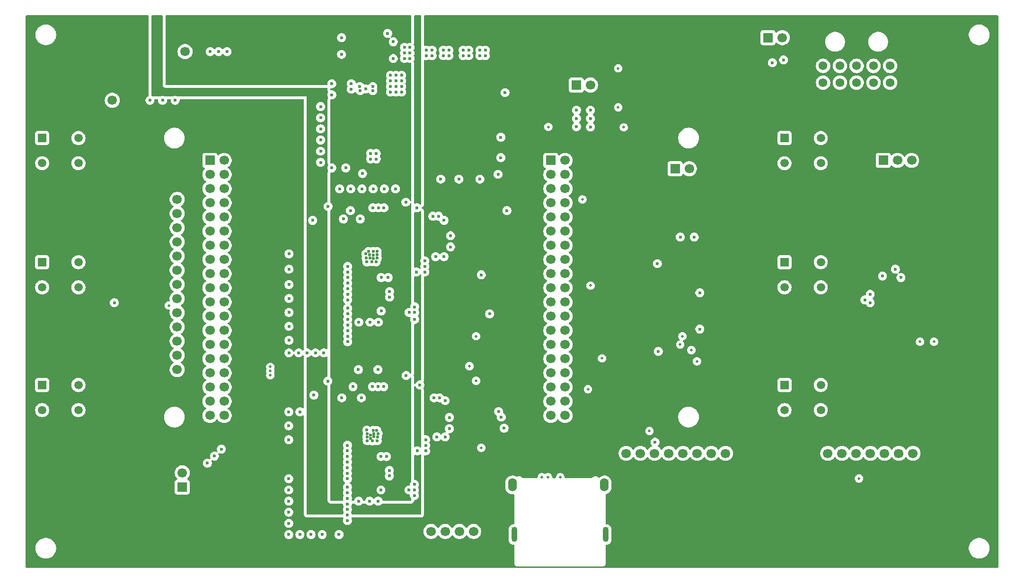
<source format=gbr>
%TF.GenerationSoftware,KiCad,Pcbnew,9.0.1*%
%TF.CreationDate,2026-01-28T18:49:11-04:00*%
%TF.ProjectId,power regulation,706f7765-7220-4726-9567-756c6174696f,1*%
%TF.SameCoordinates,Original*%
%TF.FileFunction,Copper,L3,Inr*%
%TF.FilePolarity,Positive*%
%FSLAX46Y46*%
G04 Gerber Fmt 4.6, Leading zero omitted, Abs format (unit mm)*
G04 Created by KiCad (PCBNEW 9.0.1) date 2026-01-28 18:49:11*
%MOMM*%
%LPD*%
G01*
G04 APERTURE LIST*
%TA.AperFunction,ComponentPad*%
%ADD10R,1.700000X1.700000*%
%TD*%
%TA.AperFunction,ComponentPad*%
%ADD11C,1.700000*%
%TD*%
%TA.AperFunction,ComponentPad*%
%ADD12R,1.508000X1.508000*%
%TD*%
%TA.AperFunction,ComponentPad*%
%ADD13C,1.508000*%
%TD*%
%TA.AperFunction,ComponentPad*%
%ADD14O,1.550000X2.350000*%
%TD*%
%TA.AperFunction,ComponentPad*%
%ADD15O,1.050000X2.700000*%
%TD*%
%TA.AperFunction,ComponentPad*%
%ADD16C,1.574800*%
%TD*%
%TA.AperFunction,ViaPad*%
%ADD17C,0.600000*%
%TD*%
%TA.AperFunction,ViaPad*%
%ADD18C,0.500000*%
%TD*%
G04 APERTURE END LIST*
D10*
%TO.N,HeaterPre*%
%TO.C,+ Ref_Res -*%
X202725000Y-46500000D03*
D11*
%TO.N,Heater+*%
X205265000Y-46500000D03*
%TD*%
D10*
%TO.N,WAKE*%
%TO.C,STM_CN10*%
X163862500Y-68500000D03*
D11*
%TO.N,SD_CS*%
X166402500Y-68500000D03*
%TO.N,N/C*%
X163862500Y-71040000D03*
%TO.N,B4*%
X166402500Y-71040000D03*
%TO.N,N/C*%
X163862500Y-73580000D03*
%TO.N,RTD_CS*%
X166402500Y-73580000D03*
%TO.N,N/C*%
X163862500Y-76120000D03*
X166402500Y-76120000D03*
%TO.N,GND*%
X163862500Y-78660000D03*
%TO.N,N/C*%
X166402500Y-78660000D03*
%TO.N,DISPL_SCK*%
X163862500Y-81200000D03*
%TO.N,N/C*%
X166402500Y-81200000D03*
%TO.N,TOUCH_MISO*%
X163862500Y-83740000D03*
%TO.N,N/C*%
X166402500Y-83740000D03*
%TO.N,DISPL_MOSI*%
X163862500Y-86280000D03*
%TO.N,B5*%
X166402500Y-86280000D03*
%TO.N,N/C*%
X163862500Y-88820000D03*
X166402500Y-88820000D03*
%TO.N,EXCIT2*%
X163862500Y-91360000D03*
%TO.N,GND*%
X166402500Y-91360000D03*
%TO.N,TX*%
X163862500Y-93900000D03*
%TO.N,EXCIT1*%
X166402500Y-93900000D03*
%TO.N,B6*%
X163862500Y-96440000D03*
%TO.N,N/C*%
X166402500Y-96440000D03*
X163862500Y-98980000D03*
%TO.N,MAX_SDI*%
X166402500Y-98980000D03*
%TO.N,N/C*%
X163862500Y-101520000D03*
%TO.N,MAX_SDO*%
X166402500Y-101520000D03*
%TO.N,N/C*%
X163862500Y-104060000D03*
%TO.N,MAX_SCK*%
X166402500Y-104060000D03*
%TO.N,N/C*%
X163862500Y-106600000D03*
X166402500Y-106600000D03*
%TO.N,RX*%
X163862500Y-109140000D03*
%TO.N,B3*%
X166402500Y-109140000D03*
%TO.N,N/C*%
X163862500Y-111680000D03*
X166402500Y-111680000D03*
X163862500Y-114220000D03*
X166402500Y-114220000D03*
%TD*%
D10*
%TO.N,/8V*%
%TO.C,J1*%
X168412500Y-55000000D03*
D11*
%TO.N,GND*%
X170952500Y-55000000D03*
%TD*%
D12*
%TO.N,GND*%
%TO.C,PB-5*%
X205662500Y-86750000D03*
D13*
%TO.N,N/C*%
X212162500Y-86750000D03*
%TO.N,B5*%
X205662500Y-91250000D03*
%TO.N,N/C*%
X212162500Y-91250000D03*
%TD*%
D10*
%TO.N,RTD-*%
%TO.C,RTD*%
X223332500Y-68500000D03*
D11*
%TO.N,RTDSens*%
X225872500Y-68500000D03*
%TO.N,RTD+*%
X228412500Y-68500000D03*
%TD*%
D12*
%TO.N,GND*%
%TO.C,PB-4*%
X205662500Y-64500000D03*
D13*
%TO.N,N/C*%
X212162500Y-64500000D03*
%TO.N,B4*%
X205662500Y-69000000D03*
%TO.N,N/C*%
X212162500Y-69000000D03*
%TD*%
D10*
%TO.N,/3.3V*%
%TO.C,MAX31856*%
X197660000Y-121000000D03*
D11*
%TO.N,N/C*%
X195120000Y-121000000D03*
%TO.N,GND*%
X192580000Y-121000000D03*
%TO.N,MAX_SCK*%
X190040000Y-121000000D03*
%TO.N,MAX_SDO*%
X187500000Y-121000000D03*
%TO.N,MAX_SDI*%
X184960000Y-121000000D03*
%TO.N,Therm_CS*%
X182420000Y-121000000D03*
%TO.N,N/C*%
X179880000Y-121000000D03*
X177340000Y-121000000D03*
%TD*%
D12*
%TO.N,GND*%
%TO.C,PB-6*%
X205662500Y-108750000D03*
D13*
%TO.N,N/C*%
X212162500Y-108750000D03*
%TO.N,B6*%
X205662500Y-113250000D03*
%TO.N,N/C*%
X212162500Y-113250000D03*
%TD*%
D14*
%TO.N,GND*%
%TO.C,SD_Reader*%
X157000000Y-126650000D03*
X173450000Y-126650000D03*
D15*
X157300000Y-135550000D03*
X173700000Y-135550000D03*
%TD*%
D12*
%TO.N,N/C*%
%TO.C,PB-3*%
X72837500Y-108750000D03*
D13*
%TO.N,GND*%
X79337500Y-108750000D03*
%TO.N,N/C*%
X72837500Y-113250000D03*
%TO.N,B3*%
X79337500Y-113250000D03*
%TD*%
D10*
%TO.N,/3.3V*%
%TO.C,J3*%
X85385000Y-60275000D03*
D11*
%TO.N,GND*%
X85385000Y-57735000D03*
%TD*%
D10*
%TO.N,/3.3V*%
%TO.C,TFT_DISPLAY_Pinout*%
X97000000Y-72960000D03*
D11*
%TO.N,GND*%
X97000000Y-75500000D03*
%TO.N,DISPL_CS*%
X97000000Y-78040000D03*
%TO.N,DISPL_RST*%
X97000000Y-80580000D03*
%TO.N,DISPL_DC*%
X97000000Y-83120000D03*
%TO.N,DISPL_MOSI*%
X97000000Y-85660000D03*
%TO.N,DISPL_SCK*%
X97000000Y-88200000D03*
%TO.N,DISPL_LED*%
X97000000Y-90740000D03*
%TO.N,N/C*%
X97000000Y-93280000D03*
%TO.N,DISPL_SCK*%
X97000000Y-95820000D03*
%TO.N,N/C*%
X97000000Y-98360000D03*
X97000000Y-100900000D03*
%TO.N,TOUCH_MISO*%
X97000000Y-103440000D03*
%TO.N,N/C*%
X97000000Y-105980000D03*
%TD*%
D10*
%TO.N,/3.3V*%
%TO.C,MAX31865*%
X231200000Y-121000000D03*
D11*
%TO.N,GND*%
X228660000Y-121000000D03*
%TO.N,N/C*%
X226120000Y-121000000D03*
%TO.N,MAX_SCK*%
X223580000Y-121000000D03*
%TO.N,MAX_SDO*%
X221040000Y-121000000D03*
%TO.N,MAX_SDI*%
X218500000Y-121000000D03*
%TO.N,RTD_CS*%
X215960000Y-121000000D03*
%TO.N,N/C*%
X213420000Y-121000000D03*
%TD*%
D10*
%TO.N,/5V*%
%TO.C,J2*%
X97912500Y-127040000D03*
D11*
%TO.N,GND*%
X97912500Y-124500000D03*
%TD*%
D12*
%TO.N,N/C*%
%TO.C,PB-1*%
X72837500Y-64500000D03*
D13*
%TO.N,GND*%
X79337500Y-64500000D03*
%TO.N,N/C*%
X72837500Y-69000000D03*
%TO.N,B1*%
X79337500Y-69000000D03*
%TD*%
D16*
%TO.N,Heater+*%
%TO.C,Connector*%
X212572902Y-51564301D03*
%TO.N,GND*%
X215572901Y-51564301D03*
%TO.N,Thermocouple-*%
X218572900Y-51564301D03*
%TO.N,N/C*%
X221572899Y-51564301D03*
%TO.N,Thermocouple+*%
X224572898Y-51564301D03*
%TO.N,RTD-*%
X212572902Y-54564300D03*
%TO.N,RTD+*%
X215572901Y-54564300D03*
%TO.N,RTDSens*%
X218572900Y-54564300D03*
%TO.N,GND*%
X221572899Y-54564300D03*
%TO.N,N/C*%
X224572898Y-54564300D03*
%TD*%
D10*
%TO.N,/3.3V*%
%TO.C,GPS_Pinout*%
X152580000Y-135000000D03*
D11*
%TO.N,GND*%
X150040000Y-135000000D03*
%TO.N,RX*%
X147500000Y-135000000D03*
%TO.N,TX*%
X144960000Y-135000000D03*
%TO.N,WAKE*%
X142420000Y-135000000D03*
%TD*%
D10*
%TO.N,Thermocouple+*%
%TO.C,Thermocouple*%
X186087500Y-70000000D03*
D11*
%TO.N,Thermocouple-*%
X188627500Y-70000000D03*
%TD*%
D12*
%TO.N,N/C*%
%TO.C,PB-2*%
X72837500Y-86750000D03*
D13*
%TO.N,GND*%
X79337500Y-86750000D03*
%TO.N,N/C*%
X72837500Y-91250000D03*
%TO.N,B2*%
X79337500Y-91250000D03*
%TD*%
D10*
%TO.N,/Pin*%
%TO.C,J1*%
X98412500Y-51540000D03*
D11*
%TO.N,GND*%
X98412500Y-49000000D03*
%TD*%
D10*
%TO.N,N/C*%
%TO.C,STM_CN7*%
X102862500Y-68500000D03*
D11*
X105402500Y-68500000D03*
X102862500Y-71040000D03*
%TO.N,B1*%
X105402500Y-71040000D03*
%TO.N,N/C*%
X102862500Y-73580000D03*
%TO.N,/5V*%
X105402500Y-73580000D03*
%TO.N,N/C*%
X102862500Y-76120000D03*
X105402500Y-76120000D03*
X102862500Y-78660000D03*
X105402500Y-78660000D03*
X102862500Y-81200000D03*
X105402500Y-81200000D03*
X102862500Y-83740000D03*
X105402500Y-83740000D03*
X102862500Y-86280000D03*
X105402500Y-86280000D03*
X102862500Y-88820000D03*
X105402500Y-88820000D03*
X102862500Y-91360000D03*
X105402500Y-91360000D03*
X102862500Y-93900000D03*
%TO.N,GND*%
X105402500Y-93900000D03*
%TO.N,B2*%
X102862500Y-96440000D03*
%TO.N,N/C*%
X105402500Y-96440000D03*
X102862500Y-98980000D03*
X105402500Y-98980000D03*
X102862500Y-101520000D03*
X105402500Y-101520000D03*
X102862500Y-104060000D03*
X105402500Y-104060000D03*
X102862500Y-106600000D03*
%TO.N,Therm_CS*%
X105402500Y-106600000D03*
%TO.N,N/C*%
X102862500Y-109140000D03*
X105402500Y-109140000D03*
%TO.N,DISPL_RST*%
X102862500Y-111680000D03*
%TO.N,DISPL_DC*%
X105402500Y-111680000D03*
%TO.N,DISPL_CS*%
X102862500Y-114220000D03*
%TO.N,DISPL_LED*%
X105402500Y-114220000D03*
%TD*%
D17*
%TO.N,Heater+*%
X205500000Y-50500000D03*
%TO.N,HeaterPre*%
X203500000Y-51000000D03*
%TO.N,MAX_SDI*%
X182500000Y-119000000D03*
D18*
%TO.N,MAX_SCK*%
X181500000Y-117000000D03*
D17*
%TO.N,GND*%
X120959500Y-135557500D03*
X123959500Y-108057500D03*
X132061226Y-85459968D03*
X127500000Y-97000000D03*
X126412500Y-49500000D03*
X132167190Y-117446624D03*
X127500000Y-88500000D03*
X132000000Y-77000000D03*
X129662500Y-55250000D03*
X155662500Y-56355000D03*
X137162500Y-56250000D03*
X102912500Y-49000000D03*
X141615500Y-49750000D03*
X117000000Y-100750000D03*
X130747633Y-85246027D03*
X148162500Y-48750000D03*
X139500000Y-97000000D03*
X149162500Y-48750000D03*
X126412500Y-46500000D03*
X132957606Y-117442802D03*
X116959500Y-129557500D03*
X104912500Y-120250000D03*
X128063000Y-73605000D03*
X145912500Y-84000000D03*
X132615500Y-67250000D03*
X127459500Y-123557500D03*
X223200000Y-89227050D03*
X187012500Y-82230000D03*
X116959500Y-125557500D03*
X127500000Y-98000000D03*
X130162500Y-70855000D03*
X126750000Y-79000000D03*
X133000000Y-77000000D03*
X96635000Y-57735000D03*
X139797000Y-88500000D03*
X148162500Y-49750000D03*
X145709500Y-116562500D03*
X127459500Y-129057500D03*
X135162500Y-55250000D03*
X135000000Y-93000000D03*
X154912500Y-68000000D03*
X127459500Y-122557500D03*
X142750000Y-78500000D03*
X130952355Y-86704946D03*
X127459500Y-120557500D03*
X189512500Y-82230000D03*
X134959500Y-125057500D03*
X130918209Y-116840815D03*
X136162500Y-54250000D03*
X137912500Y-76000000D03*
X127500000Y-92500000D03*
X139959500Y-120557500D03*
X129736680Y-56005963D03*
X127459500Y-132057500D03*
X116959500Y-118557500D03*
X138662500Y-49250000D03*
X145615500Y-48750000D03*
X144959500Y-111557500D03*
X124000000Y-76750000D03*
X131500000Y-86000000D03*
X131038303Y-117451962D03*
X143750000Y-78500000D03*
X136162500Y-55250000D03*
X92135000Y-57735000D03*
X117000000Y-98250000D03*
X226500000Y-89500000D03*
X130709499Y-55697800D03*
X138662500Y-48250000D03*
X132062500Y-84815462D03*
X132217897Y-118028415D03*
X118959500Y-135557500D03*
X134000000Y-77000000D03*
X135662500Y-50250000D03*
X170952500Y-62500000D03*
X129959500Y-111057500D03*
X143959500Y-111057500D03*
X116959500Y-127557500D03*
X132747517Y-85419134D03*
X133500000Y-95500000D03*
X137662500Y-49250000D03*
X136063000Y-73605000D03*
X127459500Y-121557500D03*
X127500000Y-90500000D03*
X144162500Y-71855000D03*
X116959500Y-135557500D03*
X132959500Y-109057500D03*
D18*
X175912500Y-59000000D03*
D17*
X136162500Y-53250000D03*
X127459500Y-128057500D03*
X151162500Y-48750000D03*
X134063000Y-73605000D03*
X142959500Y-111057500D03*
X138500000Y-95750000D03*
X127500000Y-95000000D03*
X151162500Y-49750000D03*
X147412500Y-71855000D03*
X133459500Y-127557500D03*
X144750000Y-85750000D03*
X131500000Y-97500000D03*
X128162500Y-55750000D03*
X152162500Y-48750000D03*
X132823706Y-118039090D03*
X141615500Y-48750000D03*
X132912500Y-106000000D03*
X221000000Y-94000000D03*
X132081242Y-86064443D03*
X103662500Y-121500000D03*
X132012000Y-56000000D03*
X131615500Y-67250000D03*
X133459500Y-121557500D03*
X116959500Y-116057500D03*
X122662500Y-58855000D03*
X118959500Y-113557500D03*
X132797800Y-86027145D03*
X137162500Y-53250000D03*
X135162500Y-53250000D03*
X143459500Y-118057500D03*
X127162500Y-69855000D03*
X137662500Y-50250000D03*
X127459500Y-127057500D03*
X124662500Y-56750000D03*
X131951020Y-118778337D03*
X131849059Y-86660912D03*
X127459500Y-119557500D03*
X190512500Y-98730000D03*
X129459500Y-129557500D03*
X132794350Y-118719624D03*
X132012000Y-55250000D03*
X123250000Y-103000000D03*
X141459500Y-120557500D03*
X144750000Y-79250000D03*
X105912500Y-49000000D03*
X139912500Y-77000000D03*
X117000000Y-93250000D03*
X170952500Y-59500000D03*
X131598744Y-117766876D03*
X145912500Y-82000000D03*
X131615500Y-68250000D03*
X127500000Y-89500000D03*
X134459500Y-121557500D03*
X117000000Y-85250000D03*
X130959500Y-118057500D03*
X144615500Y-49750000D03*
X130820251Y-86020408D03*
X130063000Y-73605000D03*
X141297000Y-88500000D03*
X133500000Y-89500000D03*
X132079121Y-116870171D03*
X132063000Y-73605000D03*
X136162500Y-56250000D03*
X121459500Y-110557500D03*
X127459500Y-124557500D03*
X122662500Y-60855000D03*
X127500000Y-101000000D03*
X128162500Y-54750000D03*
X132727631Y-116918209D03*
X127459500Y-125557500D03*
X139500000Y-95750000D03*
X128000000Y-77500000D03*
X140412500Y-108750000D03*
X127500000Y-100000000D03*
X134662500Y-45750000D03*
X124662500Y-54750000D03*
X117000000Y-103000000D03*
X145709500Y-114562500D03*
X144615500Y-48750000D03*
X122959500Y-135557500D03*
X131459500Y-129557500D03*
X133959500Y-109057500D03*
X122662500Y-62855000D03*
X134750000Y-89500000D03*
X94385000Y-57735000D03*
X132615500Y-68250000D03*
X144959500Y-118057500D03*
X137959500Y-107057500D03*
X143250000Y-85750000D03*
X126063000Y-73605000D03*
X128459500Y-109057500D03*
X125959500Y-135557500D03*
X117000000Y-88000000D03*
X118750000Y-103000000D03*
X142615500Y-49750000D03*
X170952500Y-61000000D03*
X137662500Y-48250000D03*
X127500000Y-87500000D03*
X152162500Y-49750000D03*
X127500000Y-99000000D03*
X133000000Y-97500000D03*
X132959500Y-129557500D03*
X141297000Y-87500000D03*
X117000000Y-95750000D03*
X116959500Y-113557500D03*
X138459500Y-127557500D03*
D18*
X232412500Y-101000000D03*
D17*
X154412500Y-71000000D03*
X135162500Y-56250000D03*
X117000000Y-90750000D03*
X131404710Y-85423940D03*
X116959500Y-131557500D03*
X135162500Y-54250000D03*
X138662500Y-50250000D03*
X129750000Y-79000000D03*
X134959500Y-124057500D03*
X139500000Y-94750000D03*
X126459500Y-111057500D03*
X102412500Y-122750000D03*
X132586825Y-86694597D03*
X121750000Y-103000000D03*
X131239221Y-84842142D03*
X137162500Y-54250000D03*
X116959500Y-133557500D03*
X137162500Y-55250000D03*
X141459500Y-118557500D03*
X127500000Y-91500000D03*
X127459500Y-131057500D03*
X142615500Y-48750000D03*
D18*
X162250000Y-125300000D03*
D17*
X139459500Y-127557500D03*
X122662500Y-66855000D03*
X141459500Y-119557500D03*
X131959500Y-109057500D03*
X130990266Y-118714287D03*
X127500000Y-96000000D03*
X135662500Y-47250000D03*
X141297000Y-86500000D03*
D18*
X175912500Y-52000000D03*
D17*
X154912500Y-64355000D03*
X121250000Y-79250000D03*
D18*
X229912500Y-101000000D03*
D17*
X145615500Y-49750000D03*
X127500000Y-93500000D03*
X127459500Y-133057500D03*
X149162500Y-49750000D03*
X104412500Y-49000000D03*
X127459500Y-130057500D03*
X129500000Y-97500000D03*
X122662500Y-64855000D03*
X182912500Y-87000000D03*
X124662500Y-69855000D03*
X132773786Y-84815462D03*
X131556044Y-118327316D03*
X122662500Y-68855000D03*
X139459500Y-126557500D03*
X135000000Y-92000000D03*
X139459500Y-128557500D03*
X183100000Y-102730000D03*
X120250000Y-103000000D03*
X129412500Y-106000000D03*
X190512500Y-92230000D03*
X151162500Y-71855000D03*
%TO.N,RTDSens*%
X225500000Y-88000000D03*
D18*
%TO.N,MAX_SCK*%
X190000000Y-104500000D03*
X187000000Y-101500000D03*
%TO.N,MAX_SDO*%
X219000000Y-125500000D03*
X189000000Y-102500000D03*
D17*
X220051000Y-93500000D03*
D18*
X187412500Y-100000000D03*
%TO.N,MOSFETGait1*%
X176912500Y-62566800D03*
X163412500Y-62500000D03*
%TO.N,Therm_CS*%
X149287500Y-105375000D03*
D17*
%TO.N,RTD_CS*%
X221000000Y-92500000D03*
%TO.N,/Pin*%
X129959500Y-114557500D03*
X102912500Y-51500000D03*
X128959500Y-126057500D03*
X129662500Y-47750000D03*
X129000000Y-91000000D03*
X128959500Y-127557500D03*
X131000000Y-81250000D03*
X128959500Y-124057500D03*
X104412500Y-51500000D03*
X130912500Y-113250000D03*
X105872500Y-51500000D03*
X129662500Y-48750000D03*
X129662500Y-52250000D03*
X131000000Y-82250000D03*
X130959500Y-114250000D03*
X130000000Y-81250000D03*
X129000000Y-95500000D03*
X130000000Y-82250000D03*
X130459500Y-121057500D03*
X129500000Y-89000000D03*
X129662500Y-46250000D03*
X129000000Y-90000000D03*
X129959500Y-113557500D03*
X129662500Y-51250000D03*
X129459500Y-121057500D03*
X128959500Y-123057500D03*
X129000000Y-92000000D03*
X129662500Y-50250000D03*
X128959500Y-125057500D03*
X128959500Y-122057500D03*
X129000000Y-93000000D03*
X130500000Y-89000000D03*
X129000000Y-94000000D03*
D18*
%TO.N,/5V*%
X113662500Y-106250000D03*
X113662500Y-105500000D03*
X113662500Y-107000000D03*
%TO.N,/3.3V*%
X79337500Y-73500000D03*
X164450000Y-125300000D03*
X119162500Y-85750000D03*
X232412500Y-97462500D03*
X118912500Y-89000000D03*
X202162500Y-111500000D03*
X119162500Y-87500000D03*
X119162500Y-86750000D03*
X118912500Y-93500000D03*
X79337500Y-118000000D03*
X79337500Y-96250000D03*
X205412500Y-96000000D03*
X118912500Y-92000000D03*
X229912500Y-97462500D03*
X119162500Y-84500000D03*
X202162500Y-71250000D03*
X183000000Y-98962500D03*
X182912500Y-90537500D03*
X118912500Y-90500000D03*
D17*
%TO.N,/8V*%
X168452500Y-62460000D03*
X168452500Y-61000000D03*
X168452500Y-59500000D03*
D18*
%TO.N,DISPL_MOSI*%
X165550000Y-125300000D03*
D17*
X85750000Y-94000000D03*
D18*
X150500000Y-100000000D03*
X150500000Y-108000000D03*
%TO.N,DISPL_SCK*%
X163350000Y-125300000D03*
X151412500Y-120000000D03*
D17*
X151412500Y-89000000D03*
%TO.N,TOUCH_MISO*%
X152912500Y-96000000D03*
%TO.N,WAKE*%
X154512500Y-113500000D03*
X156000000Y-77500000D03*
D18*
%TO.N,B5*%
X170962500Y-90938750D03*
%TO.N,B6*%
X173025130Y-103974870D03*
D17*
%TO.N,RX*%
X155500000Y-116500000D03*
D18*
%TO.N,B2*%
X95500000Y-94500000D03*
D17*
%TO.N,TX*%
X155000000Y-114500000D03*
D18*
%TO.N,SD_CS*%
X170500000Y-109500000D03*
X169500000Y-75500000D03*
%TD*%
%TA.AperFunction,NonConductor*%
G36*
X140605539Y-42520185D02*
G01*
X140651294Y-42572989D01*
X140662500Y-42624500D01*
X140662500Y-76318559D01*
X140642815Y-76385598D01*
X140590011Y-76431353D01*
X140520853Y-76441297D01*
X140457297Y-76412272D01*
X140450819Y-76406240D01*
X140422792Y-76378213D01*
X140422788Y-76378210D01*
X140291685Y-76290609D01*
X140291672Y-76290602D01*
X140146001Y-76230264D01*
X140145989Y-76230261D01*
X139991345Y-76199500D01*
X139991342Y-76199500D01*
X139833658Y-76199500D01*
X139833655Y-76199500D01*
X139679010Y-76230261D01*
X139678998Y-76230264D01*
X139573347Y-76274026D01*
X139558818Y-76275588D01*
X139545629Y-76281885D01*
X139524775Y-76279248D01*
X139503878Y-76281495D01*
X139490809Y-76274953D01*
X139476311Y-76273120D01*
X139460192Y-76259626D01*
X139441399Y-76250219D01*
X139432980Y-76236847D01*
X139422736Y-76228271D01*
X139411917Y-76203389D01*
X139407530Y-76196420D01*
X139404790Y-76187645D01*
X139404451Y-76184733D01*
X139391335Y-76129228D01*
X139357058Y-76034763D01*
X139356220Y-76032077D01*
X139355671Y-75999849D01*
X139353659Y-75967684D01*
X139355052Y-75963557D01*
X139355030Y-75962218D01*
X139356076Y-75960526D01*
X139361788Y-75943616D01*
X139377838Y-75908475D01*
X139397523Y-75841436D01*
X139397524Y-75841432D01*
X139418000Y-75699016D01*
X139418000Y-51167549D01*
X139417818Y-51153999D01*
X139417640Y-51147361D01*
X139417097Y-51133852D01*
X139389027Y-50992737D01*
X139365782Y-50926847D01*
X139365780Y-50926840D01*
X139314819Y-50829422D01*
X139314449Y-50828690D01*
X139308259Y-50795165D01*
X139301599Y-50761685D01*
X139301913Y-50760792D01*
X139301764Y-50759981D01*
X139304915Y-50752283D01*
X139322004Y-50703844D01*
X139371894Y-50629179D01*
X139432237Y-50483497D01*
X139463000Y-50328842D01*
X139463000Y-50171158D01*
X139463000Y-50171155D01*
X139462999Y-50171153D01*
X139432238Y-50016510D01*
X139432237Y-50016503D01*
X139371894Y-49870821D01*
X139337194Y-49818889D01*
X139316316Y-49752215D01*
X139334800Y-49684835D01*
X139337176Y-49681136D01*
X139371894Y-49629179D01*
X139432237Y-49483497D01*
X139463000Y-49328842D01*
X139463000Y-49171158D01*
X139463000Y-49171155D01*
X139462999Y-49171153D01*
X139432238Y-49016510D01*
X139432237Y-49016503D01*
X139371894Y-48870821D01*
X139337194Y-48818889D01*
X139316316Y-48752215D01*
X139334800Y-48684835D01*
X139337176Y-48681136D01*
X139371894Y-48629179D01*
X139432237Y-48483497D01*
X139463000Y-48328842D01*
X139463000Y-48171158D01*
X139463000Y-48171155D01*
X139462999Y-48171153D01*
X139432238Y-48016510D01*
X139432237Y-48016503D01*
X139432235Y-48016498D01*
X139371897Y-47870827D01*
X139371890Y-47870814D01*
X139324618Y-47800067D01*
X139303740Y-47733390D01*
X139314926Y-47679663D01*
X139318067Y-47672786D01*
X139377838Y-47541909D01*
X139397523Y-47474870D01*
X139397524Y-47474866D01*
X139418000Y-47332450D01*
X139418000Y-42624500D01*
X139437685Y-42557461D01*
X139490489Y-42511706D01*
X139542000Y-42500500D01*
X140538500Y-42500500D01*
X140605539Y-42520185D01*
G37*
%TD.AperFunction*%
%TA.AperFunction,NonConductor*%
G36*
X140581834Y-77565259D02*
G01*
X140637767Y-77607131D01*
X140662184Y-77672595D01*
X140662500Y-77681441D01*
X140662500Y-85971119D01*
X140642815Y-86038158D01*
X140641602Y-86040010D01*
X140587604Y-86120823D01*
X140527264Y-86266498D01*
X140527261Y-86266510D01*
X140496500Y-86421153D01*
X140496500Y-86578846D01*
X140527261Y-86733489D01*
X140527264Y-86733501D01*
X140587602Y-86879172D01*
X140587609Y-86879185D01*
X140622304Y-86931109D01*
X140643182Y-86997786D01*
X140624698Y-87065167D01*
X140622305Y-87068890D01*
X140587604Y-87120824D01*
X140527264Y-87266498D01*
X140527261Y-87266510D01*
X140496500Y-87421153D01*
X140496500Y-87578846D01*
X140527261Y-87733489D01*
X140527263Y-87733497D01*
X140546575Y-87780120D01*
X140554043Y-87849590D01*
X140522767Y-87912069D01*
X140462678Y-87947721D01*
X140392853Y-87945226D01*
X140344332Y-87915253D01*
X140307292Y-87878213D01*
X140307288Y-87878210D01*
X140176185Y-87790609D01*
X140176172Y-87790602D01*
X140030501Y-87730264D01*
X140030489Y-87730261D01*
X139875845Y-87699500D01*
X139875842Y-87699500D01*
X139718158Y-87699500D01*
X139718153Y-87699500D01*
X139566191Y-87729727D01*
X139496599Y-87723500D01*
X139441422Y-87680637D01*
X139418178Y-87614747D01*
X139418000Y-87608110D01*
X139418000Y-77847205D01*
X139437685Y-77780166D01*
X139490489Y-77734411D01*
X139559647Y-77724467D01*
X139589449Y-77732643D01*
X139679003Y-77769737D01*
X139833653Y-77800499D01*
X139833656Y-77800500D01*
X139833658Y-77800500D01*
X139991344Y-77800500D01*
X139991345Y-77800499D01*
X140145997Y-77769737D01*
X140291679Y-77709394D01*
X140422789Y-77621789D01*
X140423649Y-77620929D01*
X140450819Y-77593760D01*
X140512142Y-77560275D01*
X140581834Y-77565259D01*
G37*
%TD.AperFunction*%
%TA.AperFunction,NonConductor*%
G36*
X94350039Y-42520185D02*
G01*
X94395794Y-42572989D01*
X94407000Y-42624500D01*
X94407000Y-45720941D01*
X94407000Y-46470941D01*
X94407000Y-47220941D01*
X94407000Y-48933499D01*
X94407000Y-50220941D01*
X94407000Y-53220941D01*
X94407000Y-54876000D01*
X94407001Y-54876009D01*
X94418552Y-54983450D01*
X94418554Y-54983462D01*
X94429759Y-55034969D01*
X94443578Y-55076486D01*
X94463500Y-55136342D01*
X94463887Y-55137504D01*
X94541671Y-55258537D01*
X94541679Y-55258548D01*
X94587423Y-55311340D01*
X94587426Y-55311343D01*
X94587430Y-55311347D01*
X94696164Y-55405567D01*
X94827041Y-55465338D01*
X94894080Y-55485023D01*
X94894084Y-55485024D01*
X95036500Y-55505500D01*
X95036503Y-55505500D01*
X123744941Y-55505500D01*
X123744951Y-55505500D01*
X123758501Y-55505318D01*
X123765139Y-55505140D01*
X123778648Y-55504597D01*
X123778654Y-55504595D01*
X123782376Y-55504446D01*
X123850153Y-55521420D01*
X123897993Y-55572342D01*
X123910709Y-55641045D01*
X123910099Y-55645990D01*
X123907000Y-55667543D01*
X123907000Y-55832440D01*
X123907182Y-55846023D01*
X123907360Y-55852655D01*
X123907712Y-55861424D01*
X123907899Y-55866078D01*
X123917464Y-55914198D01*
X123913634Y-55914749D01*
X123917170Y-55939338D01*
X123932496Y-56009791D01*
X123952336Y-56053236D01*
X123952207Y-56053282D01*
X123955720Y-56063240D01*
X123955722Y-56063248D01*
X123959214Y-56073145D01*
X123959216Y-56073150D01*
X123975107Y-56103530D01*
X123976650Y-56106479D01*
X123992264Y-56140670D01*
X124003654Y-56158394D01*
X124003767Y-56158321D01*
X124007028Y-56164556D01*
X124007030Y-56164560D01*
X124009764Y-56169786D01*
X124023398Y-56238312D01*
X124002994Y-56296156D01*
X123953108Y-56370816D01*
X123953102Y-56370827D01*
X123892764Y-56516498D01*
X123892761Y-56516510D01*
X123862000Y-56671153D01*
X123862000Y-56828846D01*
X123892761Y-56983489D01*
X123892764Y-56983501D01*
X123953102Y-57129172D01*
X123953109Y-57129185D01*
X124000381Y-57199932D01*
X124021259Y-57266610D01*
X124010073Y-57320335D01*
X123947164Y-57458083D01*
X123927476Y-57525131D01*
X123907000Y-57667550D01*
X123907000Y-68937440D01*
X123907182Y-68951028D01*
X123907359Y-68957639D01*
X123907901Y-68971123D01*
X123907902Y-68971131D01*
X123935968Y-69112246D01*
X123935969Y-69112250D01*
X123959209Y-69178129D01*
X123959215Y-69178144D01*
X124009769Y-69274794D01*
X124023398Y-69343321D01*
X124002994Y-69401157D01*
X123953109Y-69475814D01*
X123953102Y-69475827D01*
X123892764Y-69621498D01*
X123892761Y-69621510D01*
X123862000Y-69776153D01*
X123862000Y-69933846D01*
X123892761Y-70088489D01*
X123892764Y-70088501D01*
X123953102Y-70234172D01*
X123953109Y-70234185D01*
X124000381Y-70304932D01*
X124021259Y-70371610D01*
X124010073Y-70425335D01*
X123947164Y-70563083D01*
X123927476Y-70630131D01*
X123907000Y-70772550D01*
X123907000Y-75850552D01*
X123887315Y-75917591D01*
X123834511Y-75963346D01*
X123807192Y-75972169D01*
X123766508Y-75980261D01*
X123766498Y-75980264D01*
X123620827Y-76040602D01*
X123620814Y-76040609D01*
X123489711Y-76128210D01*
X123489707Y-76128213D01*
X123378213Y-76239707D01*
X123378210Y-76239711D01*
X123290609Y-76370814D01*
X123290602Y-76370827D01*
X123230264Y-76516498D01*
X123230261Y-76516510D01*
X123199500Y-76671153D01*
X123199500Y-76828846D01*
X123230261Y-76983489D01*
X123230264Y-76983501D01*
X123290602Y-77129172D01*
X123290609Y-77129185D01*
X123378210Y-77260288D01*
X123378213Y-77260292D01*
X123489707Y-77371786D01*
X123489711Y-77371789D01*
X123620814Y-77459390D01*
X123620827Y-77459397D01*
X123708230Y-77495599D01*
X123766503Y-77519737D01*
X123807193Y-77527830D01*
X123869101Y-77560214D01*
X123903676Y-77620929D01*
X123907000Y-77649447D01*
X123907000Y-102244252D01*
X123887315Y-102311291D01*
X123834511Y-102357046D01*
X123765353Y-102366990D01*
X123714109Y-102347354D01*
X123629185Y-102290609D01*
X123629172Y-102290602D01*
X123483501Y-102230264D01*
X123483489Y-102230261D01*
X123328845Y-102199500D01*
X123328842Y-102199500D01*
X123171158Y-102199500D01*
X123171155Y-102199500D01*
X123016510Y-102230261D01*
X123016498Y-102230264D01*
X122870827Y-102290602D01*
X122870814Y-102290609D01*
X122739711Y-102378210D01*
X122739707Y-102378213D01*
X122628213Y-102489707D01*
X122603102Y-102527289D01*
X122549489Y-102572093D01*
X122480164Y-102580800D01*
X122417137Y-102550645D01*
X122396898Y-102527289D01*
X122371786Y-102489707D01*
X122260292Y-102378213D01*
X122260288Y-102378210D01*
X122129185Y-102290609D01*
X122129172Y-102290602D01*
X121983501Y-102230264D01*
X121983489Y-102230261D01*
X121828845Y-102199500D01*
X121828842Y-102199500D01*
X121671158Y-102199500D01*
X121671155Y-102199500D01*
X121516510Y-102230261D01*
X121516498Y-102230264D01*
X121370827Y-102290602D01*
X121370814Y-102290609D01*
X121239711Y-102378210D01*
X121239707Y-102378213D01*
X121128213Y-102489707D01*
X121103102Y-102527289D01*
X121049489Y-102572093D01*
X120980164Y-102580800D01*
X120917137Y-102550645D01*
X120896898Y-102527289D01*
X120871786Y-102489707D01*
X120760292Y-102378213D01*
X120760288Y-102378210D01*
X120629185Y-102290609D01*
X120629172Y-102290602D01*
X120483501Y-102230264D01*
X120483489Y-102230261D01*
X120328845Y-102199500D01*
X120328842Y-102199500D01*
X120286500Y-102199500D01*
X120219461Y-102179815D01*
X120173706Y-102127011D01*
X120162500Y-102075500D01*
X120162500Y-79171153D01*
X120449500Y-79171153D01*
X120449500Y-79328846D01*
X120480261Y-79483489D01*
X120480264Y-79483501D01*
X120540602Y-79629172D01*
X120540609Y-79629185D01*
X120628210Y-79760288D01*
X120628213Y-79760292D01*
X120739707Y-79871786D01*
X120739711Y-79871789D01*
X120870814Y-79959390D01*
X120870827Y-79959397D01*
X121016498Y-80019735D01*
X121016503Y-80019737D01*
X121171153Y-80050499D01*
X121171156Y-80050500D01*
X121171158Y-80050500D01*
X121328844Y-80050500D01*
X121328845Y-80050499D01*
X121483497Y-80019737D01*
X121629179Y-79959394D01*
X121760289Y-79871789D01*
X121871789Y-79760289D01*
X121959394Y-79629179D01*
X122019737Y-79483497D01*
X122050500Y-79328842D01*
X122050500Y-79171158D01*
X122050500Y-79171155D01*
X122050499Y-79171153D01*
X122019738Y-79016510D01*
X122019737Y-79016503D01*
X122000865Y-78970941D01*
X121959397Y-78870827D01*
X121959390Y-78870814D01*
X121871789Y-78739711D01*
X121871786Y-78739707D01*
X121760292Y-78628213D01*
X121760288Y-78628210D01*
X121629185Y-78540609D01*
X121629172Y-78540602D01*
X121483501Y-78480264D01*
X121483489Y-78480261D01*
X121328845Y-78449500D01*
X121328842Y-78449500D01*
X121171158Y-78449500D01*
X121171155Y-78449500D01*
X121016510Y-78480261D01*
X121016498Y-78480264D01*
X120870827Y-78540602D01*
X120870814Y-78540609D01*
X120739711Y-78628210D01*
X120739707Y-78628213D01*
X120628213Y-78739707D01*
X120628210Y-78739711D01*
X120540609Y-78870814D01*
X120540602Y-78870827D01*
X120480264Y-79016498D01*
X120480261Y-79016510D01*
X120449500Y-79171153D01*
X120162500Y-79171153D01*
X120162500Y-68776153D01*
X121862000Y-68776153D01*
X121862000Y-68933846D01*
X121892761Y-69088489D01*
X121892764Y-69088501D01*
X121953102Y-69234172D01*
X121953109Y-69234185D01*
X122040710Y-69365288D01*
X122040713Y-69365292D01*
X122152207Y-69476786D01*
X122152211Y-69476789D01*
X122283314Y-69564390D01*
X122283327Y-69564397D01*
X122350767Y-69592331D01*
X122429003Y-69624737D01*
X122581401Y-69655051D01*
X122583653Y-69655499D01*
X122583656Y-69655500D01*
X122583658Y-69655500D01*
X122741344Y-69655500D01*
X122741345Y-69655499D01*
X122895997Y-69624737D01*
X123041679Y-69564394D01*
X123172789Y-69476789D01*
X123284289Y-69365289D01*
X123371894Y-69234179D01*
X123432237Y-69088497D01*
X123463000Y-68933842D01*
X123463000Y-68776158D01*
X123463000Y-68776155D01*
X123462999Y-68776153D01*
X123432238Y-68621510D01*
X123432237Y-68621503D01*
X123425934Y-68606287D01*
X123371897Y-68475827D01*
X123371890Y-68475814D01*
X123284289Y-68344711D01*
X123284286Y-68344707D01*
X123172792Y-68233213D01*
X123172788Y-68233210D01*
X123041685Y-68145609D01*
X123041672Y-68145602D01*
X122896001Y-68085264D01*
X122895989Y-68085261D01*
X122741345Y-68054500D01*
X122741342Y-68054500D01*
X122583658Y-68054500D01*
X122583655Y-68054500D01*
X122429010Y-68085261D01*
X122428998Y-68085264D01*
X122283327Y-68145602D01*
X122283314Y-68145609D01*
X122152211Y-68233210D01*
X122152207Y-68233213D01*
X122040713Y-68344707D01*
X122040710Y-68344711D01*
X121953109Y-68475814D01*
X121953102Y-68475827D01*
X121892764Y-68621498D01*
X121892761Y-68621510D01*
X121862000Y-68776153D01*
X120162500Y-68776153D01*
X120162500Y-66776153D01*
X121862000Y-66776153D01*
X121862000Y-66933846D01*
X121892761Y-67088489D01*
X121892764Y-67088501D01*
X121953102Y-67234172D01*
X121953109Y-67234185D01*
X122040710Y-67365288D01*
X122040713Y-67365292D01*
X122152207Y-67476786D01*
X122152211Y-67476789D01*
X122283314Y-67564390D01*
X122283327Y-67564397D01*
X122418069Y-67620208D01*
X122429003Y-67624737D01*
X122583653Y-67655499D01*
X122583656Y-67655500D01*
X122583658Y-67655500D01*
X122741344Y-67655500D01*
X122741345Y-67655499D01*
X122895997Y-67624737D01*
X123041679Y-67564394D01*
X123172789Y-67476789D01*
X123284289Y-67365289D01*
X123371894Y-67234179D01*
X123432237Y-67088497D01*
X123463000Y-66933842D01*
X123463000Y-66776158D01*
X123463000Y-66776155D01*
X123462999Y-66776153D01*
X123432238Y-66621510D01*
X123432237Y-66621503D01*
X123432235Y-66621498D01*
X123371897Y-66475827D01*
X123371890Y-66475814D01*
X123284289Y-66344711D01*
X123284286Y-66344707D01*
X123172792Y-66233213D01*
X123172788Y-66233210D01*
X123041685Y-66145609D01*
X123041672Y-66145602D01*
X122896001Y-66085264D01*
X122895989Y-66085261D01*
X122741345Y-66054500D01*
X122741342Y-66054500D01*
X122583658Y-66054500D01*
X122583655Y-66054500D01*
X122429010Y-66085261D01*
X122428998Y-66085264D01*
X122283327Y-66145602D01*
X122283314Y-66145609D01*
X122152211Y-66233210D01*
X122152207Y-66233213D01*
X122040713Y-66344707D01*
X122040710Y-66344711D01*
X121953109Y-66475814D01*
X121953102Y-66475827D01*
X121892764Y-66621498D01*
X121892761Y-66621510D01*
X121862000Y-66776153D01*
X120162500Y-66776153D01*
X120162500Y-64776153D01*
X121862000Y-64776153D01*
X121862000Y-64933846D01*
X121892761Y-65088489D01*
X121892764Y-65088501D01*
X121953102Y-65234172D01*
X121953109Y-65234185D01*
X122040710Y-65365288D01*
X122040713Y-65365292D01*
X122152207Y-65476786D01*
X122152211Y-65476789D01*
X122283314Y-65564390D01*
X122283327Y-65564397D01*
X122428998Y-65624735D01*
X122429003Y-65624737D01*
X122583653Y-65655499D01*
X122583656Y-65655500D01*
X122583658Y-65655500D01*
X122741344Y-65655500D01*
X122741345Y-65655499D01*
X122895997Y-65624737D01*
X123041679Y-65564394D01*
X123172789Y-65476789D01*
X123284289Y-65365289D01*
X123371894Y-65234179D01*
X123432237Y-65088497D01*
X123463000Y-64933842D01*
X123463000Y-64776158D01*
X123463000Y-64776155D01*
X123462999Y-64776153D01*
X123432238Y-64621510D01*
X123432237Y-64621503D01*
X123432148Y-64621288D01*
X123371897Y-64475827D01*
X123371890Y-64475814D01*
X123284289Y-64344711D01*
X123284286Y-64344707D01*
X123172792Y-64233213D01*
X123172788Y-64233210D01*
X123041685Y-64145609D01*
X123041672Y-64145602D01*
X122896001Y-64085264D01*
X122895989Y-64085261D01*
X122741345Y-64054500D01*
X122741342Y-64054500D01*
X122583658Y-64054500D01*
X122583655Y-64054500D01*
X122429010Y-64085261D01*
X122428998Y-64085264D01*
X122283327Y-64145602D01*
X122283314Y-64145609D01*
X122152211Y-64233210D01*
X122152207Y-64233213D01*
X122040713Y-64344707D01*
X122040710Y-64344711D01*
X121953109Y-64475814D01*
X121953102Y-64475827D01*
X121892764Y-64621498D01*
X121892761Y-64621510D01*
X121862000Y-64776153D01*
X120162500Y-64776153D01*
X120162500Y-62776153D01*
X121862000Y-62776153D01*
X121862000Y-62933846D01*
X121892761Y-63088489D01*
X121892764Y-63088501D01*
X121953102Y-63234172D01*
X121953109Y-63234185D01*
X122040710Y-63365288D01*
X122040713Y-63365292D01*
X122152207Y-63476786D01*
X122152211Y-63476789D01*
X122283314Y-63564390D01*
X122283327Y-63564397D01*
X122428998Y-63624735D01*
X122429003Y-63624737D01*
X122583653Y-63655499D01*
X122583656Y-63655500D01*
X122583658Y-63655500D01*
X122741344Y-63655500D01*
X122741345Y-63655499D01*
X122895997Y-63624737D01*
X123041679Y-63564394D01*
X123172789Y-63476789D01*
X123284289Y-63365289D01*
X123371894Y-63234179D01*
X123432237Y-63088497D01*
X123463000Y-62933842D01*
X123463000Y-62776158D01*
X123463000Y-62776155D01*
X123462999Y-62776153D01*
X123432238Y-62621510D01*
X123432237Y-62621503D01*
X123432235Y-62621498D01*
X123371897Y-62475827D01*
X123371890Y-62475814D01*
X123284289Y-62344711D01*
X123284286Y-62344707D01*
X123172792Y-62233213D01*
X123172788Y-62233210D01*
X123041685Y-62145609D01*
X123041672Y-62145602D01*
X122896001Y-62085264D01*
X122895989Y-62085261D01*
X122741345Y-62054500D01*
X122741342Y-62054500D01*
X122583658Y-62054500D01*
X122583655Y-62054500D01*
X122429010Y-62085261D01*
X122428998Y-62085264D01*
X122283327Y-62145602D01*
X122283314Y-62145609D01*
X122152211Y-62233210D01*
X122152207Y-62233213D01*
X122040713Y-62344707D01*
X122040710Y-62344711D01*
X121953109Y-62475814D01*
X121953102Y-62475827D01*
X121892764Y-62621498D01*
X121892761Y-62621510D01*
X121862000Y-62776153D01*
X120162500Y-62776153D01*
X120162500Y-60776153D01*
X121862000Y-60776153D01*
X121862000Y-60933846D01*
X121892761Y-61088489D01*
X121892764Y-61088501D01*
X121953102Y-61234172D01*
X121953109Y-61234185D01*
X122040710Y-61365288D01*
X122040713Y-61365292D01*
X122152207Y-61476786D01*
X122152211Y-61476789D01*
X122283314Y-61564390D01*
X122283327Y-61564397D01*
X122428998Y-61624735D01*
X122429003Y-61624737D01*
X122583653Y-61655499D01*
X122583656Y-61655500D01*
X122583658Y-61655500D01*
X122741344Y-61655500D01*
X122741345Y-61655499D01*
X122895997Y-61624737D01*
X123041679Y-61564394D01*
X123172789Y-61476789D01*
X123284289Y-61365289D01*
X123371894Y-61234179D01*
X123432237Y-61088497D01*
X123463000Y-60933842D01*
X123463000Y-60776158D01*
X123463000Y-60776155D01*
X123462999Y-60776153D01*
X123432238Y-60621510D01*
X123432237Y-60621503D01*
X123432235Y-60621498D01*
X123371897Y-60475827D01*
X123371890Y-60475814D01*
X123284289Y-60344711D01*
X123284286Y-60344707D01*
X123172792Y-60233213D01*
X123172788Y-60233210D01*
X123041685Y-60145609D01*
X123041672Y-60145602D01*
X122896001Y-60085264D01*
X122895989Y-60085261D01*
X122741345Y-60054500D01*
X122741342Y-60054500D01*
X122583658Y-60054500D01*
X122583655Y-60054500D01*
X122429010Y-60085261D01*
X122428998Y-60085264D01*
X122283327Y-60145602D01*
X122283314Y-60145609D01*
X122152211Y-60233210D01*
X122152207Y-60233213D01*
X122040713Y-60344707D01*
X122040710Y-60344711D01*
X121953109Y-60475814D01*
X121953102Y-60475827D01*
X121892764Y-60621498D01*
X121892761Y-60621510D01*
X121862000Y-60776153D01*
X120162500Y-60776153D01*
X120162500Y-58776153D01*
X121862000Y-58776153D01*
X121862000Y-58933846D01*
X121892761Y-59088489D01*
X121892764Y-59088501D01*
X121953102Y-59234172D01*
X121953109Y-59234185D01*
X122040710Y-59365288D01*
X122040713Y-59365292D01*
X122152207Y-59476786D01*
X122152211Y-59476789D01*
X122283314Y-59564390D01*
X122283327Y-59564397D01*
X122428998Y-59624735D01*
X122429003Y-59624737D01*
X122583653Y-59655499D01*
X122583656Y-59655500D01*
X122583658Y-59655500D01*
X122741344Y-59655500D01*
X122741345Y-59655499D01*
X122895997Y-59624737D01*
X123041679Y-59564394D01*
X123172789Y-59476789D01*
X123284289Y-59365289D01*
X123371894Y-59234179D01*
X123432237Y-59088497D01*
X123463000Y-58933842D01*
X123463000Y-58776158D01*
X123463000Y-58776155D01*
X123462999Y-58776153D01*
X123432238Y-58621510D01*
X123432237Y-58621503D01*
X123396614Y-58535500D01*
X123371897Y-58475827D01*
X123371890Y-58475814D01*
X123284289Y-58344711D01*
X123284286Y-58344707D01*
X123172792Y-58233213D01*
X123172788Y-58233210D01*
X123041685Y-58145609D01*
X123041672Y-58145602D01*
X122896001Y-58085264D01*
X122895989Y-58085261D01*
X122741345Y-58054500D01*
X122741342Y-58054500D01*
X122583658Y-58054500D01*
X122583655Y-58054500D01*
X122429010Y-58085261D01*
X122428998Y-58085264D01*
X122283327Y-58145602D01*
X122283314Y-58145609D01*
X122152211Y-58233210D01*
X122152207Y-58233213D01*
X122040713Y-58344707D01*
X122040710Y-58344711D01*
X121953109Y-58475814D01*
X121953102Y-58475827D01*
X121892764Y-58621498D01*
X121892761Y-58621510D01*
X121862000Y-58776153D01*
X120162500Y-58776153D01*
X120162500Y-57000000D01*
X96977025Y-57000000D01*
X96929573Y-56990561D01*
X96868501Y-56965264D01*
X96868489Y-56965261D01*
X96713845Y-56934500D01*
X96713842Y-56934500D01*
X96556158Y-56934500D01*
X96556155Y-56934500D01*
X96401510Y-56965261D01*
X96401498Y-56965264D01*
X96340427Y-56990561D01*
X96292975Y-57000000D01*
X94727025Y-57000000D01*
X94679573Y-56990561D01*
X94618501Y-56965264D01*
X94618489Y-56965261D01*
X94463845Y-56934500D01*
X94463842Y-56934500D01*
X94306158Y-56934500D01*
X94306155Y-56934500D01*
X94151510Y-56965261D01*
X94151498Y-56965264D01*
X94090427Y-56990561D01*
X94042975Y-57000000D01*
X92536500Y-57000000D01*
X92469461Y-56980315D01*
X92423706Y-56927511D01*
X92412500Y-56876000D01*
X92412500Y-42624500D01*
X92432185Y-42557461D01*
X92484989Y-42511706D01*
X92536500Y-42500500D01*
X94283000Y-42500500D01*
X94350039Y-42520185D01*
G37*
%TD.AperFunction*%
%TA.AperFunction,NonConductor*%
G36*
X140621362Y-88962074D02*
G01*
X140658082Y-89021517D01*
X140662500Y-89054323D01*
X140662500Y-107832450D01*
X140642815Y-107899489D01*
X140590011Y-107945244D01*
X140520853Y-107955188D01*
X140514312Y-107954068D01*
X140491344Y-107949500D01*
X140491342Y-107949500D01*
X140333658Y-107949500D01*
X140333655Y-107949500D01*
X140179010Y-107980261D01*
X140178998Y-107980264D01*
X140033327Y-108040602D01*
X140033314Y-108040609D01*
X139902211Y-108128210D01*
X139902207Y-108128213D01*
X139790713Y-108239707D01*
X139790710Y-108239711D01*
X139703109Y-108370814D01*
X139703102Y-108370827D01*
X139656561Y-108483190D01*
X139612720Y-108537594D01*
X139546426Y-108559659D01*
X139478727Y-108542380D01*
X139431116Y-108491243D01*
X139418000Y-108435738D01*
X139418000Y-107471956D01*
X139417998Y-107471937D01*
X139404451Y-107355703D01*
X139404449Y-107355690D01*
X139393135Y-107307816D01*
X139391333Y-107300190D01*
X139361841Y-107218913D01*
X139351414Y-107190176D01*
X139351413Y-107190174D01*
X139313140Y-107135051D01*
X139311807Y-107133131D01*
X139289743Y-107066839D01*
X139307022Y-106999139D01*
X139315473Y-106987418D01*
X139318064Y-106983385D01*
X139318067Y-106983383D01*
X139377838Y-106852506D01*
X139397523Y-106785467D01*
X139397524Y-106785463D01*
X139418000Y-106643047D01*
X139418000Y-97924500D01*
X139437685Y-97857461D01*
X139490489Y-97811706D01*
X139542000Y-97800500D01*
X139578844Y-97800500D01*
X139578845Y-97800499D01*
X139733497Y-97769737D01*
X139879179Y-97709394D01*
X140010289Y-97621789D01*
X140121789Y-97510289D01*
X140209394Y-97379179D01*
X140269737Y-97233497D01*
X140300500Y-97078842D01*
X140300500Y-96921158D01*
X140300500Y-96921155D01*
X140300499Y-96921153D01*
X140269738Y-96766510D01*
X140269737Y-96766503D01*
X140242105Y-96699792D01*
X140209397Y-96620827D01*
X140209390Y-96620814D01*
X140121789Y-96489711D01*
X140121786Y-96489707D01*
X140094760Y-96462681D01*
X140061275Y-96401358D01*
X140066259Y-96331666D01*
X140094760Y-96287319D01*
X140121786Y-96260292D01*
X140121789Y-96260289D01*
X140209394Y-96129179D01*
X140269737Y-95983497D01*
X140300500Y-95828842D01*
X140300500Y-95671158D01*
X140300500Y-95671155D01*
X140300499Y-95671153D01*
X140269737Y-95516503D01*
X140269735Y-95516498D01*
X140209396Y-95370825D01*
X140209394Y-95370822D01*
X140209394Y-95370821D01*
X140174694Y-95318889D01*
X140153816Y-95252215D01*
X140172300Y-95184835D01*
X140174676Y-95181136D01*
X140209394Y-95129179D01*
X140269737Y-94983497D01*
X140300500Y-94828842D01*
X140300500Y-94671158D01*
X140300500Y-94671155D01*
X140300499Y-94671153D01*
X140287900Y-94607816D01*
X140269737Y-94516503D01*
X140229107Y-94418412D01*
X140209397Y-94370827D01*
X140209390Y-94370814D01*
X140121789Y-94239711D01*
X140121786Y-94239707D01*
X140010292Y-94128213D01*
X140010288Y-94128210D01*
X139879185Y-94040609D01*
X139879172Y-94040602D01*
X139733501Y-93980264D01*
X139733489Y-93980261D01*
X139578845Y-93949500D01*
X139578842Y-93949500D01*
X139542000Y-93949500D01*
X139474961Y-93929815D01*
X139429206Y-93877011D01*
X139418000Y-93825500D01*
X139418000Y-89391889D01*
X139437685Y-89324850D01*
X139490489Y-89279095D01*
X139559647Y-89269151D01*
X139566192Y-89270272D01*
X139718155Y-89300500D01*
X139718158Y-89300500D01*
X139875844Y-89300500D01*
X139875845Y-89300499D01*
X140030497Y-89269737D01*
X140153198Y-89218913D01*
X140176172Y-89209397D01*
X140176172Y-89209396D01*
X140176179Y-89209394D01*
X140307289Y-89121789D01*
X140418789Y-89010289D01*
X140435397Y-88985432D01*
X140489009Y-88940627D01*
X140558334Y-88931920D01*
X140621362Y-88962074D01*
G37*
%TD.AperFunction*%
%TA.AperFunction,NonConductor*%
G36*
X139569898Y-108946204D02*
G01*
X139581160Y-108946607D01*
X139601109Y-108960458D01*
X139623203Y-108970548D01*
X139630784Y-108981061D01*
X139638552Y-108986455D01*
X139656561Y-109016809D01*
X139703102Y-109129172D01*
X139703109Y-109129185D01*
X139790710Y-109260288D01*
X139790713Y-109260292D01*
X139902207Y-109371786D01*
X139902211Y-109371789D01*
X140033314Y-109459390D01*
X140033327Y-109459397D01*
X140178998Y-109519735D01*
X140179003Y-109519737D01*
X140333653Y-109550499D01*
X140333656Y-109550500D01*
X140333658Y-109550500D01*
X140491343Y-109550500D01*
X140514308Y-109545932D01*
X140583899Y-109552159D01*
X140639077Y-109595021D01*
X140662322Y-109660911D01*
X140662500Y-109667549D01*
X140662500Y-118461062D01*
X140659000Y-118478658D01*
X140659000Y-118636342D01*
X140662500Y-118653937D01*
X140662500Y-119448850D01*
X140660117Y-119473043D01*
X140659000Y-119478658D01*
X140659000Y-119636340D01*
X140660117Y-119641955D01*
X140662500Y-119666150D01*
X140662500Y-119832488D01*
X140642815Y-119899527D01*
X140590011Y-119945282D01*
X140520853Y-119955226D01*
X140469609Y-119935590D01*
X140338685Y-119848109D01*
X140338672Y-119848102D01*
X140193001Y-119787764D01*
X140192989Y-119787761D01*
X140038345Y-119757000D01*
X140038342Y-119757000D01*
X139880658Y-119757000D01*
X139880655Y-119757000D01*
X139726010Y-119787761D01*
X139725998Y-119787764D01*
X139589452Y-119844323D01*
X139519983Y-119851792D01*
X139457504Y-119820516D01*
X139421852Y-119760427D01*
X139418000Y-119729762D01*
X139418000Y-109064261D01*
X139421174Y-109053449D01*
X139419970Y-109042244D01*
X139430842Y-109020523D01*
X139437685Y-108997222D01*
X139446201Y-108989842D01*
X139451246Y-108979765D01*
X139472133Y-108967371D01*
X139490489Y-108951467D01*
X139501643Y-108949863D01*
X139511335Y-108944113D01*
X139535605Y-108944979D01*
X139559647Y-108941523D01*
X139569898Y-108946204D01*
G37*
%TD.AperFunction*%
%TA.AperFunction,NonConductor*%
G36*
X140603666Y-121177015D02*
G01*
X140650357Y-121228994D01*
X140662500Y-121282511D01*
X140662500Y-131876000D01*
X140642815Y-131943039D01*
X140590011Y-131988794D01*
X140538500Y-132000000D01*
X128366009Y-132000000D01*
X128298970Y-131980315D01*
X128253215Y-131927511D01*
X128244392Y-131900191D01*
X128229238Y-131824010D01*
X128229237Y-131824003D01*
X128215566Y-131790997D01*
X128168896Y-131678325D01*
X128168894Y-131678322D01*
X128168894Y-131678321D01*
X128134194Y-131626389D01*
X128113316Y-131559715D01*
X128131800Y-131492335D01*
X128134176Y-131488636D01*
X128168894Y-131436679D01*
X128229237Y-131290997D01*
X128260000Y-131136342D01*
X128260000Y-130978658D01*
X128260000Y-130978655D01*
X128259999Y-130978653D01*
X128229238Y-130824010D01*
X128229237Y-130824003D01*
X128201484Y-130757000D01*
X128168896Y-130678325D01*
X128168894Y-130678322D01*
X128168894Y-130678321D01*
X128134194Y-130626389D01*
X128113316Y-130559715D01*
X128131800Y-130492335D01*
X128134176Y-130488636D01*
X128168894Y-130436679D01*
X128229237Y-130290997D01*
X128260000Y-130136342D01*
X128260000Y-130129500D01*
X128279685Y-130062461D01*
X128332489Y-130016706D01*
X128384000Y-130005500D01*
X128553002Y-130005500D01*
X128553002Y-130005499D01*
X128594051Y-130003115D01*
X128611502Y-130002102D01*
X128611504Y-130002101D01*
X128611517Y-130002101D01*
X128640034Y-129998777D01*
X128658453Y-129995534D01*
X128659796Y-129995342D01*
X128660844Y-129995113D01*
X128695992Y-129988927D01*
X128765427Y-129996694D01*
X128819642Y-130040768D01*
X128820585Y-130042159D01*
X128837710Y-130067788D01*
X128837713Y-130067792D01*
X128949207Y-130179286D01*
X128949211Y-130179289D01*
X129080314Y-130266890D01*
X129080327Y-130266897D01*
X129225998Y-130327235D01*
X129226003Y-130327237D01*
X129380653Y-130357999D01*
X129380656Y-130358000D01*
X129380658Y-130358000D01*
X129538344Y-130358000D01*
X129538345Y-130357999D01*
X129692997Y-130327237D01*
X129838679Y-130266894D01*
X129969789Y-130179289D01*
X130081289Y-130067789D01*
X130100807Y-130038577D01*
X130154415Y-129993774D01*
X130221555Y-129984730D01*
X130223585Y-129985021D01*
X130223589Y-129985023D01*
X130223593Y-129985024D01*
X130366009Y-130005500D01*
X130366012Y-130005500D01*
X130553002Y-130005500D01*
X130553002Y-130005499D01*
X130594051Y-130003115D01*
X130611502Y-130002102D01*
X130611504Y-130002101D01*
X130611517Y-130002101D01*
X130640034Y-129998777D01*
X130658453Y-129995534D01*
X130659796Y-129995342D01*
X130660844Y-129995113D01*
X130695992Y-129988927D01*
X130765427Y-129996694D01*
X130819642Y-130040768D01*
X130820585Y-130042159D01*
X130837710Y-130067788D01*
X130837713Y-130067792D01*
X130949207Y-130179286D01*
X130949211Y-130179289D01*
X131080314Y-130266890D01*
X131080327Y-130266897D01*
X131225998Y-130327235D01*
X131226003Y-130327237D01*
X131380653Y-130357999D01*
X131380656Y-130358000D01*
X131380658Y-130358000D01*
X131538344Y-130358000D01*
X131538345Y-130357999D01*
X131692997Y-130327237D01*
X131838679Y-130266894D01*
X131969789Y-130179289D01*
X132081289Y-130067789D01*
X132088645Y-130056779D01*
X132106398Y-130030212D01*
X132160010Y-129985406D01*
X132229335Y-129976699D01*
X132292362Y-130006853D01*
X132312602Y-130030212D01*
X132337707Y-130067784D01*
X132337713Y-130067792D01*
X132449207Y-130179286D01*
X132449211Y-130179289D01*
X132580314Y-130266890D01*
X132580327Y-130266897D01*
X132725998Y-130327235D01*
X132726003Y-130327237D01*
X132880653Y-130357999D01*
X132880656Y-130358000D01*
X132880658Y-130358000D01*
X133038344Y-130358000D01*
X133038345Y-130357999D01*
X133192997Y-130327237D01*
X133338679Y-130266894D01*
X133469789Y-130179289D01*
X133581289Y-130067789D01*
X133600807Y-130038577D01*
X133654415Y-129993774D01*
X133721555Y-129984730D01*
X133723585Y-129985021D01*
X133723589Y-129985023D01*
X133723593Y-129985024D01*
X133866009Y-130005500D01*
X133866012Y-130005500D01*
X138788490Y-130005500D01*
X138788500Y-130005500D01*
X138895956Y-129993947D01*
X138947467Y-129982741D01*
X138981697Y-129971347D01*
X139049997Y-129948616D01*
X139050001Y-129948613D01*
X139050004Y-129948613D01*
X139171043Y-129870825D01*
X139223847Y-129825070D01*
X139318067Y-129716336D01*
X139377838Y-129585459D01*
X139397523Y-129518420D01*
X139397524Y-129518416D01*
X139405297Y-129464353D01*
X139434322Y-129400797D01*
X139493100Y-129363023D01*
X139528035Y-129358000D01*
X139538344Y-129358000D01*
X139538345Y-129357999D01*
X139692997Y-129327237D01*
X139838679Y-129266894D01*
X139969789Y-129179289D01*
X140081289Y-129067789D01*
X140168894Y-128936679D01*
X140229237Y-128790997D01*
X140260000Y-128636342D01*
X140260000Y-128478658D01*
X140260000Y-128478655D01*
X140259999Y-128478653D01*
X140229238Y-128324010D01*
X140229237Y-128324003D01*
X140168894Y-128178321D01*
X140134194Y-128126389D01*
X140113316Y-128059715D01*
X140131800Y-127992335D01*
X140134176Y-127988636D01*
X140168894Y-127936679D01*
X140229237Y-127790997D01*
X140260000Y-127636342D01*
X140260000Y-127478658D01*
X140260000Y-127478655D01*
X140259999Y-127478653D01*
X140229238Y-127324010D01*
X140229237Y-127324003D01*
X140168894Y-127178321D01*
X140134194Y-127126389D01*
X140113316Y-127059715D01*
X140131800Y-126992335D01*
X140134176Y-126988636D01*
X140168894Y-126936679D01*
X140229237Y-126790997D01*
X140260000Y-126636342D01*
X140260000Y-126478658D01*
X140260000Y-126478655D01*
X140259999Y-126478653D01*
X140229238Y-126324010D01*
X140229237Y-126324003D01*
X140169295Y-126179289D01*
X140168897Y-126178327D01*
X140168890Y-126178314D01*
X140081289Y-126047211D01*
X140081286Y-126047207D01*
X139969792Y-125935713D01*
X139969788Y-125935710D01*
X139838685Y-125848109D01*
X139838672Y-125848102D01*
X139693001Y-125787764D01*
X139692989Y-125787761D01*
X139538346Y-125757000D01*
X139532282Y-125756403D01*
X139532497Y-125754209D01*
X139474961Y-125737315D01*
X139429206Y-125684511D01*
X139418000Y-125633000D01*
X139418000Y-121385237D01*
X139437685Y-121318198D01*
X139490489Y-121272443D01*
X139559647Y-121262499D01*
X139589448Y-121270674D01*
X139726003Y-121327237D01*
X139880653Y-121357999D01*
X139880656Y-121358000D01*
X139880658Y-121358000D01*
X140038344Y-121358000D01*
X140038345Y-121357999D01*
X140192997Y-121327237D01*
X140305666Y-121280567D01*
X140338672Y-121266897D01*
X140338672Y-121266896D01*
X140338679Y-121266894D01*
X140469609Y-121179408D01*
X140536286Y-121158531D01*
X140603666Y-121177015D01*
G37*
%TD.AperFunction*%
%TA.AperFunction,NonConductor*%
G36*
X122582862Y-103449353D02*
G01*
X122603102Y-103472712D01*
X122628207Y-103510284D01*
X122628213Y-103510292D01*
X122739707Y-103621786D01*
X122739711Y-103621789D01*
X122870814Y-103709390D01*
X122870827Y-103709397D01*
X122983925Y-103756243D01*
X123016503Y-103769737D01*
X123171153Y-103800499D01*
X123171156Y-103800500D01*
X123171158Y-103800500D01*
X123328844Y-103800500D01*
X123328845Y-103800499D01*
X123483497Y-103769737D01*
X123629179Y-103709394D01*
X123714111Y-103652643D01*
X123780786Y-103631767D01*
X123848166Y-103650251D01*
X123894856Y-103702229D01*
X123907000Y-103755747D01*
X123907000Y-107149995D01*
X123887315Y-107217034D01*
X123834511Y-107262789D01*
X123807193Y-107271612D01*
X123726007Y-107287761D01*
X123725998Y-107287764D01*
X123580327Y-107348102D01*
X123580314Y-107348109D01*
X123449211Y-107435710D01*
X123449207Y-107435713D01*
X123337713Y-107547207D01*
X123337710Y-107547211D01*
X123250109Y-107678314D01*
X123250102Y-107678327D01*
X123189764Y-107823998D01*
X123189761Y-107824010D01*
X123159000Y-107978653D01*
X123159000Y-108136346D01*
X123189761Y-108290989D01*
X123189764Y-108291001D01*
X123250102Y-108436672D01*
X123250109Y-108436685D01*
X123337710Y-108567788D01*
X123337713Y-108567792D01*
X123449207Y-108679286D01*
X123449211Y-108679289D01*
X123580314Y-108766890D01*
X123580327Y-108766897D01*
X123717601Y-108823757D01*
X123726003Y-108827237D01*
X123758316Y-108833664D01*
X123807191Y-108843387D01*
X123869102Y-108875772D01*
X123903677Y-108936488D01*
X123907000Y-108965004D01*
X123907000Y-109028441D01*
X123907000Y-111028441D01*
X123907000Y-116811756D01*
X123907000Y-119528441D01*
X123907000Y-129376000D01*
X123907001Y-129376009D01*
X123918552Y-129483450D01*
X123918554Y-129483462D01*
X123929760Y-129534972D01*
X123963883Y-129637497D01*
X123963886Y-129637503D01*
X124041671Y-129758537D01*
X124041679Y-129758548D01*
X124087423Y-129811340D01*
X124087426Y-129811343D01*
X124087430Y-129811347D01*
X124196164Y-129905567D01*
X124196167Y-129905568D01*
X124196168Y-129905569D01*
X124290425Y-129948616D01*
X124327041Y-129965338D01*
X124394080Y-129985023D01*
X124394084Y-129985024D01*
X124536500Y-130005500D01*
X124536503Y-130005500D01*
X126535000Y-130005500D01*
X126602039Y-130025185D01*
X126647794Y-130077989D01*
X126659000Y-130129500D01*
X126659000Y-130136346D01*
X126689761Y-130290989D01*
X126689764Y-130291001D01*
X126750102Y-130436672D01*
X126750109Y-130436685D01*
X126784804Y-130488609D01*
X126805682Y-130555286D01*
X126787198Y-130622667D01*
X126784804Y-130626391D01*
X126750109Y-130678314D01*
X126750102Y-130678327D01*
X126689764Y-130823998D01*
X126689761Y-130824010D01*
X126659000Y-130978653D01*
X126659000Y-131136346D01*
X126689761Y-131290989D01*
X126689764Y-131291001D01*
X126750102Y-131436672D01*
X126750109Y-131436685D01*
X126784804Y-131488609D01*
X126805682Y-131555286D01*
X126787198Y-131622667D01*
X126784804Y-131626391D01*
X126750109Y-131678314D01*
X126750102Y-131678327D01*
X126689764Y-131823998D01*
X126689761Y-131824010D01*
X126674608Y-131900191D01*
X126642224Y-131962102D01*
X126581508Y-131996676D01*
X126552991Y-132000000D01*
X120286500Y-132000000D01*
X120219461Y-131980315D01*
X120173706Y-131927511D01*
X120162500Y-131876000D01*
X120162500Y-110478653D01*
X120659000Y-110478653D01*
X120659000Y-110636346D01*
X120689761Y-110790989D01*
X120689764Y-110791001D01*
X120750102Y-110936672D01*
X120750109Y-110936685D01*
X120837710Y-111067788D01*
X120837713Y-111067792D01*
X120949207Y-111179286D01*
X120949211Y-111179289D01*
X121080314Y-111266890D01*
X121080327Y-111266897D01*
X121225998Y-111327235D01*
X121226003Y-111327237D01*
X121380653Y-111357999D01*
X121380656Y-111358000D01*
X121380658Y-111358000D01*
X121538344Y-111358000D01*
X121538345Y-111357999D01*
X121692997Y-111327237D01*
X121838679Y-111266894D01*
X121969789Y-111179289D01*
X122081289Y-111067789D01*
X122168894Y-110936679D01*
X122229237Y-110790997D01*
X122260000Y-110636342D01*
X122260000Y-110478658D01*
X122260000Y-110478655D01*
X122259999Y-110478653D01*
X122229237Y-110324003D01*
X122217245Y-110295051D01*
X122168897Y-110178327D01*
X122168890Y-110178314D01*
X122081289Y-110047211D01*
X122081286Y-110047207D01*
X121969792Y-109935713D01*
X121969788Y-109935710D01*
X121838685Y-109848109D01*
X121838672Y-109848102D01*
X121693001Y-109787764D01*
X121692989Y-109787761D01*
X121538345Y-109757000D01*
X121538342Y-109757000D01*
X121380658Y-109757000D01*
X121380655Y-109757000D01*
X121226010Y-109787761D01*
X121225998Y-109787764D01*
X121080327Y-109848102D01*
X121080314Y-109848109D01*
X120949211Y-109935710D01*
X120949207Y-109935713D01*
X120837713Y-110047207D01*
X120837710Y-110047211D01*
X120750109Y-110178314D01*
X120750102Y-110178327D01*
X120689764Y-110323998D01*
X120689761Y-110324010D01*
X120659000Y-110478653D01*
X120162500Y-110478653D01*
X120162500Y-103924500D01*
X120182185Y-103857461D01*
X120234989Y-103811706D01*
X120286500Y-103800500D01*
X120328844Y-103800500D01*
X120328845Y-103800499D01*
X120483497Y-103769737D01*
X120629179Y-103709394D01*
X120760289Y-103621789D01*
X120871789Y-103510289D01*
X120879145Y-103499279D01*
X120896898Y-103472712D01*
X120950510Y-103427906D01*
X121019835Y-103419199D01*
X121082862Y-103449353D01*
X121103102Y-103472712D01*
X121128207Y-103510284D01*
X121128213Y-103510292D01*
X121239707Y-103621786D01*
X121239711Y-103621789D01*
X121370814Y-103709390D01*
X121370827Y-103709397D01*
X121483925Y-103756243D01*
X121516503Y-103769737D01*
X121671153Y-103800499D01*
X121671156Y-103800500D01*
X121671158Y-103800500D01*
X121828844Y-103800500D01*
X121828845Y-103800499D01*
X121983497Y-103769737D01*
X122129179Y-103709394D01*
X122260289Y-103621789D01*
X122371789Y-103510289D01*
X122379145Y-103499279D01*
X122396898Y-103472712D01*
X122450510Y-103427906D01*
X122519835Y-103419199D01*
X122582862Y-103449353D01*
G37*
%TD.AperFunction*%
%TA.AperFunction,Conductor*%
%TO.N,/Pin*%
G36*
X138855539Y-42520185D02*
G01*
X138901294Y-42572989D01*
X138912500Y-42624500D01*
X138912500Y-47332450D01*
X138892815Y-47399489D01*
X138840011Y-47445244D01*
X138770853Y-47455188D01*
X138764312Y-47454068D01*
X138741344Y-47449500D01*
X138741342Y-47449500D01*
X138583658Y-47449500D01*
X138583655Y-47449500D01*
X138429010Y-47480261D01*
X138428998Y-47480264D01*
X138283327Y-47540602D01*
X138283314Y-47540609D01*
X138231391Y-47575304D01*
X138164714Y-47596182D01*
X138097333Y-47577698D01*
X138093609Y-47575304D01*
X138041685Y-47540609D01*
X138041672Y-47540602D01*
X137896001Y-47480264D01*
X137895989Y-47480261D01*
X137741345Y-47449500D01*
X137741342Y-47449500D01*
X137583658Y-47449500D01*
X137583655Y-47449500D01*
X137429010Y-47480261D01*
X137428998Y-47480264D01*
X137283327Y-47540602D01*
X137283314Y-47540609D01*
X137152211Y-47628210D01*
X137152207Y-47628213D01*
X137040713Y-47739707D01*
X137040710Y-47739711D01*
X136953109Y-47870814D01*
X136953102Y-47870827D01*
X136892764Y-48016498D01*
X136892761Y-48016510D01*
X136862000Y-48171153D01*
X136862000Y-48328846D01*
X136892761Y-48483489D01*
X136892764Y-48483501D01*
X136953102Y-48629172D01*
X136953109Y-48629185D01*
X136987804Y-48681109D01*
X137008682Y-48747786D01*
X136990198Y-48815167D01*
X136987804Y-48818891D01*
X136953109Y-48870814D01*
X136953102Y-48870827D01*
X136892764Y-49016498D01*
X136892761Y-49016510D01*
X136862000Y-49171153D01*
X136862000Y-49328846D01*
X136892761Y-49483489D01*
X136892764Y-49483501D01*
X136953102Y-49629172D01*
X136953109Y-49629185D01*
X136987804Y-49681109D01*
X137008682Y-49747786D01*
X136990198Y-49815167D01*
X136987804Y-49818891D01*
X136953109Y-49870814D01*
X136953102Y-49870827D01*
X136892764Y-50016498D01*
X136892761Y-50016510D01*
X136862000Y-50171153D01*
X136862000Y-50328846D01*
X136892761Y-50483489D01*
X136892764Y-50483501D01*
X136953102Y-50629172D01*
X136953109Y-50629185D01*
X137040710Y-50760288D01*
X137040713Y-50760292D01*
X137152207Y-50871786D01*
X137152211Y-50871789D01*
X137283314Y-50959390D01*
X137283327Y-50959397D01*
X137428998Y-51019735D01*
X137429003Y-51019737D01*
X137583653Y-51050499D01*
X137583656Y-51050500D01*
X137583658Y-51050500D01*
X137741344Y-51050500D01*
X137741345Y-51050499D01*
X137895997Y-51019737D01*
X138041679Y-50959394D01*
X138093610Y-50924694D01*
X138160285Y-50903816D01*
X138227665Y-50922300D01*
X138231363Y-50924676D01*
X138283321Y-50959394D01*
X138283323Y-50959395D01*
X138283325Y-50959396D01*
X138428998Y-51019735D01*
X138429003Y-51019737D01*
X138583653Y-51050499D01*
X138583656Y-51050500D01*
X138583658Y-51050500D01*
X138741343Y-51050500D01*
X138764308Y-51045932D01*
X138833899Y-51052159D01*
X138889077Y-51095021D01*
X138912322Y-51160911D01*
X138912500Y-51167549D01*
X138912500Y-75699016D01*
X138892815Y-75766055D01*
X138840011Y-75811810D01*
X138770853Y-75821754D01*
X138707297Y-75792729D01*
X138673939Y-75746469D01*
X138621895Y-75620823D01*
X138621890Y-75620814D01*
X138534289Y-75489711D01*
X138534286Y-75489707D01*
X138422792Y-75378213D01*
X138422788Y-75378210D01*
X138291685Y-75290609D01*
X138291672Y-75290602D01*
X138146001Y-75230264D01*
X138145989Y-75230261D01*
X137991345Y-75199500D01*
X137991342Y-75199500D01*
X137833658Y-75199500D01*
X137833655Y-75199500D01*
X137679010Y-75230261D01*
X137678998Y-75230264D01*
X137533327Y-75290602D01*
X137533314Y-75290609D01*
X137402211Y-75378210D01*
X137402207Y-75378213D01*
X137290713Y-75489707D01*
X137290710Y-75489711D01*
X137203109Y-75620814D01*
X137203102Y-75620827D01*
X137142764Y-75766498D01*
X137142761Y-75766510D01*
X137112000Y-75921153D01*
X137112000Y-76078846D01*
X137142761Y-76233489D01*
X137142764Y-76233501D01*
X137203102Y-76379172D01*
X137203109Y-76379185D01*
X137290710Y-76510288D01*
X137290713Y-76510292D01*
X137402207Y-76621786D01*
X137402211Y-76621789D01*
X137533314Y-76709390D01*
X137533327Y-76709397D01*
X137635112Y-76751557D01*
X137679003Y-76769737D01*
X137833653Y-76800499D01*
X137833656Y-76800500D01*
X137833658Y-76800500D01*
X137991344Y-76800500D01*
X137991345Y-76800499D01*
X138145997Y-76769737D01*
X138291679Y-76709394D01*
X138422789Y-76621789D01*
X138534289Y-76510289D01*
X138621894Y-76379179D01*
X138625143Y-76371336D01*
X138673939Y-76253531D01*
X138717780Y-76199127D01*
X138784074Y-76177062D01*
X138851773Y-76194341D01*
X138899384Y-76245478D01*
X138912500Y-76300983D01*
X138912500Y-94154059D01*
X138892815Y-94221098D01*
X138881796Y-94234771D01*
X138882076Y-94235001D01*
X138878210Y-94239711D01*
X138790609Y-94370814D01*
X138790602Y-94370827D01*
X138730264Y-94516498D01*
X138730261Y-94516510D01*
X138699500Y-94671153D01*
X138699500Y-94825500D01*
X138679815Y-94892539D01*
X138627011Y-94938294D01*
X138575500Y-94949500D01*
X138421155Y-94949500D01*
X138266510Y-94980261D01*
X138266498Y-94980264D01*
X138120827Y-95040602D01*
X138120814Y-95040609D01*
X137989711Y-95128210D01*
X137989707Y-95128213D01*
X137878213Y-95239707D01*
X137878210Y-95239711D01*
X137790609Y-95370814D01*
X137790602Y-95370827D01*
X137730264Y-95516498D01*
X137730261Y-95516510D01*
X137699500Y-95671153D01*
X137699500Y-95828846D01*
X137730261Y-95983489D01*
X137730264Y-95983501D01*
X137790602Y-96129172D01*
X137790609Y-96129185D01*
X137878210Y-96260288D01*
X137878213Y-96260292D01*
X137989707Y-96371786D01*
X137989711Y-96371789D01*
X138120814Y-96459390D01*
X138120827Y-96459397D01*
X138266498Y-96519735D01*
X138266503Y-96519737D01*
X138386168Y-96543540D01*
X138421153Y-96550499D01*
X138421156Y-96550500D01*
X138421158Y-96550500D01*
X138578843Y-96550500D01*
X138600022Y-96546287D01*
X138613831Y-96543540D01*
X138683423Y-96549767D01*
X138738601Y-96592629D01*
X138761846Y-96658518D01*
X138752586Y-96712607D01*
X138730264Y-96766499D01*
X138730261Y-96766510D01*
X138699500Y-96921153D01*
X138699500Y-97078846D01*
X138730261Y-97233489D01*
X138730264Y-97233501D01*
X138790602Y-97379172D01*
X138790609Y-97379185D01*
X138878210Y-97510288D01*
X138882076Y-97514999D01*
X138880542Y-97516257D01*
X138909660Y-97569555D01*
X138912500Y-97595940D01*
X138912500Y-106643047D01*
X138892815Y-106710086D01*
X138840011Y-106755841D01*
X138770853Y-106765785D01*
X138707297Y-106736760D01*
X138673939Y-106690500D01*
X138668895Y-106678324D01*
X138668894Y-106678321D01*
X138668892Y-106678318D01*
X138668890Y-106678314D01*
X138581289Y-106547211D01*
X138581286Y-106547207D01*
X138469792Y-106435713D01*
X138469788Y-106435710D01*
X138338685Y-106348109D01*
X138338672Y-106348102D01*
X138193001Y-106287764D01*
X138192989Y-106287761D01*
X138038345Y-106257000D01*
X138038342Y-106257000D01*
X137880658Y-106257000D01*
X137880655Y-106257000D01*
X137726010Y-106287761D01*
X137725998Y-106287764D01*
X137580327Y-106348102D01*
X137580314Y-106348109D01*
X137449211Y-106435710D01*
X137449207Y-106435713D01*
X137337713Y-106547207D01*
X137337710Y-106547211D01*
X137250109Y-106678314D01*
X137250102Y-106678327D01*
X137189764Y-106823998D01*
X137189761Y-106824010D01*
X137159000Y-106978653D01*
X137159000Y-107136346D01*
X137189761Y-107290989D01*
X137189764Y-107291001D01*
X137250102Y-107436672D01*
X137250109Y-107436685D01*
X137337710Y-107567788D01*
X137337713Y-107567792D01*
X137449207Y-107679286D01*
X137449211Y-107679289D01*
X137580314Y-107766890D01*
X137580327Y-107766897D01*
X137718183Y-107823998D01*
X137726003Y-107827237D01*
X137880653Y-107857999D01*
X137880656Y-107858000D01*
X137880658Y-107858000D01*
X138038344Y-107858000D01*
X138038345Y-107857999D01*
X138192997Y-107827237D01*
X138338679Y-107766894D01*
X138469789Y-107679289D01*
X138581289Y-107567789D01*
X138668894Y-107436679D01*
X138673938Y-107424500D01*
X138717778Y-107370097D01*
X138784072Y-107348031D01*
X138851772Y-107365309D01*
X138899383Y-107416446D01*
X138912500Y-107471952D01*
X138912500Y-125921059D01*
X138892815Y-125988098D01*
X138876181Y-126008740D01*
X138837713Y-126047207D01*
X138837710Y-126047211D01*
X138750109Y-126178314D01*
X138750102Y-126178327D01*
X138689764Y-126323998D01*
X138689761Y-126324010D01*
X138659000Y-126478653D01*
X138659000Y-126633000D01*
X138639315Y-126700039D01*
X138586511Y-126745794D01*
X138535000Y-126757000D01*
X138380655Y-126757000D01*
X138226010Y-126787761D01*
X138225998Y-126787764D01*
X138080327Y-126848102D01*
X138080314Y-126848109D01*
X137949211Y-126935710D01*
X137949207Y-126935713D01*
X137837713Y-127047207D01*
X137837710Y-127047211D01*
X137750109Y-127178314D01*
X137750102Y-127178327D01*
X137689764Y-127323998D01*
X137689761Y-127324010D01*
X137659000Y-127478653D01*
X137659000Y-127636346D01*
X137689761Y-127790989D01*
X137689764Y-127791001D01*
X137750102Y-127936672D01*
X137750109Y-127936685D01*
X137837710Y-128067788D01*
X137837713Y-128067792D01*
X137949207Y-128179286D01*
X137949211Y-128179289D01*
X138080314Y-128266890D01*
X138080327Y-128266897D01*
X138218195Y-128324003D01*
X138226003Y-128327237D01*
X138380653Y-128357999D01*
X138380656Y-128358000D01*
X138535000Y-128358000D01*
X138602039Y-128377685D01*
X138647794Y-128430489D01*
X138659000Y-128482000D01*
X138659000Y-128636346D01*
X138689761Y-128790989D01*
X138689764Y-128791001D01*
X138750102Y-128936672D01*
X138750109Y-128936685D01*
X138837710Y-129067788D01*
X138837713Y-129067792D01*
X138876180Y-129106258D01*
X138890885Y-129133188D01*
X138907477Y-129159005D01*
X138908368Y-129165203D01*
X138909666Y-129167580D01*
X138912500Y-129193940D01*
X138912500Y-129376000D01*
X138892815Y-129443039D01*
X138840011Y-129488794D01*
X138788500Y-129500000D01*
X133866009Y-129500000D01*
X133798970Y-129480315D01*
X133753215Y-129427511D01*
X133744392Y-129400191D01*
X133729238Y-129324010D01*
X133729237Y-129324003D01*
X133669295Y-129179289D01*
X133668897Y-129178327D01*
X133668890Y-129178314D01*
X133581289Y-129047211D01*
X133581286Y-129047207D01*
X133469792Y-128935713D01*
X133469788Y-128935710D01*
X133338685Y-128848109D01*
X133338672Y-128848102D01*
X133193001Y-128787764D01*
X133192989Y-128787761D01*
X133038345Y-128757000D01*
X133038342Y-128757000D01*
X132880658Y-128757000D01*
X132880655Y-128757000D01*
X132726010Y-128787761D01*
X132725998Y-128787764D01*
X132580327Y-128848102D01*
X132580314Y-128848109D01*
X132449211Y-128935710D01*
X132449207Y-128935713D01*
X132337713Y-129047207D01*
X132312602Y-129084789D01*
X132258989Y-129129593D01*
X132189664Y-129138300D01*
X132126637Y-129108145D01*
X132106398Y-129084789D01*
X132081286Y-129047207D01*
X131969792Y-128935713D01*
X131969788Y-128935710D01*
X131838685Y-128848109D01*
X131838672Y-128848102D01*
X131693001Y-128787764D01*
X131692989Y-128787761D01*
X131538345Y-128757000D01*
X131538342Y-128757000D01*
X131380658Y-128757000D01*
X131380655Y-128757000D01*
X131226010Y-128787761D01*
X131225998Y-128787764D01*
X131080327Y-128848102D01*
X131080314Y-128848109D01*
X130949211Y-128935710D01*
X130949207Y-128935713D01*
X130837713Y-129047207D01*
X130837710Y-129047211D01*
X130750109Y-129178314D01*
X130750102Y-129178327D01*
X130689764Y-129323998D01*
X130689761Y-129324010D01*
X130674608Y-129400191D01*
X130659893Y-129428321D01*
X130646704Y-129457203D01*
X130643815Y-129459059D01*
X130642224Y-129462102D01*
X130614636Y-129477811D01*
X130587926Y-129494977D01*
X130583331Y-129495637D01*
X130581508Y-129496676D01*
X130552991Y-129500000D01*
X130366009Y-129500000D01*
X130298970Y-129480315D01*
X130253215Y-129427511D01*
X130244392Y-129400191D01*
X130229238Y-129324010D01*
X130229237Y-129324003D01*
X130169295Y-129179289D01*
X130168897Y-129178327D01*
X130168890Y-129178314D01*
X130081289Y-129047211D01*
X130081286Y-129047207D01*
X129969792Y-128935713D01*
X129969788Y-128935710D01*
X129838685Y-128848109D01*
X129838672Y-128848102D01*
X129693001Y-128787764D01*
X129692989Y-128787761D01*
X129538345Y-128757000D01*
X129538342Y-128757000D01*
X129380658Y-128757000D01*
X129380655Y-128757000D01*
X129226010Y-128787761D01*
X129225998Y-128787764D01*
X129080327Y-128848102D01*
X129080314Y-128848109D01*
X128949211Y-128935710D01*
X128949207Y-128935713D01*
X128837713Y-129047207D01*
X128837710Y-129047211D01*
X128750109Y-129178314D01*
X128750102Y-129178327D01*
X128689764Y-129323998D01*
X128689761Y-129324010D01*
X128674608Y-129400191D01*
X128659893Y-129428321D01*
X128646704Y-129457203D01*
X128643815Y-129459059D01*
X128642224Y-129462102D01*
X128614636Y-129477811D01*
X128587926Y-129494977D01*
X128583331Y-129495637D01*
X128581508Y-129496676D01*
X128552991Y-129500000D01*
X128328244Y-129500000D01*
X128261205Y-129480315D01*
X128215450Y-129427511D01*
X128205506Y-129358353D01*
X128213683Y-129328547D01*
X128214226Y-129327237D01*
X128229237Y-129290997D01*
X128260000Y-129136342D01*
X128260000Y-128978658D01*
X128260000Y-128978655D01*
X128259999Y-128978653D01*
X128234031Y-128848106D01*
X128229237Y-128824003D01*
X128215562Y-128790989D01*
X128168896Y-128678325D01*
X128168894Y-128678322D01*
X128168894Y-128678321D01*
X128134194Y-128626389D01*
X128113316Y-128559715D01*
X128131800Y-128492335D01*
X128134176Y-128488636D01*
X128168894Y-128436679D01*
X128229237Y-128290997D01*
X128260000Y-128136342D01*
X128260000Y-127978658D01*
X128260000Y-127978655D01*
X128259999Y-127978653D01*
X128229238Y-127824010D01*
X128229237Y-127824003D01*
X128215562Y-127790989D01*
X128168896Y-127678325D01*
X128168894Y-127678322D01*
X128168894Y-127678321D01*
X128134194Y-127626389D01*
X128129103Y-127610132D01*
X128119454Y-127596090D01*
X128118879Y-127577481D01*
X128113316Y-127559715D01*
X128117811Y-127542900D01*
X128117297Y-127526254D01*
X128129572Y-127498906D01*
X128130961Y-127493712D01*
X128132503Y-127491140D01*
X128140847Y-127478653D01*
X132659000Y-127478653D01*
X132659000Y-127636346D01*
X132689761Y-127790989D01*
X132689764Y-127791001D01*
X132750102Y-127936672D01*
X132750109Y-127936685D01*
X132837710Y-128067788D01*
X132837713Y-128067792D01*
X132949207Y-128179286D01*
X132949211Y-128179289D01*
X133080314Y-128266890D01*
X133080327Y-128266897D01*
X133218195Y-128324003D01*
X133226003Y-128327237D01*
X133380653Y-128357999D01*
X133380656Y-128358000D01*
X133380658Y-128358000D01*
X133538344Y-128358000D01*
X133538345Y-128357999D01*
X133692997Y-128327237D01*
X133838679Y-128266894D01*
X133969789Y-128179289D01*
X134081289Y-128067789D01*
X134168894Y-127936679D01*
X134229237Y-127790997D01*
X134260000Y-127636342D01*
X134260000Y-127478658D01*
X134260000Y-127478655D01*
X134259999Y-127478653D01*
X134229238Y-127324010D01*
X134229237Y-127324003D01*
X134215562Y-127290989D01*
X134168897Y-127178327D01*
X134168890Y-127178314D01*
X134081289Y-127047211D01*
X134081286Y-127047207D01*
X133969792Y-126935713D01*
X133969788Y-126935710D01*
X133838685Y-126848109D01*
X133838672Y-126848102D01*
X133693001Y-126787764D01*
X133692989Y-126787761D01*
X133538345Y-126757000D01*
X133538342Y-126757000D01*
X133380658Y-126757000D01*
X133380655Y-126757000D01*
X133226010Y-126787761D01*
X133225998Y-126787764D01*
X133080327Y-126848102D01*
X133080314Y-126848109D01*
X132949211Y-126935710D01*
X132949207Y-126935713D01*
X132837713Y-127047207D01*
X132837710Y-127047211D01*
X132750109Y-127178314D01*
X132750102Y-127178327D01*
X132689764Y-127323998D01*
X132689761Y-127324010D01*
X132659000Y-127478653D01*
X128140847Y-127478653D01*
X128168894Y-127436679D01*
X128229237Y-127290997D01*
X128260000Y-127136342D01*
X128260000Y-126978658D01*
X128260000Y-126978655D01*
X128259999Y-126978653D01*
X128234031Y-126848106D01*
X128229237Y-126824003D01*
X128215566Y-126790997D01*
X128168897Y-126678327D01*
X128168890Y-126678314D01*
X128081289Y-126547211D01*
X128081286Y-126547207D01*
X127969792Y-126435713D01*
X127969784Y-126435707D01*
X127932212Y-126410602D01*
X127887406Y-126356990D01*
X127878699Y-126287665D01*
X127908853Y-126224638D01*
X127932212Y-126204398D01*
X127958779Y-126186645D01*
X127969789Y-126179289D01*
X128081289Y-126067789D01*
X128168894Y-125936679D01*
X128229237Y-125790997D01*
X128260000Y-125636342D01*
X128260000Y-125478658D01*
X128260000Y-125478655D01*
X128259999Y-125478653D01*
X128229238Y-125324010D01*
X128229237Y-125324003D01*
X128181111Y-125207816D01*
X128168896Y-125178325D01*
X128168894Y-125178322D01*
X128168894Y-125178321D01*
X128134194Y-125126389D01*
X128113316Y-125059715D01*
X128131800Y-124992335D01*
X128134176Y-124988636D01*
X128168894Y-124936679D01*
X128229237Y-124790997D01*
X128260000Y-124636342D01*
X128260000Y-124478658D01*
X128260000Y-124478655D01*
X128259999Y-124478653D01*
X128229238Y-124324010D01*
X128229237Y-124324003D01*
X128171146Y-124183757D01*
X128168896Y-124178325D01*
X128168894Y-124178322D01*
X128168894Y-124178321D01*
X128134194Y-124126389D01*
X128129103Y-124110132D01*
X128119454Y-124096090D01*
X128118879Y-124077481D01*
X128113316Y-124059715D01*
X128117811Y-124042900D01*
X128117297Y-124026254D01*
X128129572Y-123998906D01*
X128130961Y-123993712D01*
X128132503Y-123991140D01*
X128140847Y-123978653D01*
X134159000Y-123978653D01*
X134159000Y-124136346D01*
X134189761Y-124290989D01*
X134189764Y-124291001D01*
X134250102Y-124436672D01*
X134250109Y-124436685D01*
X134284804Y-124488609D01*
X134305682Y-124555286D01*
X134287198Y-124622667D01*
X134284804Y-124626391D01*
X134250109Y-124678314D01*
X134250102Y-124678327D01*
X134189764Y-124823998D01*
X134189761Y-124824010D01*
X134159000Y-124978653D01*
X134159000Y-125136346D01*
X134189761Y-125290989D01*
X134189764Y-125291001D01*
X134250102Y-125436672D01*
X134250109Y-125436685D01*
X134337710Y-125567788D01*
X134337713Y-125567792D01*
X134449207Y-125679286D01*
X134449211Y-125679289D01*
X134580314Y-125766890D01*
X134580327Y-125766897D01*
X134725998Y-125827235D01*
X134726003Y-125827237D01*
X134830918Y-125848106D01*
X134880653Y-125857999D01*
X134880656Y-125858000D01*
X134880658Y-125858000D01*
X135038344Y-125858000D01*
X135038345Y-125857999D01*
X135192997Y-125827237D01*
X135338679Y-125766894D01*
X135469789Y-125679289D01*
X135581289Y-125567789D01*
X135668894Y-125436679D01*
X135729237Y-125290997D01*
X135760000Y-125136342D01*
X135760000Y-124978658D01*
X135760000Y-124978655D01*
X135759999Y-124978653D01*
X135729238Y-124824010D01*
X135729237Y-124824003D01*
X135701484Y-124757000D01*
X135668896Y-124678325D01*
X135668894Y-124678322D01*
X135668894Y-124678321D01*
X135634194Y-124626389D01*
X135613316Y-124559715D01*
X135631800Y-124492335D01*
X135634176Y-124488636D01*
X135668894Y-124436679D01*
X135729237Y-124290997D01*
X135760000Y-124136342D01*
X135760000Y-123978658D01*
X135760000Y-123978655D01*
X135759999Y-123978653D01*
X135729238Y-123824010D01*
X135729237Y-123824003D01*
X135715562Y-123790989D01*
X135668897Y-123678327D01*
X135668890Y-123678314D01*
X135581289Y-123547211D01*
X135581286Y-123547207D01*
X135469792Y-123435713D01*
X135469788Y-123435710D01*
X135338685Y-123348109D01*
X135338672Y-123348102D01*
X135193001Y-123287764D01*
X135192989Y-123287761D01*
X135038345Y-123257000D01*
X135038342Y-123257000D01*
X134880658Y-123257000D01*
X134880655Y-123257000D01*
X134726010Y-123287761D01*
X134725998Y-123287764D01*
X134580327Y-123348102D01*
X134580314Y-123348109D01*
X134449211Y-123435710D01*
X134449207Y-123435713D01*
X134337713Y-123547207D01*
X134337710Y-123547211D01*
X134250109Y-123678314D01*
X134250102Y-123678327D01*
X134189764Y-123823998D01*
X134189761Y-123824010D01*
X134159000Y-123978653D01*
X128140847Y-123978653D01*
X128168894Y-123936679D01*
X128229237Y-123790997D01*
X128260000Y-123636342D01*
X128260000Y-123478658D01*
X128260000Y-123478655D01*
X128259999Y-123478653D01*
X128234031Y-123348106D01*
X128229237Y-123324003D01*
X128229235Y-123323998D01*
X128168896Y-123178325D01*
X128168894Y-123178322D01*
X128168894Y-123178321D01*
X128134194Y-123126389D01*
X128113316Y-123059715D01*
X128131800Y-122992335D01*
X128134176Y-122988636D01*
X128168894Y-122936679D01*
X128229237Y-122790997D01*
X128260000Y-122636342D01*
X128260000Y-122478658D01*
X128260000Y-122478655D01*
X128259999Y-122478653D01*
X128229237Y-122324003D01*
X128219502Y-122300500D01*
X128168896Y-122178325D01*
X128168894Y-122178322D01*
X128168894Y-122178321D01*
X128134194Y-122126389D01*
X128113316Y-122059715D01*
X128131800Y-121992335D01*
X128134176Y-121988636D01*
X128168894Y-121936679D01*
X128229237Y-121790997D01*
X128260000Y-121636342D01*
X128260000Y-121478658D01*
X128260000Y-121478655D01*
X128259999Y-121478653D01*
X132659000Y-121478653D01*
X132659000Y-121636346D01*
X132689761Y-121790989D01*
X132689764Y-121791001D01*
X132750102Y-121936672D01*
X132750109Y-121936685D01*
X132837710Y-122067788D01*
X132837713Y-122067792D01*
X132949207Y-122179286D01*
X132949211Y-122179289D01*
X133080314Y-122266890D01*
X133080327Y-122266897D01*
X133218183Y-122323998D01*
X133226003Y-122327237D01*
X133380653Y-122357999D01*
X133380656Y-122358000D01*
X133380658Y-122358000D01*
X133538344Y-122358000D01*
X133538345Y-122357999D01*
X133692997Y-122327237D01*
X133838679Y-122266894D01*
X133890610Y-122232194D01*
X133957285Y-122211316D01*
X134024665Y-122229800D01*
X134028363Y-122232176D01*
X134080321Y-122266894D01*
X134080323Y-122266895D01*
X134080325Y-122266896D01*
X134218183Y-122323998D01*
X134226003Y-122327237D01*
X134380653Y-122357999D01*
X134380656Y-122358000D01*
X134380658Y-122358000D01*
X134538344Y-122358000D01*
X134538345Y-122357999D01*
X134692997Y-122327237D01*
X134805666Y-122280567D01*
X134838672Y-122266897D01*
X134838672Y-122266896D01*
X134838679Y-122266894D01*
X134969789Y-122179289D01*
X135081289Y-122067789D01*
X135168894Y-121936679D01*
X135229237Y-121790997D01*
X135260000Y-121636342D01*
X135260000Y-121478658D01*
X135260000Y-121478655D01*
X135259999Y-121478653D01*
X135229238Y-121324010D01*
X135229237Y-121324003D01*
X135205420Y-121266503D01*
X135168897Y-121178327D01*
X135168890Y-121178314D01*
X135081289Y-121047211D01*
X135081286Y-121047207D01*
X134969792Y-120935713D01*
X134969788Y-120935710D01*
X134838685Y-120848109D01*
X134838672Y-120848102D01*
X134693001Y-120787764D01*
X134692989Y-120787761D01*
X134538345Y-120757000D01*
X134538342Y-120757000D01*
X134380658Y-120757000D01*
X134380655Y-120757000D01*
X134226010Y-120787761D01*
X134225998Y-120787764D01*
X134080327Y-120848102D01*
X134080314Y-120848109D01*
X134028391Y-120882804D01*
X133961714Y-120903682D01*
X133894333Y-120885198D01*
X133890609Y-120882804D01*
X133838685Y-120848109D01*
X133838672Y-120848102D01*
X133693001Y-120787764D01*
X133692989Y-120787761D01*
X133538345Y-120757000D01*
X133538342Y-120757000D01*
X133380658Y-120757000D01*
X133380655Y-120757000D01*
X133226010Y-120787761D01*
X133225998Y-120787764D01*
X133080327Y-120848102D01*
X133080314Y-120848109D01*
X132949211Y-120935710D01*
X132949207Y-120935713D01*
X132837713Y-121047207D01*
X132837710Y-121047211D01*
X132750109Y-121178314D01*
X132750102Y-121178327D01*
X132689764Y-121323998D01*
X132689761Y-121324010D01*
X132659000Y-121478653D01*
X128259999Y-121478653D01*
X128229238Y-121324010D01*
X128229237Y-121324003D01*
X128205420Y-121266503D01*
X128168896Y-121178325D01*
X128168894Y-121178322D01*
X128168894Y-121178321D01*
X128134194Y-121126389D01*
X128113316Y-121059715D01*
X128131800Y-120992335D01*
X128134176Y-120988636D01*
X128168894Y-120936679D01*
X128229237Y-120790997D01*
X128260000Y-120636342D01*
X128260000Y-120478658D01*
X128260000Y-120478655D01*
X128259999Y-120478653D01*
X128229237Y-120324003D01*
X128229235Y-120323998D01*
X128168896Y-120178325D01*
X128168894Y-120178322D01*
X128168894Y-120178321D01*
X128134194Y-120126389D01*
X128113316Y-120059715D01*
X128131800Y-119992335D01*
X128134176Y-119988636D01*
X128168894Y-119936679D01*
X128229237Y-119790997D01*
X128260000Y-119636342D01*
X128260000Y-119478658D01*
X128260000Y-119478655D01*
X128259999Y-119478653D01*
X128250273Y-119429759D01*
X128229237Y-119324003D01*
X128205582Y-119266894D01*
X128168897Y-119178327D01*
X128168890Y-119178314D01*
X128081289Y-119047211D01*
X128081286Y-119047207D01*
X127969792Y-118935713D01*
X127969788Y-118935710D01*
X127838685Y-118848109D01*
X127838672Y-118848102D01*
X127693001Y-118787764D01*
X127692989Y-118787761D01*
X127538345Y-118757000D01*
X127538342Y-118757000D01*
X127380658Y-118757000D01*
X127380655Y-118757000D01*
X127226010Y-118787761D01*
X127225998Y-118787764D01*
X127080327Y-118848102D01*
X127080314Y-118848109D01*
X126949211Y-118935710D01*
X126949207Y-118935713D01*
X126837713Y-119047207D01*
X126837710Y-119047211D01*
X126750109Y-119178314D01*
X126750102Y-119178327D01*
X126689764Y-119323998D01*
X126689761Y-119324010D01*
X126659000Y-119478653D01*
X126659000Y-119636346D01*
X126689761Y-119790989D01*
X126689764Y-119791001D01*
X126750102Y-119936672D01*
X126750109Y-119936685D01*
X126784804Y-119988609D01*
X126805682Y-120055286D01*
X126787198Y-120122667D01*
X126784804Y-120126391D01*
X126750109Y-120178314D01*
X126750102Y-120178327D01*
X126689764Y-120323998D01*
X126689761Y-120324010D01*
X126659000Y-120478653D01*
X126659000Y-120636346D01*
X126689761Y-120790989D01*
X126689764Y-120791001D01*
X126750102Y-120936672D01*
X126750109Y-120936685D01*
X126784804Y-120988609D01*
X126805682Y-121055286D01*
X126787198Y-121122667D01*
X126784804Y-121126391D01*
X126750109Y-121178314D01*
X126750102Y-121178327D01*
X126689764Y-121323998D01*
X126689761Y-121324010D01*
X126659000Y-121478653D01*
X126659000Y-121636346D01*
X126689761Y-121790989D01*
X126689764Y-121791001D01*
X126750102Y-121936672D01*
X126750109Y-121936685D01*
X126784804Y-121988609D01*
X126805682Y-122055286D01*
X126787198Y-122122667D01*
X126784804Y-122126391D01*
X126750109Y-122178314D01*
X126750102Y-122178327D01*
X126689764Y-122323998D01*
X126689761Y-122324010D01*
X126659000Y-122478653D01*
X126659000Y-122636346D01*
X126689761Y-122790989D01*
X126689764Y-122791001D01*
X126750102Y-122936672D01*
X126750109Y-122936685D01*
X126784804Y-122988609D01*
X126805682Y-123055286D01*
X126787198Y-123122667D01*
X126784804Y-123126391D01*
X126750109Y-123178314D01*
X126750102Y-123178327D01*
X126689764Y-123323998D01*
X126689761Y-123324010D01*
X126659000Y-123478653D01*
X126659000Y-123636346D01*
X126689761Y-123790989D01*
X126689764Y-123791001D01*
X126750102Y-123936672D01*
X126750109Y-123936685D01*
X126784804Y-123988609D01*
X126805682Y-124055286D01*
X126787198Y-124122667D01*
X126784804Y-124126391D01*
X126750109Y-124178314D01*
X126750102Y-124178327D01*
X126689764Y-124323998D01*
X126689761Y-124324010D01*
X126659000Y-124478653D01*
X126659000Y-124636346D01*
X126689761Y-124790989D01*
X126689764Y-124791001D01*
X126750102Y-124936672D01*
X126750109Y-124936685D01*
X126784804Y-124988609D01*
X126805682Y-125055286D01*
X126787198Y-125122667D01*
X126784804Y-125126391D01*
X126750109Y-125178314D01*
X126750102Y-125178327D01*
X126689764Y-125323998D01*
X126689761Y-125324010D01*
X126659000Y-125478653D01*
X126659000Y-125636346D01*
X126689761Y-125790989D01*
X126689764Y-125791001D01*
X126750102Y-125936672D01*
X126750109Y-125936685D01*
X126837710Y-126067788D01*
X126837713Y-126067792D01*
X126949207Y-126179286D01*
X126949210Y-126179288D01*
X126949211Y-126179289D01*
X126974719Y-126196333D01*
X126986789Y-126204398D01*
X127031593Y-126258011D01*
X127040300Y-126327336D01*
X127010145Y-126390363D01*
X126986789Y-126410602D01*
X126949207Y-126435713D01*
X126837713Y-126547207D01*
X126837710Y-126547211D01*
X126750109Y-126678314D01*
X126750102Y-126678327D01*
X126689764Y-126823998D01*
X126689761Y-126824010D01*
X126659000Y-126978653D01*
X126659000Y-127136346D01*
X126689761Y-127290989D01*
X126689764Y-127291001D01*
X126750102Y-127436672D01*
X126750109Y-127436685D01*
X126784804Y-127488609D01*
X126805682Y-127555286D01*
X126787198Y-127622667D01*
X126784804Y-127626391D01*
X126750109Y-127678314D01*
X126750102Y-127678327D01*
X126689764Y-127823998D01*
X126689761Y-127824010D01*
X126659000Y-127978653D01*
X126659000Y-128136346D01*
X126689761Y-128290989D01*
X126689764Y-128291001D01*
X126750102Y-128436672D01*
X126750109Y-128436685D01*
X126784804Y-128488609D01*
X126805682Y-128555286D01*
X126787198Y-128622667D01*
X126784804Y-128626391D01*
X126750109Y-128678314D01*
X126750102Y-128678327D01*
X126689764Y-128823998D01*
X126689761Y-128824010D01*
X126659000Y-128978653D01*
X126659000Y-129136346D01*
X126686850Y-129276353D01*
X126689763Y-129290997D01*
X126703437Y-129324010D01*
X126705317Y-129328547D01*
X126712786Y-129398016D01*
X126681511Y-129460496D01*
X126621422Y-129496148D01*
X126590756Y-129500000D01*
X124536500Y-129500000D01*
X124469461Y-129480315D01*
X124423706Y-129427511D01*
X124412500Y-129376000D01*
X124412500Y-116761968D01*
X130117709Y-116761968D01*
X130117709Y-116919661D01*
X130148470Y-117074304D01*
X130148473Y-117074316D01*
X130208811Y-117219987D01*
X130208819Y-117220002D01*
X130226087Y-117245844D01*
X130246966Y-117312521D01*
X130244604Y-117338925D01*
X130239625Y-117363960D01*
X130237803Y-117373120D01*
X130237803Y-117530804D01*
X130237803Y-117530806D01*
X130237802Y-117530806D01*
X130254279Y-117613635D01*
X130248052Y-117683227D01*
X130247223Y-117685279D01*
X130189764Y-117823998D01*
X130189761Y-117824010D01*
X130159000Y-117978653D01*
X130159000Y-118136346D01*
X130189761Y-118290989D01*
X130189764Y-118291001D01*
X130224797Y-118375579D01*
X130232266Y-118445049D01*
X130224801Y-118470475D01*
X130220529Y-118480790D01*
X130220526Y-118480798D01*
X130189766Y-118635440D01*
X130189766Y-118793133D01*
X130220527Y-118947776D01*
X130220530Y-118947788D01*
X130280868Y-119093459D01*
X130280875Y-119093472D01*
X130368476Y-119224575D01*
X130368479Y-119224579D01*
X130479973Y-119336073D01*
X130479977Y-119336076D01*
X130611080Y-119423677D01*
X130611093Y-119423684D01*
X130714662Y-119466583D01*
X130756769Y-119484024D01*
X130911419Y-119514786D01*
X130911422Y-119514787D01*
X130911424Y-119514787D01*
X131069110Y-119514787D01*
X131069111Y-119514786D01*
X131223763Y-119484024D01*
X131369445Y-119423681D01*
X131369446Y-119423679D01*
X131373978Y-119421803D01*
X131443448Y-119414334D01*
X131490322Y-119433262D01*
X131571834Y-119487727D01*
X131571847Y-119487734D01*
X131717518Y-119548072D01*
X131717523Y-119548074D01*
X131872173Y-119578836D01*
X131872176Y-119578837D01*
X131872178Y-119578837D01*
X132029864Y-119578837D01*
X132029865Y-119578836D01*
X132184517Y-119548074D01*
X132297186Y-119501404D01*
X132330192Y-119487734D01*
X132330192Y-119487733D01*
X132330199Y-119487731D01*
X132361850Y-119466582D01*
X132428525Y-119445703D01*
X132478188Y-119455120D01*
X132560853Y-119489361D01*
X132715503Y-119520123D01*
X132715506Y-119520124D01*
X132715508Y-119520124D01*
X132873194Y-119520124D01*
X132873195Y-119520123D01*
X133027847Y-119489361D01*
X133173529Y-119429018D01*
X133304639Y-119341413D01*
X133416139Y-119229913D01*
X133503744Y-119098803D01*
X133564087Y-118953121D01*
X133594850Y-118798466D01*
X133594850Y-118640782D01*
X133594850Y-118640779D01*
X133594849Y-118640777D01*
X133564088Y-118486134D01*
X133564087Y-118486127D01*
X133554194Y-118462245D01*
X133546725Y-118392777D01*
X133554190Y-118367351D01*
X133593443Y-118272587D01*
X133624206Y-118117932D01*
X133624206Y-117960248D01*
X133622850Y-117953432D01*
X133629073Y-117883844D01*
X133641361Y-117860350D01*
X133667000Y-117821981D01*
X133727343Y-117676299D01*
X133758106Y-117521644D01*
X133758106Y-117363960D01*
X133758106Y-117363957D01*
X133758105Y-117363955D01*
X133734611Y-117245844D01*
X133727343Y-117209305D01*
X133727341Y-117209300D01*
X133667003Y-117063629D01*
X133666996Y-117063616D01*
X133579395Y-116932513D01*
X133579393Y-116932510D01*
X133564081Y-116917199D01*
X133530594Y-116855877D01*
X133528356Y-116841656D01*
X133528131Y-116839378D01*
X133528131Y-116839367D01*
X133497368Y-116684712D01*
X133495122Y-116679289D01*
X133437028Y-116539036D01*
X133437021Y-116539023D01*
X133349420Y-116407920D01*
X133349417Y-116407916D01*
X133237923Y-116296422D01*
X133237919Y-116296419D01*
X133106816Y-116208818D01*
X133106803Y-116208811D01*
X132961132Y-116148473D01*
X132961120Y-116148470D01*
X132806476Y-116117709D01*
X132806473Y-116117709D01*
X132648789Y-116117709D01*
X132648787Y-116117709D01*
X132488161Y-116149660D01*
X132487669Y-116147188D01*
X132428787Y-116147663D01*
X132415310Y-116142970D01*
X132387435Y-116131424D01*
X132312618Y-116100434D01*
X132312613Y-116100433D01*
X132312610Y-116100432D01*
X132157966Y-116069671D01*
X132157963Y-116069671D01*
X132000279Y-116069671D01*
X132000276Y-116069671D01*
X131845631Y-116100432D01*
X131845619Y-116100435D01*
X131699948Y-116160773D01*
X131699937Y-116160779D01*
X131586918Y-116236296D01*
X131520241Y-116257173D01*
X131452861Y-116238688D01*
X131430347Y-116220874D01*
X131428501Y-116219028D01*
X131428497Y-116219025D01*
X131297394Y-116131424D01*
X131297381Y-116131417D01*
X131151710Y-116071079D01*
X131151698Y-116071076D01*
X130997054Y-116040315D01*
X130997051Y-116040315D01*
X130839367Y-116040315D01*
X130839364Y-116040315D01*
X130684719Y-116071076D01*
X130684707Y-116071079D01*
X130539036Y-116131417D01*
X130539023Y-116131424D01*
X130407920Y-116219025D01*
X130407916Y-116219028D01*
X130296422Y-116330522D01*
X130296419Y-116330526D01*
X130208818Y-116461629D01*
X130208811Y-116461642D01*
X130148473Y-116607313D01*
X130148470Y-116607325D01*
X130117709Y-116761968D01*
X124412500Y-116761968D01*
X124412500Y-110978653D01*
X125659000Y-110978653D01*
X125659000Y-111136346D01*
X125689761Y-111290989D01*
X125689764Y-111291001D01*
X125750102Y-111436672D01*
X125750109Y-111436685D01*
X125837710Y-111567788D01*
X125837713Y-111567792D01*
X125949207Y-111679286D01*
X125949211Y-111679289D01*
X126080314Y-111766890D01*
X126080327Y-111766897D01*
X126225998Y-111827235D01*
X126226003Y-111827237D01*
X126380653Y-111857999D01*
X126380656Y-111858000D01*
X126380658Y-111858000D01*
X126538344Y-111858000D01*
X126538345Y-111857999D01*
X126692997Y-111827237D01*
X126838679Y-111766894D01*
X126969789Y-111679289D01*
X127081289Y-111567789D01*
X127168894Y-111436679D01*
X127229237Y-111290997D01*
X127260000Y-111136342D01*
X127260000Y-110978658D01*
X127260000Y-110978655D01*
X127259999Y-110978653D01*
X129159000Y-110978653D01*
X129159000Y-111136346D01*
X129189761Y-111290989D01*
X129189764Y-111291001D01*
X129250102Y-111436672D01*
X129250109Y-111436685D01*
X129337710Y-111567788D01*
X129337713Y-111567792D01*
X129449207Y-111679286D01*
X129449211Y-111679289D01*
X129580314Y-111766890D01*
X129580327Y-111766897D01*
X129725998Y-111827235D01*
X129726003Y-111827237D01*
X129880653Y-111857999D01*
X129880656Y-111858000D01*
X129880658Y-111858000D01*
X130038344Y-111858000D01*
X130038345Y-111857999D01*
X130192997Y-111827237D01*
X130338679Y-111766894D01*
X130469789Y-111679289D01*
X130581289Y-111567789D01*
X130668894Y-111436679D01*
X130729237Y-111290997D01*
X130760000Y-111136342D01*
X130760000Y-110978658D01*
X130760000Y-110978655D01*
X130759999Y-110978653D01*
X130729238Y-110824010D01*
X130729237Y-110824003D01*
X130715566Y-110790997D01*
X130668897Y-110678327D01*
X130668890Y-110678314D01*
X130581289Y-110547211D01*
X130581286Y-110547207D01*
X130469792Y-110435713D01*
X130469788Y-110435710D01*
X130338685Y-110348109D01*
X130338672Y-110348102D01*
X130193001Y-110287764D01*
X130192989Y-110287761D01*
X130038345Y-110257000D01*
X130038342Y-110257000D01*
X129880658Y-110257000D01*
X129880655Y-110257000D01*
X129726010Y-110287761D01*
X129725998Y-110287764D01*
X129580327Y-110348102D01*
X129580314Y-110348109D01*
X129449211Y-110435710D01*
X129449207Y-110435713D01*
X129337713Y-110547207D01*
X129337710Y-110547211D01*
X129250109Y-110678314D01*
X129250102Y-110678327D01*
X129189764Y-110823998D01*
X129189761Y-110824010D01*
X129159000Y-110978653D01*
X127259999Y-110978653D01*
X127229238Y-110824010D01*
X127229237Y-110824003D01*
X127215566Y-110790997D01*
X127168897Y-110678327D01*
X127168890Y-110678314D01*
X127081289Y-110547211D01*
X127081286Y-110547207D01*
X126969792Y-110435713D01*
X126969788Y-110435710D01*
X126838685Y-110348109D01*
X126838672Y-110348102D01*
X126693001Y-110287764D01*
X126692989Y-110287761D01*
X126538345Y-110257000D01*
X126538342Y-110257000D01*
X126380658Y-110257000D01*
X126380655Y-110257000D01*
X126226010Y-110287761D01*
X126225998Y-110287764D01*
X126080327Y-110348102D01*
X126080314Y-110348109D01*
X125949211Y-110435710D01*
X125949207Y-110435713D01*
X125837713Y-110547207D01*
X125837710Y-110547211D01*
X125750109Y-110678314D01*
X125750102Y-110678327D01*
X125689764Y-110823998D01*
X125689761Y-110824010D01*
X125659000Y-110978653D01*
X124412500Y-110978653D01*
X124412500Y-108978653D01*
X127659000Y-108978653D01*
X127659000Y-109136346D01*
X127689761Y-109290989D01*
X127689764Y-109291001D01*
X127750102Y-109436672D01*
X127750109Y-109436685D01*
X127837710Y-109567788D01*
X127837713Y-109567792D01*
X127949207Y-109679286D01*
X127949211Y-109679289D01*
X128080314Y-109766890D01*
X128080327Y-109766897D01*
X128225998Y-109827235D01*
X128226003Y-109827237D01*
X128330918Y-109848106D01*
X128380653Y-109857999D01*
X128380656Y-109858000D01*
X128380658Y-109858000D01*
X128538344Y-109858000D01*
X128538345Y-109857999D01*
X128692997Y-109827237D01*
X128838679Y-109766894D01*
X128969789Y-109679289D01*
X129081289Y-109567789D01*
X129168894Y-109436679D01*
X129229237Y-109290997D01*
X129260000Y-109136342D01*
X129260000Y-108978658D01*
X129260000Y-108978655D01*
X129259999Y-108978653D01*
X131159000Y-108978653D01*
X131159000Y-109136346D01*
X131189761Y-109290989D01*
X131189764Y-109291001D01*
X131250102Y-109436672D01*
X131250109Y-109436685D01*
X131337710Y-109567788D01*
X131337713Y-109567792D01*
X131449207Y-109679286D01*
X131449211Y-109679289D01*
X131580314Y-109766890D01*
X131580327Y-109766897D01*
X131725998Y-109827235D01*
X131726003Y-109827237D01*
X131830918Y-109848106D01*
X131880653Y-109857999D01*
X131880656Y-109858000D01*
X131880658Y-109858000D01*
X132038344Y-109858000D01*
X132038345Y-109857999D01*
X132192997Y-109827237D01*
X132338679Y-109766894D01*
X132390610Y-109732194D01*
X132457285Y-109711316D01*
X132524665Y-109729800D01*
X132528363Y-109732176D01*
X132580321Y-109766894D01*
X132580323Y-109766895D01*
X132580325Y-109766896D01*
X132725998Y-109827235D01*
X132726003Y-109827237D01*
X132830918Y-109848106D01*
X132880653Y-109857999D01*
X132880656Y-109858000D01*
X132880658Y-109858000D01*
X133038344Y-109858000D01*
X133038345Y-109857999D01*
X133192997Y-109827237D01*
X133338679Y-109766894D01*
X133390610Y-109732194D01*
X133457285Y-109711316D01*
X133524665Y-109729800D01*
X133528363Y-109732176D01*
X133580321Y-109766894D01*
X133580323Y-109766895D01*
X133580325Y-109766896D01*
X133725998Y-109827235D01*
X133726003Y-109827237D01*
X133830918Y-109848106D01*
X133880653Y-109857999D01*
X133880656Y-109858000D01*
X133880658Y-109858000D01*
X134038344Y-109858000D01*
X134038345Y-109857999D01*
X134192997Y-109827237D01*
X134338679Y-109766894D01*
X134469789Y-109679289D01*
X134581289Y-109567789D01*
X134668894Y-109436679D01*
X134729237Y-109290997D01*
X134760000Y-109136342D01*
X134760000Y-108978658D01*
X134760000Y-108978655D01*
X134759999Y-108978653D01*
X134729238Y-108824010D01*
X134729237Y-108824003D01*
X134684836Y-108716808D01*
X134668897Y-108678327D01*
X134668890Y-108678314D01*
X134581289Y-108547211D01*
X134581286Y-108547207D01*
X134469792Y-108435713D01*
X134469788Y-108435710D01*
X134338685Y-108348109D01*
X134338672Y-108348102D01*
X134193001Y-108287764D01*
X134192989Y-108287761D01*
X134038345Y-108257000D01*
X134038342Y-108257000D01*
X133880658Y-108257000D01*
X133880655Y-108257000D01*
X133726010Y-108287761D01*
X133725998Y-108287764D01*
X133580327Y-108348102D01*
X133580314Y-108348109D01*
X133528391Y-108382804D01*
X133461714Y-108403682D01*
X133394333Y-108385198D01*
X133390609Y-108382804D01*
X133338685Y-108348109D01*
X133338672Y-108348102D01*
X133193001Y-108287764D01*
X133192989Y-108287761D01*
X133038345Y-108257000D01*
X133038342Y-108257000D01*
X132880658Y-108257000D01*
X132880655Y-108257000D01*
X132726010Y-108287761D01*
X132725998Y-108287764D01*
X132580327Y-108348102D01*
X132580314Y-108348109D01*
X132528391Y-108382804D01*
X132461714Y-108403682D01*
X132394333Y-108385198D01*
X132390609Y-108382804D01*
X132338685Y-108348109D01*
X132338672Y-108348102D01*
X132193001Y-108287764D01*
X132192989Y-108287761D01*
X132038345Y-108257000D01*
X132038342Y-108257000D01*
X131880658Y-108257000D01*
X131880655Y-108257000D01*
X131726010Y-108287761D01*
X131725998Y-108287764D01*
X131580327Y-108348102D01*
X131580314Y-108348109D01*
X131449211Y-108435710D01*
X131449207Y-108435713D01*
X131337713Y-108547207D01*
X131337710Y-108547211D01*
X131250109Y-108678314D01*
X131250102Y-108678327D01*
X131189764Y-108823998D01*
X131189761Y-108824010D01*
X131159000Y-108978653D01*
X129259999Y-108978653D01*
X129229238Y-108824010D01*
X129229237Y-108824003D01*
X129184836Y-108716808D01*
X129168897Y-108678327D01*
X129168890Y-108678314D01*
X129081289Y-108547211D01*
X129081286Y-108547207D01*
X128969792Y-108435713D01*
X128969788Y-108435710D01*
X128838685Y-108348109D01*
X128838672Y-108348102D01*
X128693001Y-108287764D01*
X128692989Y-108287761D01*
X128538345Y-108257000D01*
X128538342Y-108257000D01*
X128380658Y-108257000D01*
X128380655Y-108257000D01*
X128226010Y-108287761D01*
X128225998Y-108287764D01*
X128080327Y-108348102D01*
X128080314Y-108348109D01*
X127949211Y-108435710D01*
X127949207Y-108435713D01*
X127837713Y-108547207D01*
X127837710Y-108547211D01*
X127750109Y-108678314D01*
X127750102Y-108678327D01*
X127689764Y-108823998D01*
X127689761Y-108824010D01*
X127659000Y-108978653D01*
X124412500Y-108978653D01*
X124412500Y-108783847D01*
X124432185Y-108716808D01*
X124465156Y-108683244D01*
X124465081Y-108683153D01*
X124465935Y-108682451D01*
X124467616Y-108680740D01*
X124469789Y-108679289D01*
X124581289Y-108567789D01*
X124668894Y-108436679D01*
X124729237Y-108290997D01*
X124760000Y-108136342D01*
X124760000Y-107978658D01*
X124760000Y-107978655D01*
X124759999Y-107978653D01*
X124729238Y-107824010D01*
X124729237Y-107824003D01*
X124705580Y-107766890D01*
X124668897Y-107678327D01*
X124668890Y-107678314D01*
X124581289Y-107547211D01*
X124581286Y-107547207D01*
X124469796Y-107435717D01*
X124469784Y-107435707D01*
X124467599Y-107434247D01*
X124466714Y-107433188D01*
X124465087Y-107431853D01*
X124465340Y-107431544D01*
X124422799Y-107380631D01*
X124412500Y-107331152D01*
X124412500Y-105921153D01*
X128612000Y-105921153D01*
X128612000Y-106078846D01*
X128642761Y-106233489D01*
X128642764Y-106233501D01*
X128703102Y-106379172D01*
X128703109Y-106379185D01*
X128790710Y-106510288D01*
X128790713Y-106510292D01*
X128902207Y-106621786D01*
X128902211Y-106621789D01*
X129033314Y-106709390D01*
X129033327Y-106709397D01*
X129169462Y-106765785D01*
X129179003Y-106769737D01*
X129333653Y-106800499D01*
X129333656Y-106800500D01*
X129333658Y-106800500D01*
X129491344Y-106800500D01*
X129491345Y-106800499D01*
X129645997Y-106769737D01*
X129758666Y-106723067D01*
X129791672Y-106709397D01*
X129791672Y-106709396D01*
X129791679Y-106709394D01*
X129922789Y-106621789D01*
X130034289Y-106510289D01*
X130121894Y-106379179D01*
X130182237Y-106233497D01*
X130213000Y-106078842D01*
X130213000Y-105921158D01*
X130213000Y-105921155D01*
X130212999Y-105921153D01*
X132112000Y-105921153D01*
X132112000Y-106078846D01*
X132142761Y-106233489D01*
X132142764Y-106233501D01*
X132203102Y-106379172D01*
X132203109Y-106379185D01*
X132290710Y-106510288D01*
X132290713Y-106510292D01*
X132402207Y-106621786D01*
X132402211Y-106621789D01*
X132533314Y-106709390D01*
X132533327Y-106709397D01*
X132669462Y-106765785D01*
X132679003Y-106769737D01*
X132833653Y-106800499D01*
X132833656Y-106800500D01*
X132833658Y-106800500D01*
X132991344Y-106800500D01*
X132991345Y-106800499D01*
X133145997Y-106769737D01*
X133258666Y-106723067D01*
X133291672Y-106709397D01*
X133291672Y-106709396D01*
X133291679Y-106709394D01*
X133422789Y-106621789D01*
X133534289Y-106510289D01*
X133621894Y-106379179D01*
X133682237Y-106233497D01*
X133713000Y-106078842D01*
X133713000Y-105921158D01*
X133713000Y-105921155D01*
X133712999Y-105921153D01*
X133707237Y-105892184D01*
X133682237Y-105766503D01*
X133639679Y-105663757D01*
X133621897Y-105620827D01*
X133621890Y-105620814D01*
X133534289Y-105489711D01*
X133534286Y-105489707D01*
X133422792Y-105378213D01*
X133422788Y-105378210D01*
X133291685Y-105290609D01*
X133291672Y-105290602D01*
X133146001Y-105230264D01*
X133145989Y-105230261D01*
X132991345Y-105199500D01*
X132991342Y-105199500D01*
X132833658Y-105199500D01*
X132833655Y-105199500D01*
X132679010Y-105230261D01*
X132678998Y-105230264D01*
X132533327Y-105290602D01*
X132533314Y-105290609D01*
X132402211Y-105378210D01*
X132402207Y-105378213D01*
X132290713Y-105489707D01*
X132290710Y-105489711D01*
X132203109Y-105620814D01*
X132203102Y-105620827D01*
X132142764Y-105766498D01*
X132142761Y-105766510D01*
X132112000Y-105921153D01*
X130212999Y-105921153D01*
X130207237Y-105892184D01*
X130182237Y-105766503D01*
X130139679Y-105663757D01*
X130121897Y-105620827D01*
X130121890Y-105620814D01*
X130034289Y-105489711D01*
X130034286Y-105489707D01*
X129922792Y-105378213D01*
X129922788Y-105378210D01*
X129791685Y-105290609D01*
X129791672Y-105290602D01*
X129646001Y-105230264D01*
X129645989Y-105230261D01*
X129491345Y-105199500D01*
X129491342Y-105199500D01*
X129333658Y-105199500D01*
X129333655Y-105199500D01*
X129179010Y-105230261D01*
X129178998Y-105230264D01*
X129033327Y-105290602D01*
X129033314Y-105290609D01*
X128902211Y-105378210D01*
X128902207Y-105378213D01*
X128790713Y-105489707D01*
X128790710Y-105489711D01*
X128703109Y-105620814D01*
X128703102Y-105620827D01*
X128642764Y-105766498D01*
X128642761Y-105766510D01*
X128612000Y-105921153D01*
X124412500Y-105921153D01*
X124412500Y-87421153D01*
X126699500Y-87421153D01*
X126699500Y-87578846D01*
X126730261Y-87733489D01*
X126730264Y-87733501D01*
X126790602Y-87879172D01*
X126790609Y-87879185D01*
X126825304Y-87931109D01*
X126846182Y-87997786D01*
X126827698Y-88065167D01*
X126825304Y-88068891D01*
X126790609Y-88120814D01*
X126790602Y-88120827D01*
X126730264Y-88266498D01*
X126730261Y-88266510D01*
X126699500Y-88421153D01*
X126699500Y-88578846D01*
X126730261Y-88733489D01*
X126730264Y-88733501D01*
X126790602Y-88879172D01*
X126790609Y-88879185D01*
X126825304Y-88931109D01*
X126846182Y-88997786D01*
X126827698Y-89065167D01*
X126825304Y-89068891D01*
X126790609Y-89120814D01*
X126790602Y-89120827D01*
X126730264Y-89266498D01*
X126730261Y-89266510D01*
X126699500Y-89421153D01*
X126699500Y-89578846D01*
X126730261Y-89733489D01*
X126730264Y-89733501D01*
X126790602Y-89879172D01*
X126790609Y-89879185D01*
X126825304Y-89931109D01*
X126846182Y-89997786D01*
X126827698Y-90065167D01*
X126825304Y-90068891D01*
X126790609Y-90120814D01*
X126790602Y-90120827D01*
X126730264Y-90266498D01*
X126730261Y-90266510D01*
X126699500Y-90421153D01*
X126699500Y-90578846D01*
X126730261Y-90733489D01*
X126730264Y-90733501D01*
X126790602Y-90879172D01*
X126790609Y-90879185D01*
X126825304Y-90931109D01*
X126846182Y-90997786D01*
X126827698Y-91065167D01*
X126825304Y-91068891D01*
X126790609Y-91120814D01*
X126790602Y-91120827D01*
X126730264Y-91266498D01*
X126730261Y-91266510D01*
X126699500Y-91421153D01*
X126699500Y-91578846D01*
X126730261Y-91733489D01*
X126730264Y-91733501D01*
X126790602Y-91879172D01*
X126790609Y-91879185D01*
X126825304Y-91931109D01*
X126846182Y-91997786D01*
X126827698Y-92065167D01*
X126825304Y-92068891D01*
X126790609Y-92120814D01*
X126790602Y-92120827D01*
X126730264Y-92266498D01*
X126730261Y-92266510D01*
X126699500Y-92421153D01*
X126699500Y-92578846D01*
X126730261Y-92733489D01*
X126730264Y-92733501D01*
X126790602Y-92879172D01*
X126790609Y-92879185D01*
X126825304Y-92931109D01*
X126846182Y-92997786D01*
X126827698Y-93065167D01*
X126825304Y-93068891D01*
X126790609Y-93120814D01*
X126790602Y-93120827D01*
X126730264Y-93266498D01*
X126730261Y-93266510D01*
X126699500Y-93421153D01*
X126699500Y-93578846D01*
X126730261Y-93733489D01*
X126730264Y-93733501D01*
X126790602Y-93879172D01*
X126790609Y-93879185D01*
X126878210Y-94010288D01*
X126878213Y-94010292D01*
X126989707Y-94121786D01*
X126989710Y-94121788D01*
X126989711Y-94121789D01*
X126999322Y-94128211D01*
X127027289Y-94146898D01*
X127072093Y-94200511D01*
X127080800Y-94269836D01*
X127050645Y-94332863D01*
X127027289Y-94353102D01*
X126989707Y-94378213D01*
X126878213Y-94489707D01*
X126878210Y-94489711D01*
X126790609Y-94620814D01*
X126790602Y-94620827D01*
X126730264Y-94766498D01*
X126730261Y-94766510D01*
X126699500Y-94921153D01*
X126699500Y-95078846D01*
X126730261Y-95233489D01*
X126730264Y-95233501D01*
X126790602Y-95379172D01*
X126790609Y-95379185D01*
X126825304Y-95431109D01*
X126846182Y-95497786D01*
X126827698Y-95565167D01*
X126825304Y-95568891D01*
X126790609Y-95620814D01*
X126790602Y-95620827D01*
X126730264Y-95766498D01*
X126730261Y-95766510D01*
X126699500Y-95921153D01*
X126699500Y-96078846D01*
X126730261Y-96233489D01*
X126730264Y-96233501D01*
X126790602Y-96379172D01*
X126790609Y-96379185D01*
X126825304Y-96431109D01*
X126846182Y-96497786D01*
X126827698Y-96565167D01*
X126825304Y-96568891D01*
X126790609Y-96620814D01*
X126790602Y-96620827D01*
X126730264Y-96766498D01*
X126730261Y-96766510D01*
X126699500Y-96921153D01*
X126699500Y-97078846D01*
X126730261Y-97233489D01*
X126730264Y-97233501D01*
X126790602Y-97379172D01*
X126790609Y-97379185D01*
X126825304Y-97431109D01*
X126846182Y-97497786D01*
X126827698Y-97565167D01*
X126825304Y-97568891D01*
X126790609Y-97620814D01*
X126790602Y-97620827D01*
X126730264Y-97766498D01*
X126730261Y-97766510D01*
X126699500Y-97921153D01*
X126699500Y-98078846D01*
X126730261Y-98233489D01*
X126730264Y-98233501D01*
X126790602Y-98379172D01*
X126790609Y-98379185D01*
X126825304Y-98431109D01*
X126846182Y-98497786D01*
X126827698Y-98565167D01*
X126825304Y-98568891D01*
X126790609Y-98620814D01*
X126790602Y-98620827D01*
X126730264Y-98766498D01*
X126730261Y-98766510D01*
X126699500Y-98921153D01*
X126699500Y-99078846D01*
X126730261Y-99233489D01*
X126730264Y-99233501D01*
X126790602Y-99379172D01*
X126790609Y-99379185D01*
X126825304Y-99431109D01*
X126846182Y-99497786D01*
X126827698Y-99565167D01*
X126825304Y-99568891D01*
X126790609Y-99620814D01*
X126790602Y-99620827D01*
X126730264Y-99766498D01*
X126730261Y-99766510D01*
X126699500Y-99921153D01*
X126699500Y-100078846D01*
X126730261Y-100233489D01*
X126730264Y-100233501D01*
X126790602Y-100379172D01*
X126790609Y-100379185D01*
X126825304Y-100431109D01*
X126846182Y-100497786D01*
X126827698Y-100565167D01*
X126825304Y-100568891D01*
X126790609Y-100620814D01*
X126790602Y-100620827D01*
X126730264Y-100766498D01*
X126730261Y-100766510D01*
X126699500Y-100921153D01*
X126699500Y-101078846D01*
X126730261Y-101233489D01*
X126730264Y-101233501D01*
X126790602Y-101379172D01*
X126790609Y-101379185D01*
X126878210Y-101510288D01*
X126878213Y-101510292D01*
X126989707Y-101621786D01*
X126989711Y-101621789D01*
X127120814Y-101709390D01*
X127120827Y-101709397D01*
X127266498Y-101769735D01*
X127266503Y-101769737D01*
X127421153Y-101800499D01*
X127421156Y-101800500D01*
X127421158Y-101800500D01*
X127578844Y-101800500D01*
X127578845Y-101800499D01*
X127733497Y-101769737D01*
X127879179Y-101709394D01*
X128010289Y-101621789D01*
X128121789Y-101510289D01*
X128209394Y-101379179D01*
X128269737Y-101233497D01*
X128300500Y-101078842D01*
X128300500Y-100921158D01*
X128300500Y-100921155D01*
X128300499Y-100921153D01*
X128282137Y-100828842D01*
X128269737Y-100766503D01*
X128230244Y-100671158D01*
X128209396Y-100620825D01*
X128209394Y-100620822D01*
X128209394Y-100620821D01*
X128174694Y-100568889D01*
X128153816Y-100502215D01*
X128172300Y-100434835D01*
X128174676Y-100431136D01*
X128209394Y-100379179D01*
X128269737Y-100233497D01*
X128300500Y-100078842D01*
X128300500Y-99921158D01*
X128300500Y-99921155D01*
X128300499Y-99921153D01*
X128269738Y-99766510D01*
X128269737Y-99766503D01*
X128237144Y-99687816D01*
X128209396Y-99620825D01*
X128209394Y-99620822D01*
X128209394Y-99620821D01*
X128174694Y-99568889D01*
X128153816Y-99502215D01*
X128172300Y-99434835D01*
X128174676Y-99431136D01*
X128209394Y-99379179D01*
X128269737Y-99233497D01*
X128300500Y-99078842D01*
X128300500Y-98921158D01*
X128300500Y-98921155D01*
X128300499Y-98921153D01*
X128291997Y-98878412D01*
X128269737Y-98766503D01*
X128267163Y-98760289D01*
X128209396Y-98620825D01*
X128209394Y-98620822D01*
X128209394Y-98620821D01*
X128174694Y-98568889D01*
X128153816Y-98502215D01*
X128172300Y-98434835D01*
X128174676Y-98431136D01*
X128209394Y-98379179D01*
X128269737Y-98233497D01*
X128300500Y-98078842D01*
X128300500Y-97921158D01*
X128300500Y-97921155D01*
X128300499Y-97921153D01*
X128284672Y-97841588D01*
X128269737Y-97766503D01*
X128269735Y-97766498D01*
X128209396Y-97620825D01*
X128209394Y-97620822D01*
X128209394Y-97620821D01*
X128174694Y-97568889D01*
X128169603Y-97552632D01*
X128159954Y-97538590D01*
X128159379Y-97519981D01*
X128153816Y-97502215D01*
X128158311Y-97485400D01*
X128157797Y-97468754D01*
X128170072Y-97441406D01*
X128171461Y-97436212D01*
X128173003Y-97433640D01*
X128181347Y-97421153D01*
X128699500Y-97421153D01*
X128699500Y-97578846D01*
X128730261Y-97733489D01*
X128730264Y-97733501D01*
X128790602Y-97879172D01*
X128790609Y-97879185D01*
X128878210Y-98010288D01*
X128878213Y-98010292D01*
X128989707Y-98121786D01*
X128989711Y-98121789D01*
X129120814Y-98209390D01*
X129120827Y-98209397D01*
X129227817Y-98253713D01*
X129266503Y-98269737D01*
X129421153Y-98300499D01*
X129421156Y-98300500D01*
X129421158Y-98300500D01*
X129578844Y-98300500D01*
X129578845Y-98300499D01*
X129733497Y-98269737D01*
X129879179Y-98209394D01*
X130010289Y-98121789D01*
X130121789Y-98010289D01*
X130209394Y-97879179D01*
X130269737Y-97733497D01*
X130300500Y-97578842D01*
X130300500Y-97421158D01*
X130300500Y-97421155D01*
X130300499Y-97421153D01*
X130699500Y-97421153D01*
X130699500Y-97578846D01*
X130730261Y-97733489D01*
X130730264Y-97733501D01*
X130790602Y-97879172D01*
X130790609Y-97879185D01*
X130878210Y-98010288D01*
X130878213Y-98010292D01*
X130989707Y-98121786D01*
X130989711Y-98121789D01*
X131120814Y-98209390D01*
X131120827Y-98209397D01*
X131227817Y-98253713D01*
X131266503Y-98269737D01*
X131421153Y-98300499D01*
X131421156Y-98300500D01*
X131421158Y-98300500D01*
X131578844Y-98300500D01*
X131578845Y-98300499D01*
X131733497Y-98269737D01*
X131879179Y-98209394D01*
X132010289Y-98121789D01*
X132121789Y-98010289D01*
X132129145Y-97999279D01*
X132146898Y-97972712D01*
X132200510Y-97927906D01*
X132269835Y-97919199D01*
X132332862Y-97949353D01*
X132353102Y-97972712D01*
X132378207Y-98010284D01*
X132378213Y-98010292D01*
X132489707Y-98121786D01*
X132489711Y-98121789D01*
X132620814Y-98209390D01*
X132620827Y-98209397D01*
X132727817Y-98253713D01*
X132766503Y-98269737D01*
X132921153Y-98300499D01*
X132921156Y-98300500D01*
X132921158Y-98300500D01*
X133078844Y-98300500D01*
X133078845Y-98300499D01*
X133233497Y-98269737D01*
X133379179Y-98209394D01*
X133510289Y-98121789D01*
X133621789Y-98010289D01*
X133709394Y-97879179D01*
X133769737Y-97733497D01*
X133800500Y-97578842D01*
X133800500Y-97421158D01*
X133800500Y-97421155D01*
X133800499Y-97421153D01*
X133769738Y-97266510D01*
X133769737Y-97266503D01*
X133720576Y-97147816D01*
X133709397Y-97120827D01*
X133709390Y-97120814D01*
X133621789Y-96989711D01*
X133621786Y-96989707D01*
X133510292Y-96878213D01*
X133510288Y-96878210D01*
X133379185Y-96790609D01*
X133379172Y-96790602D01*
X133233501Y-96730264D01*
X133233489Y-96730261D01*
X133078845Y-96699500D01*
X133078842Y-96699500D01*
X132921158Y-96699500D01*
X132921155Y-96699500D01*
X132766510Y-96730261D01*
X132766498Y-96730264D01*
X132620827Y-96790602D01*
X132620814Y-96790609D01*
X132489711Y-96878210D01*
X132489707Y-96878213D01*
X132378213Y-96989707D01*
X132353102Y-97027289D01*
X132299489Y-97072093D01*
X132230164Y-97080800D01*
X132167137Y-97050645D01*
X132146898Y-97027289D01*
X132121786Y-96989707D01*
X132010292Y-96878213D01*
X132010288Y-96878210D01*
X131879185Y-96790609D01*
X131879172Y-96790602D01*
X131733501Y-96730264D01*
X131733489Y-96730261D01*
X131578845Y-96699500D01*
X131578842Y-96699500D01*
X131421158Y-96699500D01*
X131421155Y-96699500D01*
X131266510Y-96730261D01*
X131266498Y-96730264D01*
X131120827Y-96790602D01*
X131120814Y-96790609D01*
X130989711Y-96878210D01*
X130989707Y-96878213D01*
X130878213Y-96989707D01*
X130878210Y-96989711D01*
X130790609Y-97120814D01*
X130790602Y-97120827D01*
X130730264Y-97266498D01*
X130730261Y-97266510D01*
X130699500Y-97421153D01*
X130300499Y-97421153D01*
X130269738Y-97266510D01*
X130269737Y-97266503D01*
X130220576Y-97147816D01*
X130209397Y-97120827D01*
X130209390Y-97120814D01*
X130121789Y-96989711D01*
X130121786Y-96989707D01*
X130010292Y-96878213D01*
X130010288Y-96878210D01*
X129879185Y-96790609D01*
X129879172Y-96790602D01*
X129733501Y-96730264D01*
X129733489Y-96730261D01*
X129578845Y-96699500D01*
X129578842Y-96699500D01*
X129421158Y-96699500D01*
X129421155Y-96699500D01*
X129266510Y-96730261D01*
X129266498Y-96730264D01*
X129120827Y-96790602D01*
X129120814Y-96790609D01*
X128989711Y-96878210D01*
X128989707Y-96878213D01*
X128878213Y-96989707D01*
X128878210Y-96989711D01*
X128790609Y-97120814D01*
X128790602Y-97120827D01*
X128730264Y-97266498D01*
X128730261Y-97266510D01*
X128699500Y-97421153D01*
X128181347Y-97421153D01*
X128209394Y-97379179D01*
X128269737Y-97233497D01*
X128300500Y-97078842D01*
X128300500Y-96921158D01*
X128300500Y-96921155D01*
X128300499Y-96921153D01*
X128274531Y-96790606D01*
X128269737Y-96766503D01*
X128265487Y-96756243D01*
X128209396Y-96620825D01*
X128209394Y-96620822D01*
X128209394Y-96620821D01*
X128174694Y-96568889D01*
X128153816Y-96502215D01*
X128172300Y-96434835D01*
X128174676Y-96431136D01*
X128209394Y-96379179D01*
X128269737Y-96233497D01*
X128300500Y-96078842D01*
X128300500Y-95921158D01*
X128300500Y-95921155D01*
X128300499Y-95921153D01*
X128269738Y-95766510D01*
X128269737Y-95766503D01*
X128230242Y-95671153D01*
X128209396Y-95620825D01*
X128209394Y-95620822D01*
X128209394Y-95620821D01*
X128174694Y-95568889D01*
X128169603Y-95552632D01*
X128159954Y-95538590D01*
X128159379Y-95519981D01*
X128153816Y-95502215D01*
X128158311Y-95485400D01*
X128157797Y-95468754D01*
X128170072Y-95441406D01*
X128171461Y-95436212D01*
X128173003Y-95433640D01*
X128181347Y-95421153D01*
X132699500Y-95421153D01*
X132699500Y-95578846D01*
X132730261Y-95733489D01*
X132730264Y-95733501D01*
X132790602Y-95879172D01*
X132790609Y-95879185D01*
X132878210Y-96010288D01*
X132878213Y-96010292D01*
X132989707Y-96121786D01*
X132989711Y-96121789D01*
X133120814Y-96209390D01*
X133120827Y-96209397D01*
X133266498Y-96269735D01*
X133266503Y-96269737D01*
X133421153Y-96300499D01*
X133421156Y-96300500D01*
X133421158Y-96300500D01*
X133578844Y-96300500D01*
X133578845Y-96300499D01*
X133733497Y-96269737D01*
X133879179Y-96209394D01*
X134010289Y-96121789D01*
X134121789Y-96010289D01*
X134209394Y-95879179D01*
X134269737Y-95733497D01*
X134300500Y-95578842D01*
X134300500Y-95421158D01*
X134300500Y-95421155D01*
X134300499Y-95421153D01*
X134269738Y-95266510D01*
X134269737Y-95266503D01*
X134269735Y-95266498D01*
X134209397Y-95120827D01*
X134209390Y-95120814D01*
X134121789Y-94989711D01*
X134121786Y-94989707D01*
X134010292Y-94878213D01*
X134010288Y-94878210D01*
X133879185Y-94790609D01*
X133879172Y-94790602D01*
X133733501Y-94730264D01*
X133733489Y-94730261D01*
X133578845Y-94699500D01*
X133578842Y-94699500D01*
X133421158Y-94699500D01*
X133421155Y-94699500D01*
X133266510Y-94730261D01*
X133266498Y-94730264D01*
X133120827Y-94790602D01*
X133120814Y-94790609D01*
X132989711Y-94878210D01*
X132989707Y-94878213D01*
X132878213Y-94989707D01*
X132878210Y-94989711D01*
X132790609Y-95120814D01*
X132790602Y-95120827D01*
X132730264Y-95266498D01*
X132730261Y-95266510D01*
X132699500Y-95421153D01*
X128181347Y-95421153D01*
X128209394Y-95379179D01*
X128269737Y-95233497D01*
X128300500Y-95078842D01*
X128300500Y-94921158D01*
X128300500Y-94921155D01*
X128300499Y-94921153D01*
X128274531Y-94790606D01*
X128269737Y-94766503D01*
X128269735Y-94766498D01*
X128209397Y-94620827D01*
X128209390Y-94620814D01*
X128121789Y-94489711D01*
X128121786Y-94489707D01*
X128010292Y-94378213D01*
X128010284Y-94378207D01*
X127972712Y-94353102D01*
X127927906Y-94299490D01*
X127919199Y-94230165D01*
X127949353Y-94167138D01*
X127972712Y-94146898D01*
X128000678Y-94128211D01*
X128010289Y-94121789D01*
X128121789Y-94010289D01*
X128209394Y-93879179D01*
X128269737Y-93733497D01*
X128300500Y-93578842D01*
X128300500Y-93421158D01*
X128300500Y-93421155D01*
X128300499Y-93421153D01*
X128269738Y-93266510D01*
X128269737Y-93266503D01*
X128256062Y-93233489D01*
X128209396Y-93120825D01*
X128209394Y-93120822D01*
X128209394Y-93120821D01*
X128174694Y-93068889D01*
X128153816Y-93002215D01*
X128172300Y-92934835D01*
X128174676Y-92931136D01*
X128209394Y-92879179D01*
X128269737Y-92733497D01*
X128300500Y-92578842D01*
X128300500Y-92421158D01*
X128300500Y-92421155D01*
X128300499Y-92421153D01*
X128269738Y-92266510D01*
X128269737Y-92266503D01*
X128211104Y-92124949D01*
X128209396Y-92120825D01*
X128209394Y-92120822D01*
X128209394Y-92120821D01*
X128174694Y-92068889D01*
X128169603Y-92052632D01*
X128159954Y-92038590D01*
X128159379Y-92019981D01*
X128153816Y-92002215D01*
X128158311Y-91985400D01*
X128157797Y-91968754D01*
X128170072Y-91941406D01*
X128171461Y-91936212D01*
X128173003Y-91933640D01*
X128181347Y-91921153D01*
X134199500Y-91921153D01*
X134199500Y-92078846D01*
X134230261Y-92233489D01*
X134230264Y-92233501D01*
X134290602Y-92379172D01*
X134290609Y-92379185D01*
X134325304Y-92431109D01*
X134346182Y-92497786D01*
X134327698Y-92565167D01*
X134325304Y-92568891D01*
X134290609Y-92620814D01*
X134290602Y-92620827D01*
X134230264Y-92766498D01*
X134230261Y-92766510D01*
X134199500Y-92921153D01*
X134199500Y-93078846D01*
X134230261Y-93233489D01*
X134230264Y-93233501D01*
X134290602Y-93379172D01*
X134290609Y-93379185D01*
X134378210Y-93510288D01*
X134378213Y-93510292D01*
X134489707Y-93621786D01*
X134489711Y-93621789D01*
X134620814Y-93709390D01*
X134620827Y-93709397D01*
X134717646Y-93749500D01*
X134766503Y-93769737D01*
X134865124Y-93789354D01*
X134921153Y-93800499D01*
X134921156Y-93800500D01*
X134921158Y-93800500D01*
X135078844Y-93800500D01*
X135078845Y-93800499D01*
X135233497Y-93769737D01*
X135379179Y-93709394D01*
X135510289Y-93621789D01*
X135621789Y-93510289D01*
X135709394Y-93379179D01*
X135769737Y-93233497D01*
X135800500Y-93078842D01*
X135800500Y-92921158D01*
X135800500Y-92921155D01*
X135800499Y-92921153D01*
X135769738Y-92766510D01*
X135769737Y-92766503D01*
X135760809Y-92744949D01*
X135709396Y-92620825D01*
X135709394Y-92620822D01*
X135709394Y-92620821D01*
X135674694Y-92568889D01*
X135653816Y-92502215D01*
X135672300Y-92434835D01*
X135674676Y-92431136D01*
X135709394Y-92379179D01*
X135769737Y-92233497D01*
X135800500Y-92078842D01*
X135800500Y-91921158D01*
X135800500Y-91921155D01*
X135800499Y-91921153D01*
X135769738Y-91766510D01*
X135769737Y-91766503D01*
X135756062Y-91733489D01*
X135709397Y-91620827D01*
X135709390Y-91620814D01*
X135621789Y-91489711D01*
X135621786Y-91489707D01*
X135510292Y-91378213D01*
X135510288Y-91378210D01*
X135379185Y-91290609D01*
X135379172Y-91290602D01*
X135233501Y-91230264D01*
X135233489Y-91230261D01*
X135078845Y-91199500D01*
X135078842Y-91199500D01*
X134921158Y-91199500D01*
X134921155Y-91199500D01*
X134766510Y-91230261D01*
X134766498Y-91230264D01*
X134620827Y-91290602D01*
X134620814Y-91290609D01*
X134489711Y-91378210D01*
X134489707Y-91378213D01*
X134378213Y-91489707D01*
X134378210Y-91489711D01*
X134290609Y-91620814D01*
X134290602Y-91620827D01*
X134230264Y-91766498D01*
X134230261Y-91766510D01*
X134199500Y-91921153D01*
X128181347Y-91921153D01*
X128209394Y-91879179D01*
X128269737Y-91733497D01*
X128300500Y-91578842D01*
X128300500Y-91421158D01*
X128300500Y-91421155D01*
X128300499Y-91421153D01*
X128274531Y-91290606D01*
X128269737Y-91266503D01*
X128262901Y-91250000D01*
X128209396Y-91120825D01*
X128209394Y-91120822D01*
X128209394Y-91120821D01*
X128174694Y-91068889D01*
X128153816Y-91002215D01*
X128172300Y-90934835D01*
X128174676Y-90931136D01*
X128209394Y-90879179D01*
X128269737Y-90733497D01*
X128300500Y-90578842D01*
X128300500Y-90421158D01*
X128300500Y-90421155D01*
X128300499Y-90421153D01*
X128269738Y-90266510D01*
X128269737Y-90266503D01*
X128269735Y-90266498D01*
X128209396Y-90120825D01*
X128209394Y-90120822D01*
X128209394Y-90120821D01*
X128174694Y-90068889D01*
X128153816Y-90002215D01*
X128172300Y-89934835D01*
X128174676Y-89931136D01*
X128209394Y-89879179D01*
X128269737Y-89733497D01*
X128300500Y-89578842D01*
X128300500Y-89421158D01*
X128300500Y-89421155D01*
X128300499Y-89421153D01*
X132699500Y-89421153D01*
X132699500Y-89578846D01*
X132730261Y-89733489D01*
X132730264Y-89733501D01*
X132790602Y-89879172D01*
X132790609Y-89879185D01*
X132878210Y-90010288D01*
X132878213Y-90010292D01*
X132989707Y-90121786D01*
X132989711Y-90121789D01*
X133120814Y-90209390D01*
X133120827Y-90209397D01*
X133194013Y-90239711D01*
X133266503Y-90269737D01*
X133421153Y-90300499D01*
X133421156Y-90300500D01*
X133421158Y-90300500D01*
X133578844Y-90300500D01*
X133578845Y-90300499D01*
X133733497Y-90269737D01*
X133879179Y-90209394D01*
X134010289Y-90121789D01*
X134023635Y-90108443D01*
X134037319Y-90094760D01*
X134098642Y-90061275D01*
X134168334Y-90066259D01*
X134212681Y-90094760D01*
X134239707Y-90121786D01*
X134239711Y-90121789D01*
X134370814Y-90209390D01*
X134370827Y-90209397D01*
X134444013Y-90239711D01*
X134516503Y-90269737D01*
X134671153Y-90300499D01*
X134671156Y-90300500D01*
X134671158Y-90300500D01*
X134828844Y-90300500D01*
X134828845Y-90300499D01*
X134983497Y-90269737D01*
X135129179Y-90209394D01*
X135260289Y-90121789D01*
X135371789Y-90010289D01*
X135459394Y-89879179D01*
X135519737Y-89733497D01*
X135550500Y-89578842D01*
X135550500Y-89421158D01*
X135550500Y-89421155D01*
X135550499Y-89421153D01*
X135537350Y-89355051D01*
X135519737Y-89266503D01*
X135465782Y-89136243D01*
X135459397Y-89120827D01*
X135459390Y-89120814D01*
X135371789Y-88989711D01*
X135371786Y-88989707D01*
X135260292Y-88878213D01*
X135260288Y-88878210D01*
X135129185Y-88790609D01*
X135129172Y-88790602D01*
X134983501Y-88730264D01*
X134983489Y-88730261D01*
X134828845Y-88699500D01*
X134828842Y-88699500D01*
X134671158Y-88699500D01*
X134671155Y-88699500D01*
X134516510Y-88730261D01*
X134516498Y-88730264D01*
X134370827Y-88790602D01*
X134370814Y-88790609D01*
X134239711Y-88878210D01*
X134239707Y-88878213D01*
X134212681Y-88905240D01*
X134151358Y-88938725D01*
X134081666Y-88933741D01*
X134037319Y-88905240D01*
X134010292Y-88878213D01*
X134010288Y-88878210D01*
X133879185Y-88790609D01*
X133879172Y-88790602D01*
X133733501Y-88730264D01*
X133733489Y-88730261D01*
X133578845Y-88699500D01*
X133578842Y-88699500D01*
X133421158Y-88699500D01*
X133421155Y-88699500D01*
X133266510Y-88730261D01*
X133266498Y-88730264D01*
X133120827Y-88790602D01*
X133120814Y-88790609D01*
X132989711Y-88878210D01*
X132989707Y-88878213D01*
X132878213Y-88989707D01*
X132878210Y-88989711D01*
X132790609Y-89120814D01*
X132790602Y-89120827D01*
X132730264Y-89266498D01*
X132730261Y-89266510D01*
X132699500Y-89421153D01*
X128300499Y-89421153D01*
X128287350Y-89355051D01*
X128269737Y-89266503D01*
X128215782Y-89136243D01*
X128209396Y-89120825D01*
X128209394Y-89120822D01*
X128209394Y-89120821D01*
X128174694Y-89068889D01*
X128153816Y-89002215D01*
X128172300Y-88934835D01*
X128174676Y-88931136D01*
X128209394Y-88879179D01*
X128269737Y-88733497D01*
X128300500Y-88578842D01*
X128300500Y-88421158D01*
X128300500Y-88421155D01*
X128300499Y-88421153D01*
X128283345Y-88334916D01*
X128269737Y-88266503D01*
X128227728Y-88165084D01*
X128209396Y-88120825D01*
X128209394Y-88120822D01*
X128209394Y-88120821D01*
X128174694Y-88068889D01*
X128153816Y-88002215D01*
X128172300Y-87934835D01*
X128174676Y-87931136D01*
X128209394Y-87879179D01*
X128269737Y-87733497D01*
X128300500Y-87578842D01*
X128300500Y-87421158D01*
X128300500Y-87421155D01*
X128300499Y-87421153D01*
X128289872Y-87367726D01*
X128269737Y-87266503D01*
X128241984Y-87199500D01*
X128209397Y-87120827D01*
X128209390Y-87120814D01*
X128121789Y-86989711D01*
X128121786Y-86989707D01*
X128010292Y-86878213D01*
X128010288Y-86878210D01*
X127879185Y-86790609D01*
X127879172Y-86790602D01*
X127733501Y-86730264D01*
X127733489Y-86730261D01*
X127578845Y-86699500D01*
X127578842Y-86699500D01*
X127421158Y-86699500D01*
X127421155Y-86699500D01*
X127266510Y-86730261D01*
X127266498Y-86730264D01*
X127120827Y-86790602D01*
X127120814Y-86790609D01*
X126989711Y-86878210D01*
X126989707Y-86878213D01*
X126878213Y-86989707D01*
X126878210Y-86989711D01*
X126790609Y-87120814D01*
X126790602Y-87120827D01*
X126730264Y-87266498D01*
X126730261Y-87266510D01*
X126699500Y-87421153D01*
X124412500Y-87421153D01*
X124412500Y-85167180D01*
X129947133Y-85167180D01*
X129947133Y-85324873D01*
X129977894Y-85479516D01*
X129977897Y-85479528D01*
X130038235Y-85625198D01*
X130038242Y-85625211D01*
X130050341Y-85643318D01*
X130071219Y-85709996D01*
X130061802Y-85759657D01*
X130050514Y-85786910D01*
X130050511Y-85786919D01*
X130019751Y-85941561D01*
X130019751Y-86099254D01*
X130050512Y-86253897D01*
X130050515Y-86253909D01*
X130110853Y-86399579D01*
X130110860Y-86399592D01*
X130148634Y-86456124D01*
X130169512Y-86522801D01*
X130167150Y-86549204D01*
X130151855Y-86626103D01*
X130151855Y-86783792D01*
X130182616Y-86938435D01*
X130182619Y-86938447D01*
X130242957Y-87084118D01*
X130242964Y-87084131D01*
X130330565Y-87215234D01*
X130330568Y-87215238D01*
X130442062Y-87326732D01*
X130442066Y-87326735D01*
X130573169Y-87414336D01*
X130573182Y-87414343D01*
X130718853Y-87474681D01*
X130718858Y-87474683D01*
X130873508Y-87505445D01*
X130873511Y-87505446D01*
X130873513Y-87505446D01*
X131031199Y-87505446D01*
X131031200Y-87505445D01*
X131185852Y-87474683D01*
X131331534Y-87414340D01*
X131370049Y-87388604D01*
X131436725Y-87367726D01*
X131486389Y-87377144D01*
X131615562Y-87430649D01*
X131770212Y-87461411D01*
X131770215Y-87461412D01*
X131770217Y-87461412D01*
X131927903Y-87461412D01*
X131927904Y-87461411D01*
X132082556Y-87430649D01*
X132129825Y-87411068D01*
X132199294Y-87403599D01*
X132224731Y-87411068D01*
X132353323Y-87464332D01*
X132353328Y-87464334D01*
X132507978Y-87495096D01*
X132507981Y-87495097D01*
X132507983Y-87495097D01*
X132665669Y-87495097D01*
X132665670Y-87495096D01*
X132820322Y-87464334D01*
X132948916Y-87411069D01*
X132965997Y-87403994D01*
X132965997Y-87403993D01*
X132966004Y-87403991D01*
X133097114Y-87316386D01*
X133208614Y-87204886D01*
X133296219Y-87073776D01*
X133356562Y-86928094D01*
X133387325Y-86773439D01*
X133387325Y-86621060D01*
X133407010Y-86554021D01*
X133416250Y-86542576D01*
X133415724Y-86542144D01*
X133419589Y-86537434D01*
X133507190Y-86406330D01*
X133507190Y-86406329D01*
X133507194Y-86406324D01*
X133509983Y-86399592D01*
X133523144Y-86367816D01*
X133567537Y-86260642D01*
X133598300Y-86105987D01*
X133598300Y-85948303D01*
X133598300Y-85948300D01*
X133598299Y-85948298D01*
X133567538Y-85793655D01*
X133567537Y-85793648D01*
X133529010Y-85700636D01*
X133521542Y-85631170D01*
X133521939Y-85629073D01*
X133548017Y-85497976D01*
X133548017Y-85340292D01*
X133548017Y-85340289D01*
X133548016Y-85340287D01*
X133516066Y-85179662D01*
X133517249Y-85179426D01*
X133516678Y-85115946D01*
X133521405Y-85102355D01*
X133543521Y-85048963D01*
X133543523Y-85048959D01*
X133574286Y-84894304D01*
X133574286Y-84736620D01*
X133574286Y-84736617D01*
X133574285Y-84736615D01*
X133551932Y-84624240D01*
X133543523Y-84581965D01*
X133511622Y-84504949D01*
X133483183Y-84436289D01*
X133483176Y-84436276D01*
X133395575Y-84305173D01*
X133395572Y-84305169D01*
X133284078Y-84193675D01*
X133284074Y-84193672D01*
X133152971Y-84106071D01*
X133152958Y-84106064D01*
X133007287Y-84045726D01*
X133007275Y-84045723D01*
X132852631Y-84014962D01*
X132852628Y-84014962D01*
X132694944Y-84014962D01*
X132694941Y-84014962D01*
X132540297Y-84045722D01*
X132540287Y-84045725D01*
X132465595Y-84076664D01*
X132396126Y-84084133D01*
X132370691Y-84076664D01*
X132295998Y-84045725D01*
X132295988Y-84045722D01*
X132141345Y-84014962D01*
X132141342Y-84014962D01*
X131983658Y-84014962D01*
X131983655Y-84014962D01*
X131829010Y-84045723D01*
X131828998Y-84045726D01*
X131683322Y-84106067D01*
X131678566Y-84108609D01*
X131610162Y-84122844D01*
X131572671Y-84113806D01*
X131472722Y-84072406D01*
X131472710Y-84072403D01*
X131318066Y-84041642D01*
X131318063Y-84041642D01*
X131160379Y-84041642D01*
X131160376Y-84041642D01*
X131005731Y-84072403D01*
X131005719Y-84072406D01*
X130860048Y-84132744D01*
X130860035Y-84132751D01*
X130728932Y-84220352D01*
X130728928Y-84220355D01*
X130617434Y-84331849D01*
X130617431Y-84331853D01*
X130544417Y-84441127D01*
X130490805Y-84485932D01*
X130488768Y-84486797D01*
X130368457Y-84536631D01*
X130368447Y-84536636D01*
X130237344Y-84624237D01*
X130237340Y-84624240D01*
X130125846Y-84735734D01*
X130125843Y-84735738D01*
X130038242Y-84866841D01*
X130038235Y-84866854D01*
X129977897Y-85012525D01*
X129977894Y-85012537D01*
X129947133Y-85167180D01*
X124412500Y-85167180D01*
X124412500Y-78921153D01*
X125949500Y-78921153D01*
X125949500Y-79078846D01*
X125980261Y-79233489D01*
X125980264Y-79233501D01*
X126040602Y-79379172D01*
X126040609Y-79379185D01*
X126128210Y-79510288D01*
X126128213Y-79510292D01*
X126239707Y-79621786D01*
X126239711Y-79621789D01*
X126370814Y-79709390D01*
X126370827Y-79709397D01*
X126493693Y-79760289D01*
X126516503Y-79769737D01*
X126671153Y-79800499D01*
X126671156Y-79800500D01*
X126671158Y-79800500D01*
X126828844Y-79800500D01*
X126828845Y-79800499D01*
X126983497Y-79769737D01*
X127129179Y-79709394D01*
X127260289Y-79621789D01*
X127371789Y-79510289D01*
X127459394Y-79379179D01*
X127519737Y-79233497D01*
X127550500Y-79078842D01*
X127550500Y-78921158D01*
X127550500Y-78921155D01*
X127550499Y-78921153D01*
X128949500Y-78921153D01*
X128949500Y-79078846D01*
X128980261Y-79233489D01*
X128980264Y-79233501D01*
X129040602Y-79379172D01*
X129040609Y-79379185D01*
X129128210Y-79510288D01*
X129128213Y-79510292D01*
X129239707Y-79621786D01*
X129239711Y-79621789D01*
X129370814Y-79709390D01*
X129370827Y-79709397D01*
X129493693Y-79760289D01*
X129516503Y-79769737D01*
X129671153Y-79800499D01*
X129671156Y-79800500D01*
X129671158Y-79800500D01*
X129828844Y-79800500D01*
X129828845Y-79800499D01*
X129983497Y-79769737D01*
X130129179Y-79709394D01*
X130260289Y-79621789D01*
X130371789Y-79510289D01*
X130459394Y-79379179D01*
X130519737Y-79233497D01*
X130550500Y-79078842D01*
X130550500Y-78921158D01*
X130550500Y-78921155D01*
X130550499Y-78921153D01*
X130519738Y-78766510D01*
X130519737Y-78766503D01*
X130511997Y-78747816D01*
X130459397Y-78620827D01*
X130459390Y-78620814D01*
X130371789Y-78489711D01*
X130371786Y-78489707D01*
X130260292Y-78378213D01*
X130260288Y-78378210D01*
X130129185Y-78290609D01*
X130129172Y-78290602D01*
X129983501Y-78230264D01*
X129983489Y-78230261D01*
X129828845Y-78199500D01*
X129828842Y-78199500D01*
X129671158Y-78199500D01*
X129671155Y-78199500D01*
X129516510Y-78230261D01*
X129516498Y-78230264D01*
X129370827Y-78290602D01*
X129370814Y-78290609D01*
X129239711Y-78378210D01*
X129239707Y-78378213D01*
X129128213Y-78489707D01*
X129128210Y-78489711D01*
X129040609Y-78620814D01*
X129040602Y-78620827D01*
X128980264Y-78766498D01*
X128980261Y-78766510D01*
X128949500Y-78921153D01*
X127550499Y-78921153D01*
X127519738Y-78766510D01*
X127519737Y-78766503D01*
X127511997Y-78747816D01*
X127459397Y-78620827D01*
X127459390Y-78620814D01*
X127371789Y-78489711D01*
X127371786Y-78489707D01*
X127260292Y-78378213D01*
X127260288Y-78378210D01*
X127129185Y-78290609D01*
X127129172Y-78290602D01*
X126983501Y-78230264D01*
X126983489Y-78230261D01*
X126828845Y-78199500D01*
X126828842Y-78199500D01*
X126671158Y-78199500D01*
X126671155Y-78199500D01*
X126516510Y-78230261D01*
X126516498Y-78230264D01*
X126370827Y-78290602D01*
X126370814Y-78290609D01*
X126239711Y-78378210D01*
X126239707Y-78378213D01*
X126128213Y-78489707D01*
X126128210Y-78489711D01*
X126040609Y-78620814D01*
X126040602Y-78620827D01*
X125980264Y-78766498D01*
X125980261Y-78766510D01*
X125949500Y-78921153D01*
X124412500Y-78921153D01*
X124412500Y-77503408D01*
X124412838Y-77502255D01*
X124412522Y-77501098D01*
X124422652Y-77468834D01*
X124432185Y-77436369D01*
X124433209Y-77435208D01*
X124433452Y-77434437D01*
X124437176Y-77430715D01*
X124445619Y-77421153D01*
X127199500Y-77421153D01*
X127199500Y-77578846D01*
X127230261Y-77733489D01*
X127230264Y-77733501D01*
X127290602Y-77879172D01*
X127290609Y-77879185D01*
X127378210Y-78010288D01*
X127378213Y-78010292D01*
X127489707Y-78121786D01*
X127489711Y-78121789D01*
X127620814Y-78209390D01*
X127620827Y-78209397D01*
X127766498Y-78269735D01*
X127766503Y-78269737D01*
X127921153Y-78300499D01*
X127921156Y-78300500D01*
X127921158Y-78300500D01*
X128078844Y-78300500D01*
X128078845Y-78300499D01*
X128233497Y-78269737D01*
X128379179Y-78209394D01*
X128510289Y-78121789D01*
X128621789Y-78010289D01*
X128709394Y-77879179D01*
X128769737Y-77733497D01*
X128800500Y-77578842D01*
X128800500Y-77421158D01*
X128800500Y-77421155D01*
X128800499Y-77421153D01*
X128769738Y-77266510D01*
X128769737Y-77266503D01*
X128725709Y-77160208D01*
X128709397Y-77120827D01*
X128709390Y-77120814D01*
X128621790Y-76989712D01*
X128621784Y-76989705D01*
X128553232Y-76921153D01*
X131199500Y-76921153D01*
X131199500Y-77078846D01*
X131230261Y-77233489D01*
X131230264Y-77233501D01*
X131290602Y-77379172D01*
X131290609Y-77379185D01*
X131378210Y-77510288D01*
X131378213Y-77510292D01*
X131489707Y-77621786D01*
X131489711Y-77621789D01*
X131620814Y-77709390D01*
X131620827Y-77709397D01*
X131766498Y-77769735D01*
X131766503Y-77769737D01*
X131921153Y-77800499D01*
X131921156Y-77800500D01*
X131921158Y-77800500D01*
X132078844Y-77800500D01*
X132078845Y-77800499D01*
X132233497Y-77769737D01*
X132379179Y-77709394D01*
X132431110Y-77674694D01*
X132497785Y-77653816D01*
X132565165Y-77672300D01*
X132568863Y-77674676D01*
X132620821Y-77709394D01*
X132620823Y-77709395D01*
X132620825Y-77709396D01*
X132766498Y-77769735D01*
X132766503Y-77769737D01*
X132921153Y-77800499D01*
X132921156Y-77800500D01*
X132921158Y-77800500D01*
X133078844Y-77800500D01*
X133078845Y-77800499D01*
X133233497Y-77769737D01*
X133379179Y-77709394D01*
X133431110Y-77674694D01*
X133497785Y-77653816D01*
X133565165Y-77672300D01*
X133568863Y-77674676D01*
X133620821Y-77709394D01*
X133620823Y-77709395D01*
X133620825Y-77709396D01*
X133766498Y-77769735D01*
X133766503Y-77769737D01*
X133921153Y-77800499D01*
X133921156Y-77800500D01*
X133921158Y-77800500D01*
X134078844Y-77800500D01*
X134078845Y-77800499D01*
X134233497Y-77769737D01*
X134379179Y-77709394D01*
X134510289Y-77621789D01*
X134621789Y-77510289D01*
X134709394Y-77379179D01*
X134769737Y-77233497D01*
X134800500Y-77078842D01*
X134800500Y-76921158D01*
X134800500Y-76921155D01*
X134800499Y-76921153D01*
X134769737Y-76766503D01*
X134763546Y-76751557D01*
X134709397Y-76620827D01*
X134709390Y-76620814D01*
X134621789Y-76489711D01*
X134621786Y-76489707D01*
X134510292Y-76378213D01*
X134510288Y-76378210D01*
X134379185Y-76290609D01*
X134379172Y-76290602D01*
X134233501Y-76230264D01*
X134233489Y-76230261D01*
X134078845Y-76199500D01*
X134078842Y-76199500D01*
X133921158Y-76199500D01*
X133921155Y-76199500D01*
X133766510Y-76230261D01*
X133766498Y-76230264D01*
X133620827Y-76290602D01*
X133620814Y-76290609D01*
X133568891Y-76325304D01*
X133502214Y-76346182D01*
X133434833Y-76327698D01*
X133431109Y-76325304D01*
X133379185Y-76290609D01*
X133379172Y-76290602D01*
X133233501Y-76230264D01*
X133233489Y-76230261D01*
X133078845Y-76199500D01*
X133078842Y-76199500D01*
X132921158Y-76199500D01*
X132921155Y-76199500D01*
X132766510Y-76230261D01*
X132766498Y-76230264D01*
X132620827Y-76290602D01*
X132620814Y-76290609D01*
X132568891Y-76325304D01*
X132502214Y-76346182D01*
X132434833Y-76327698D01*
X132431109Y-76325304D01*
X132379185Y-76290609D01*
X132379172Y-76290602D01*
X132233501Y-76230264D01*
X132233489Y-76230261D01*
X132078845Y-76199500D01*
X132078842Y-76199500D01*
X131921158Y-76199500D01*
X131921155Y-76199500D01*
X131766510Y-76230261D01*
X131766498Y-76230264D01*
X131620827Y-76290602D01*
X131620814Y-76290609D01*
X131489711Y-76378210D01*
X131489707Y-76378213D01*
X131378213Y-76489707D01*
X131378210Y-76489711D01*
X131290609Y-76620814D01*
X131290602Y-76620827D01*
X131230264Y-76766498D01*
X131230261Y-76766510D01*
X131199500Y-76921153D01*
X128553232Y-76921153D01*
X128510292Y-76878213D01*
X128510288Y-76878210D01*
X128379185Y-76790609D01*
X128379172Y-76790602D01*
X128233501Y-76730264D01*
X128233489Y-76730261D01*
X128078845Y-76699500D01*
X128078842Y-76699500D01*
X127921158Y-76699500D01*
X127921155Y-76699500D01*
X127766510Y-76730261D01*
X127766498Y-76730264D01*
X127620827Y-76790602D01*
X127620814Y-76790609D01*
X127489711Y-76878210D01*
X127489707Y-76878213D01*
X127378213Y-76989707D01*
X127378210Y-76989711D01*
X127290609Y-77120814D01*
X127290602Y-77120827D01*
X127230264Y-77266498D01*
X127230261Y-77266510D01*
X127199500Y-77421153D01*
X124445619Y-77421153D01*
X124457057Y-77408198D01*
X124462113Y-77403979D01*
X124510289Y-77371789D01*
X124621789Y-77260289D01*
X124709394Y-77129179D01*
X124712854Y-77120827D01*
X124762987Y-76999792D01*
X124769737Y-76983497D01*
X124800500Y-76828842D01*
X124800500Y-76671158D01*
X124800500Y-76671155D01*
X124800499Y-76671153D01*
X124790486Y-76620814D01*
X124769737Y-76516503D01*
X124767163Y-76510288D01*
X124709397Y-76370827D01*
X124709390Y-76370814D01*
X124621789Y-76239711D01*
X124621786Y-76239707D01*
X124510292Y-76128213D01*
X124510286Y-76128208D01*
X124467608Y-76099691D01*
X124422804Y-76046079D01*
X124412500Y-75996590D01*
X124412500Y-73526153D01*
X125262500Y-73526153D01*
X125262500Y-73683846D01*
X125293261Y-73838489D01*
X125293264Y-73838501D01*
X125353602Y-73984172D01*
X125353609Y-73984185D01*
X125441210Y-74115288D01*
X125441213Y-74115292D01*
X125552707Y-74226786D01*
X125552711Y-74226789D01*
X125683814Y-74314390D01*
X125683827Y-74314397D01*
X125829498Y-74374735D01*
X125829503Y-74374737D01*
X125984153Y-74405499D01*
X125984156Y-74405500D01*
X125984158Y-74405500D01*
X126141844Y-74405500D01*
X126141845Y-74405499D01*
X126296497Y-74374737D01*
X126442179Y-74314394D01*
X126573289Y-74226789D01*
X126684789Y-74115289D01*
X126772394Y-73984179D01*
X126832737Y-73838497D01*
X126863500Y-73683842D01*
X126863500Y-73526158D01*
X126863500Y-73526155D01*
X126863499Y-73526153D01*
X127262500Y-73526153D01*
X127262500Y-73683846D01*
X127293261Y-73838489D01*
X127293264Y-73838501D01*
X127353602Y-73984172D01*
X127353609Y-73984185D01*
X127441210Y-74115288D01*
X127441213Y-74115292D01*
X127552707Y-74226786D01*
X127552711Y-74226789D01*
X127683814Y-74314390D01*
X127683827Y-74314397D01*
X127829498Y-74374735D01*
X127829503Y-74374737D01*
X127984153Y-74405499D01*
X127984156Y-74405500D01*
X127984158Y-74405500D01*
X128141844Y-74405500D01*
X128141845Y-74405499D01*
X128296497Y-74374737D01*
X128442179Y-74314394D01*
X128573289Y-74226789D01*
X128684789Y-74115289D01*
X128772394Y-73984179D01*
X128832737Y-73838497D01*
X128863500Y-73683842D01*
X128863500Y-73526158D01*
X128863500Y-73526155D01*
X128863499Y-73526153D01*
X129262500Y-73526153D01*
X129262500Y-73683846D01*
X129293261Y-73838489D01*
X129293264Y-73838501D01*
X129353602Y-73984172D01*
X129353609Y-73984185D01*
X129441210Y-74115288D01*
X129441213Y-74115292D01*
X129552707Y-74226786D01*
X129552711Y-74226789D01*
X129683814Y-74314390D01*
X129683827Y-74314397D01*
X129829498Y-74374735D01*
X129829503Y-74374737D01*
X129984153Y-74405499D01*
X129984156Y-74405500D01*
X129984158Y-74405500D01*
X130141844Y-74405500D01*
X130141845Y-74405499D01*
X130296497Y-74374737D01*
X130442179Y-74314394D01*
X130573289Y-74226789D01*
X130684789Y-74115289D01*
X130772394Y-73984179D01*
X130832737Y-73838497D01*
X130863500Y-73683842D01*
X130863500Y-73526158D01*
X130863500Y-73526155D01*
X130863499Y-73526153D01*
X131262500Y-73526153D01*
X131262500Y-73683846D01*
X131293261Y-73838489D01*
X131293264Y-73838501D01*
X131353602Y-73984172D01*
X131353609Y-73984185D01*
X131441210Y-74115288D01*
X131441213Y-74115292D01*
X131552707Y-74226786D01*
X131552711Y-74226789D01*
X131683814Y-74314390D01*
X131683827Y-74314397D01*
X131829498Y-74374735D01*
X131829503Y-74374737D01*
X131984153Y-74405499D01*
X131984156Y-74405500D01*
X131984158Y-74405500D01*
X132141844Y-74405500D01*
X132141845Y-74405499D01*
X132296497Y-74374737D01*
X132442179Y-74314394D01*
X132573289Y-74226789D01*
X132684789Y-74115289D01*
X132772394Y-73984179D01*
X132832737Y-73838497D01*
X132863500Y-73683842D01*
X132863500Y-73526158D01*
X132863500Y-73526155D01*
X132863499Y-73526153D01*
X133262500Y-73526153D01*
X133262500Y-73683846D01*
X133293261Y-73838489D01*
X133293264Y-73838501D01*
X133353602Y-73984172D01*
X133353609Y-73984185D01*
X133441210Y-74115288D01*
X133441213Y-74115292D01*
X133552707Y-74226786D01*
X133552711Y-74226789D01*
X133683814Y-74314390D01*
X133683827Y-74314397D01*
X133829498Y-74374735D01*
X133829503Y-74374737D01*
X133984153Y-74405499D01*
X133984156Y-74405500D01*
X133984158Y-74405500D01*
X134141844Y-74405500D01*
X134141845Y-74405499D01*
X134296497Y-74374737D01*
X134442179Y-74314394D01*
X134573289Y-74226789D01*
X134684789Y-74115289D01*
X134772394Y-73984179D01*
X134832737Y-73838497D01*
X134863500Y-73683842D01*
X134863500Y-73526158D01*
X134863500Y-73526155D01*
X134863499Y-73526153D01*
X135262500Y-73526153D01*
X135262500Y-73683846D01*
X135293261Y-73838489D01*
X135293264Y-73838501D01*
X135353602Y-73984172D01*
X135353609Y-73984185D01*
X135441210Y-74115288D01*
X135441213Y-74115292D01*
X135552707Y-74226786D01*
X135552711Y-74226789D01*
X135683814Y-74314390D01*
X135683827Y-74314397D01*
X135829498Y-74374735D01*
X135829503Y-74374737D01*
X135984153Y-74405499D01*
X135984156Y-74405500D01*
X135984158Y-74405500D01*
X136141844Y-74405500D01*
X136141845Y-74405499D01*
X136296497Y-74374737D01*
X136442179Y-74314394D01*
X136573289Y-74226789D01*
X136684789Y-74115289D01*
X136772394Y-73984179D01*
X136832737Y-73838497D01*
X136863500Y-73683842D01*
X136863500Y-73526158D01*
X136863500Y-73526155D01*
X136863499Y-73526153D01*
X136832738Y-73371510D01*
X136832737Y-73371503D01*
X136832735Y-73371498D01*
X136772397Y-73225827D01*
X136772390Y-73225814D01*
X136684789Y-73094711D01*
X136684786Y-73094707D01*
X136573292Y-72983213D01*
X136573288Y-72983210D01*
X136442185Y-72895609D01*
X136442172Y-72895602D01*
X136296501Y-72835264D01*
X136296489Y-72835261D01*
X136141845Y-72804500D01*
X136141842Y-72804500D01*
X135984158Y-72804500D01*
X135984155Y-72804500D01*
X135829510Y-72835261D01*
X135829498Y-72835264D01*
X135683827Y-72895602D01*
X135683814Y-72895609D01*
X135552711Y-72983210D01*
X135552707Y-72983213D01*
X135441213Y-73094707D01*
X135441210Y-73094711D01*
X135353609Y-73225814D01*
X135353602Y-73225827D01*
X135293264Y-73371498D01*
X135293261Y-73371510D01*
X135262500Y-73526153D01*
X134863499Y-73526153D01*
X134832738Y-73371510D01*
X134832737Y-73371503D01*
X134832735Y-73371498D01*
X134772397Y-73225827D01*
X134772390Y-73225814D01*
X134684789Y-73094711D01*
X134684786Y-73094707D01*
X134573292Y-72983213D01*
X134573288Y-72983210D01*
X134442185Y-72895609D01*
X134442172Y-72895602D01*
X134296501Y-72835264D01*
X134296489Y-72835261D01*
X134141845Y-72804500D01*
X134141842Y-72804500D01*
X133984158Y-72804500D01*
X133984155Y-72804500D01*
X133829510Y-72835261D01*
X133829498Y-72835264D01*
X133683827Y-72895602D01*
X133683814Y-72895609D01*
X133552711Y-72983210D01*
X133552707Y-72983213D01*
X133441213Y-73094707D01*
X133441210Y-73094711D01*
X133353609Y-73225814D01*
X133353602Y-73225827D01*
X133293264Y-73371498D01*
X133293261Y-73371510D01*
X133262500Y-73526153D01*
X132863499Y-73526153D01*
X132832738Y-73371510D01*
X132832737Y-73371503D01*
X132832735Y-73371498D01*
X132772397Y-73225827D01*
X132772390Y-73225814D01*
X132684789Y-73094711D01*
X132684786Y-73094707D01*
X132573292Y-72983213D01*
X132573288Y-72983210D01*
X132442185Y-72895609D01*
X132442172Y-72895602D01*
X132296501Y-72835264D01*
X132296489Y-72835261D01*
X132141845Y-72804500D01*
X132141842Y-72804500D01*
X131984158Y-72804500D01*
X131984155Y-72804500D01*
X131829510Y-72835261D01*
X131829498Y-72835264D01*
X131683827Y-72895602D01*
X131683814Y-72895609D01*
X131552711Y-72983210D01*
X131552707Y-72983213D01*
X131441213Y-73094707D01*
X131441210Y-73094711D01*
X131353609Y-73225814D01*
X131353602Y-73225827D01*
X131293264Y-73371498D01*
X131293261Y-73371510D01*
X131262500Y-73526153D01*
X130863499Y-73526153D01*
X130832738Y-73371510D01*
X130832737Y-73371503D01*
X130832735Y-73371498D01*
X130772397Y-73225827D01*
X130772390Y-73225814D01*
X130684789Y-73094711D01*
X130684786Y-73094707D01*
X130573292Y-72983213D01*
X130573288Y-72983210D01*
X130442185Y-72895609D01*
X130442172Y-72895602D01*
X130296501Y-72835264D01*
X130296489Y-72835261D01*
X130141845Y-72804500D01*
X130141842Y-72804500D01*
X129984158Y-72804500D01*
X129984155Y-72804500D01*
X129829510Y-72835261D01*
X129829498Y-72835264D01*
X129683827Y-72895602D01*
X129683814Y-72895609D01*
X129552711Y-72983210D01*
X129552707Y-72983213D01*
X129441213Y-73094707D01*
X129441210Y-73094711D01*
X129353609Y-73225814D01*
X129353602Y-73225827D01*
X129293264Y-73371498D01*
X129293261Y-73371510D01*
X129262500Y-73526153D01*
X128863499Y-73526153D01*
X128832738Y-73371510D01*
X128832737Y-73371503D01*
X128832735Y-73371498D01*
X128772397Y-73225827D01*
X128772390Y-73225814D01*
X128684789Y-73094711D01*
X128684786Y-73094707D01*
X128573292Y-72983213D01*
X128573288Y-72983210D01*
X128442185Y-72895609D01*
X128442172Y-72895602D01*
X128296501Y-72835264D01*
X128296489Y-72835261D01*
X128141845Y-72804500D01*
X128141842Y-72804500D01*
X127984158Y-72804500D01*
X127984155Y-72804500D01*
X127829510Y-72835261D01*
X127829498Y-72835264D01*
X127683827Y-72895602D01*
X127683814Y-72895609D01*
X127552711Y-72983210D01*
X127552707Y-72983213D01*
X127441213Y-73094707D01*
X127441210Y-73094711D01*
X127353609Y-73225814D01*
X127353602Y-73225827D01*
X127293264Y-73371498D01*
X127293261Y-73371510D01*
X127262500Y-73526153D01*
X126863499Y-73526153D01*
X126832738Y-73371510D01*
X126832737Y-73371503D01*
X126832735Y-73371498D01*
X126772397Y-73225827D01*
X126772390Y-73225814D01*
X126684789Y-73094711D01*
X126684786Y-73094707D01*
X126573292Y-72983213D01*
X126573288Y-72983210D01*
X126442185Y-72895609D01*
X126442172Y-72895602D01*
X126296501Y-72835264D01*
X126296489Y-72835261D01*
X126141845Y-72804500D01*
X126141842Y-72804500D01*
X125984158Y-72804500D01*
X125984155Y-72804500D01*
X125829510Y-72835261D01*
X125829498Y-72835264D01*
X125683827Y-72895602D01*
X125683814Y-72895609D01*
X125552711Y-72983210D01*
X125552707Y-72983213D01*
X125441213Y-73094707D01*
X125441210Y-73094711D01*
X125353609Y-73225814D01*
X125353602Y-73225827D01*
X125293264Y-73371498D01*
X125293261Y-73371510D01*
X125262500Y-73526153D01*
X124412500Y-73526153D01*
X124412500Y-70776153D01*
X129362000Y-70776153D01*
X129362000Y-70933846D01*
X129392761Y-71088489D01*
X129392764Y-71088501D01*
X129453102Y-71234172D01*
X129453109Y-71234185D01*
X129540710Y-71365288D01*
X129540713Y-71365292D01*
X129652207Y-71476786D01*
X129652211Y-71476789D01*
X129783314Y-71564390D01*
X129783327Y-71564397D01*
X129907690Y-71615909D01*
X129929003Y-71624737D01*
X130083653Y-71655499D01*
X130083656Y-71655500D01*
X130083658Y-71655500D01*
X130241344Y-71655500D01*
X130241345Y-71655499D01*
X130395997Y-71624737D01*
X130541679Y-71564394D01*
X130672789Y-71476789D01*
X130784289Y-71365289D01*
X130871894Y-71234179D01*
X130932237Y-71088497D01*
X130963000Y-70933842D01*
X130963000Y-70776158D01*
X130963000Y-70776155D01*
X130962999Y-70776153D01*
X130932238Y-70621510D01*
X130932237Y-70621503D01*
X130908580Y-70564390D01*
X130871897Y-70475827D01*
X130871890Y-70475814D01*
X130784289Y-70344711D01*
X130784286Y-70344707D01*
X130672792Y-70233213D01*
X130672788Y-70233210D01*
X130541685Y-70145609D01*
X130541672Y-70145602D01*
X130396001Y-70085264D01*
X130395989Y-70085261D01*
X130241345Y-70054500D01*
X130241342Y-70054500D01*
X130083658Y-70054500D01*
X130083655Y-70054500D01*
X129929010Y-70085261D01*
X129928998Y-70085264D01*
X129783327Y-70145602D01*
X129783314Y-70145609D01*
X129652211Y-70233210D01*
X129652207Y-70233213D01*
X129540713Y-70344707D01*
X129540710Y-70344711D01*
X129453109Y-70475814D01*
X129453102Y-70475827D01*
X129392764Y-70621498D01*
X129392761Y-70621510D01*
X129362000Y-70776153D01*
X124412500Y-70776153D01*
X124412500Y-70772549D01*
X124432185Y-70705510D01*
X124484989Y-70659755D01*
X124554147Y-70649811D01*
X124560692Y-70650932D01*
X124583656Y-70655500D01*
X124583658Y-70655500D01*
X124741344Y-70655500D01*
X124741345Y-70655499D01*
X124895997Y-70624737D01*
X125041679Y-70564394D01*
X125172789Y-70476789D01*
X125284289Y-70365289D01*
X125371894Y-70234179D01*
X125432237Y-70088497D01*
X125463000Y-69933842D01*
X125463000Y-69776158D01*
X125463000Y-69776155D01*
X125462999Y-69776153D01*
X126362000Y-69776153D01*
X126362000Y-69933846D01*
X126392761Y-70088489D01*
X126392764Y-70088501D01*
X126453102Y-70234172D01*
X126453109Y-70234185D01*
X126540710Y-70365288D01*
X126540713Y-70365292D01*
X126652207Y-70476786D01*
X126652211Y-70476789D01*
X126783314Y-70564390D01*
X126783327Y-70564397D01*
X126921183Y-70621498D01*
X126929003Y-70624737D01*
X127083653Y-70655499D01*
X127083656Y-70655500D01*
X127083658Y-70655500D01*
X127241344Y-70655500D01*
X127241345Y-70655499D01*
X127251679Y-70653443D01*
X127276787Y-70648450D01*
X127276792Y-70648449D01*
X127362300Y-70631439D01*
X127395997Y-70624737D01*
X127541679Y-70564394D01*
X127672789Y-70476789D01*
X127784289Y-70365289D01*
X127871894Y-70234179D01*
X127932237Y-70088497D01*
X127963000Y-69933842D01*
X127963000Y-69776158D01*
X127963000Y-69776155D01*
X127962999Y-69776153D01*
X127961775Y-69770000D01*
X127932237Y-69621503D01*
X127872295Y-69476789D01*
X127871897Y-69475827D01*
X127871890Y-69475814D01*
X127784289Y-69344711D01*
X127784286Y-69344707D01*
X127672792Y-69233213D01*
X127672788Y-69233210D01*
X127541685Y-69145609D01*
X127541672Y-69145602D01*
X127396001Y-69085264D01*
X127395989Y-69085261D01*
X127241345Y-69054500D01*
X127241342Y-69054500D01*
X127083658Y-69054500D01*
X127083655Y-69054500D01*
X126929010Y-69085261D01*
X126928998Y-69085264D01*
X126783327Y-69145602D01*
X126783314Y-69145609D01*
X126652211Y-69233210D01*
X126652207Y-69233213D01*
X126540713Y-69344707D01*
X126540710Y-69344711D01*
X126453109Y-69475814D01*
X126453102Y-69475827D01*
X126392764Y-69621498D01*
X126392761Y-69621510D01*
X126362000Y-69776153D01*
X125462999Y-69776153D01*
X125461775Y-69770000D01*
X125432237Y-69621503D01*
X125372295Y-69476789D01*
X125371897Y-69475827D01*
X125371890Y-69475814D01*
X125284289Y-69344711D01*
X125284286Y-69344707D01*
X125172792Y-69233213D01*
X125172788Y-69233210D01*
X125041685Y-69145609D01*
X125041672Y-69145602D01*
X124896001Y-69085264D01*
X124895989Y-69085261D01*
X124741345Y-69054500D01*
X124741342Y-69054500D01*
X124583658Y-69054500D01*
X124583656Y-69054500D01*
X124560688Y-69059068D01*
X124491097Y-69052839D01*
X124435921Y-69009974D01*
X124412678Y-68944084D01*
X124412500Y-68937450D01*
X124412500Y-67171153D01*
X130815000Y-67171153D01*
X130815000Y-67328846D01*
X130845761Y-67483489D01*
X130845764Y-67483501D01*
X130906102Y-67629172D01*
X130906109Y-67629185D01*
X130940804Y-67681109D01*
X130961682Y-67747786D01*
X130943198Y-67815167D01*
X130940804Y-67818891D01*
X130906109Y-67870814D01*
X130906102Y-67870827D01*
X130845764Y-68016498D01*
X130845761Y-68016510D01*
X130815000Y-68171153D01*
X130815000Y-68328846D01*
X130845761Y-68483489D01*
X130845764Y-68483501D01*
X130906102Y-68629172D01*
X130906109Y-68629185D01*
X130993710Y-68760288D01*
X130993713Y-68760292D01*
X131105207Y-68871786D01*
X131105211Y-68871789D01*
X131236314Y-68959390D01*
X131236327Y-68959397D01*
X131358433Y-69009974D01*
X131382003Y-69019737D01*
X131536653Y-69050499D01*
X131536656Y-69050500D01*
X131536658Y-69050500D01*
X131694344Y-69050500D01*
X131694345Y-69050499D01*
X131848997Y-69019737D01*
X131994679Y-68959394D01*
X132046610Y-68924694D01*
X132113285Y-68903816D01*
X132180665Y-68922300D01*
X132184363Y-68924676D01*
X132236321Y-68959394D01*
X132236323Y-68959395D01*
X132236325Y-68959396D01*
X132358433Y-69009974D01*
X132382003Y-69019737D01*
X132536653Y-69050499D01*
X132536656Y-69050500D01*
X132536658Y-69050500D01*
X132694344Y-69050500D01*
X132694345Y-69050499D01*
X132848997Y-69019737D01*
X132994679Y-68959394D01*
X133125789Y-68871789D01*
X133237289Y-68760289D01*
X133324894Y-68629179D01*
X133328074Y-68621503D01*
X133385235Y-68483501D01*
X133385237Y-68483497D01*
X133416000Y-68328842D01*
X133416000Y-68171158D01*
X133416000Y-68171155D01*
X133415999Y-68171153D01*
X133385238Y-68016510D01*
X133385237Y-68016503D01*
X133370775Y-67981588D01*
X133324896Y-67870825D01*
X133324894Y-67870822D01*
X133324894Y-67870821D01*
X133290194Y-67818889D01*
X133269316Y-67752215D01*
X133287800Y-67684835D01*
X133290176Y-67681136D01*
X133324894Y-67629179D01*
X133385237Y-67483497D01*
X133416000Y-67328842D01*
X133416000Y-67171158D01*
X133416000Y-67171155D01*
X133415999Y-67171153D01*
X133411692Y-67149500D01*
X133385237Y-67016503D01*
X133350998Y-66933842D01*
X133324897Y-66870827D01*
X133324890Y-66870814D01*
X133237289Y-66739711D01*
X133237286Y-66739707D01*
X133125792Y-66628213D01*
X133125788Y-66628210D01*
X132994685Y-66540609D01*
X132994672Y-66540602D01*
X132849001Y-66480264D01*
X132848989Y-66480261D01*
X132694345Y-66449500D01*
X132694342Y-66449500D01*
X132536658Y-66449500D01*
X132536655Y-66449500D01*
X132382010Y-66480261D01*
X132381998Y-66480264D01*
X132236327Y-66540602D01*
X132236314Y-66540609D01*
X132184391Y-66575304D01*
X132117714Y-66596182D01*
X132050333Y-66577698D01*
X132046609Y-66575304D01*
X131994685Y-66540609D01*
X131994672Y-66540602D01*
X131849001Y-66480264D01*
X131848989Y-66480261D01*
X131694345Y-66449500D01*
X131694342Y-66449500D01*
X131536658Y-66449500D01*
X131536655Y-66449500D01*
X131382010Y-66480261D01*
X131381998Y-66480264D01*
X131236327Y-66540602D01*
X131236314Y-66540609D01*
X131105211Y-66628210D01*
X131105207Y-66628213D01*
X130993713Y-66739707D01*
X130993710Y-66739711D01*
X130906109Y-66870814D01*
X130906102Y-66870827D01*
X130845764Y-67016498D01*
X130845761Y-67016510D01*
X130815000Y-67171153D01*
X124412500Y-67171153D01*
X124412500Y-57667549D01*
X124432185Y-57600510D01*
X124484989Y-57554755D01*
X124554147Y-57544811D01*
X124560692Y-57545932D01*
X124583656Y-57550500D01*
X124583658Y-57550500D01*
X124741344Y-57550500D01*
X124741345Y-57550499D01*
X124895997Y-57519737D01*
X125041679Y-57459394D01*
X125172789Y-57371789D01*
X125284289Y-57260289D01*
X125371894Y-57129179D01*
X125432237Y-56983497D01*
X125463000Y-56828842D01*
X125463000Y-56671158D01*
X125463000Y-56671155D01*
X125462999Y-56671153D01*
X125432238Y-56516510D01*
X125432237Y-56516503D01*
X125400535Y-56439966D01*
X125371897Y-56370827D01*
X125371890Y-56370814D01*
X125284289Y-56239711D01*
X125284286Y-56239707D01*
X125172792Y-56128213D01*
X125172788Y-56128210D01*
X125041685Y-56040609D01*
X125041672Y-56040602D01*
X124896001Y-55980264D01*
X124895989Y-55980261D01*
X124741345Y-55949500D01*
X124741342Y-55949500D01*
X124583658Y-55949500D01*
X124583656Y-55949500D01*
X124560688Y-55954068D01*
X124539704Y-55952189D01*
X124518853Y-55955188D01*
X124505604Y-55949137D01*
X124491097Y-55947839D01*
X124474461Y-55934914D01*
X124455297Y-55926163D01*
X124447421Y-55913908D01*
X124435921Y-55904974D01*
X124428913Y-55885109D01*
X124417523Y-55867385D01*
X124413987Y-55842796D01*
X124412678Y-55839084D01*
X124412500Y-55832450D01*
X124412500Y-55667549D01*
X124432185Y-55600510D01*
X124484989Y-55554755D01*
X124554147Y-55544811D01*
X124560692Y-55545932D01*
X124583656Y-55550500D01*
X124583658Y-55550500D01*
X124741344Y-55550500D01*
X124741345Y-55550499D01*
X124895997Y-55519737D01*
X125041679Y-55459394D01*
X125172789Y-55371789D01*
X125284289Y-55260289D01*
X125371894Y-55129179D01*
X125432237Y-54983497D01*
X125463000Y-54828842D01*
X125463000Y-54671158D01*
X125463000Y-54671155D01*
X125462999Y-54671153D01*
X127362000Y-54671153D01*
X127362000Y-54828846D01*
X127392761Y-54983489D01*
X127392764Y-54983501D01*
X127453102Y-55129172D01*
X127453109Y-55129185D01*
X127487804Y-55181109D01*
X127508682Y-55247786D01*
X127490198Y-55315167D01*
X127487804Y-55318891D01*
X127453109Y-55370814D01*
X127453102Y-55370827D01*
X127392764Y-55516498D01*
X127392761Y-55516510D01*
X127362000Y-55671153D01*
X127362000Y-55828846D01*
X127392761Y-55983489D01*
X127392764Y-55983501D01*
X127453102Y-56129172D01*
X127453109Y-56129185D01*
X127540710Y-56260288D01*
X127540713Y-56260292D01*
X127652207Y-56371786D01*
X127652211Y-56371789D01*
X127783314Y-56459390D01*
X127783327Y-56459397D01*
X127920601Y-56516257D01*
X127929003Y-56519737D01*
X128083653Y-56550499D01*
X128083656Y-56550500D01*
X128083658Y-56550500D01*
X128241344Y-56550500D01*
X128241345Y-56550499D01*
X128395997Y-56519737D01*
X128519031Y-56468775D01*
X128541672Y-56459397D01*
X128541672Y-56459396D01*
X128541679Y-56459394D01*
X128672789Y-56371789D01*
X128784289Y-56260289D01*
X128784291Y-56260285D01*
X128788320Y-56256257D01*
X128849643Y-56222772D01*
X128919335Y-56227756D01*
X128975269Y-56269627D01*
X128990563Y-56296485D01*
X129027284Y-56385139D01*
X129027289Y-56385148D01*
X129114890Y-56516251D01*
X129114893Y-56516255D01*
X129226387Y-56627749D01*
X129226391Y-56627752D01*
X129357494Y-56715353D01*
X129357507Y-56715360D01*
X129488782Y-56769735D01*
X129503183Y-56775700D01*
X129657833Y-56806462D01*
X129657836Y-56806463D01*
X129657838Y-56806463D01*
X129815524Y-56806463D01*
X129815525Y-56806462D01*
X129970177Y-56775700D01*
X130115859Y-56715357D01*
X130246969Y-56627752D01*
X130358469Y-56516252D01*
X130358472Y-56516246D01*
X130362170Y-56511741D01*
X130419910Y-56472398D01*
X130482226Y-56468775D01*
X130630654Y-56498300D01*
X130630657Y-56498300D01*
X130788343Y-56498300D01*
X130788344Y-56498299D01*
X130942996Y-56467537D01*
X131088678Y-56407194D01*
X131146412Y-56368616D01*
X131213089Y-56347738D01*
X131280469Y-56366222D01*
X131318406Y-56402827D01*
X131390210Y-56510288D01*
X131390213Y-56510292D01*
X131501707Y-56621786D01*
X131501711Y-56621789D01*
X131632814Y-56709390D01*
X131632827Y-56709397D01*
X131778498Y-56769735D01*
X131778503Y-56769737D01*
X131933153Y-56800499D01*
X131933156Y-56800500D01*
X131933158Y-56800500D01*
X132090844Y-56800500D01*
X132090845Y-56800499D01*
X132245497Y-56769737D01*
X132391179Y-56709394D01*
X132522289Y-56621789D01*
X132633789Y-56510289D01*
X132721394Y-56379179D01*
X132724854Y-56370827D01*
X132763104Y-56278481D01*
X132781737Y-56233497D01*
X132812500Y-56078842D01*
X132812500Y-55921158D01*
X132812500Y-55921155D01*
X132812499Y-55921153D01*
X132792158Y-55818892D01*
X132781737Y-55766503D01*
X132742778Y-55672449D01*
X132735310Y-55602984D01*
X132742775Y-55577556D01*
X132781737Y-55483497D01*
X132812500Y-55328842D01*
X132812500Y-55171158D01*
X132812500Y-55171155D01*
X132812499Y-55171153D01*
X132781738Y-55016510D01*
X132781737Y-55016503D01*
X132774828Y-54999822D01*
X132721397Y-54870827D01*
X132721390Y-54870814D01*
X132633789Y-54739711D01*
X132633786Y-54739707D01*
X132522292Y-54628213D01*
X132522288Y-54628210D01*
X132391185Y-54540609D01*
X132391172Y-54540602D01*
X132245501Y-54480264D01*
X132245489Y-54480261D01*
X132090845Y-54449500D01*
X132090842Y-54449500D01*
X131933158Y-54449500D01*
X131933155Y-54449500D01*
X131778510Y-54480261D01*
X131778498Y-54480264D01*
X131632827Y-54540602D01*
X131632814Y-54540609D01*
X131501711Y-54628210D01*
X131501707Y-54628213D01*
X131390213Y-54739707D01*
X131390210Y-54739711D01*
X131302609Y-54870814D01*
X131302604Y-54870824D01*
X131275906Y-54935279D01*
X131232064Y-54989683D01*
X131165770Y-55011747D01*
X131098071Y-54994467D01*
X131092457Y-54990930D01*
X131088685Y-54988410D01*
X131088671Y-54988402D01*
X130943000Y-54928064D01*
X130942988Y-54928061D01*
X130788344Y-54897300D01*
X130788341Y-54897300D01*
X130630657Y-54897300D01*
X130630652Y-54897300D01*
X130499130Y-54923461D01*
X130429538Y-54917234D01*
X130374361Y-54874370D01*
X130371837Y-54870735D01*
X130284289Y-54739711D01*
X130284286Y-54739707D01*
X130172792Y-54628213D01*
X130172788Y-54628210D01*
X130041685Y-54540609D01*
X130041672Y-54540602D01*
X129896001Y-54480264D01*
X129895989Y-54480261D01*
X129741345Y-54449500D01*
X129741342Y-54449500D01*
X129583658Y-54449500D01*
X129583655Y-54449500D01*
X129429010Y-54480261D01*
X129428998Y-54480264D01*
X129283327Y-54540602D01*
X129283314Y-54540609D01*
X129152211Y-54628210D01*
X129152208Y-54628212D01*
X129151298Y-54629123D01*
X129150704Y-54629446D01*
X129147501Y-54632076D01*
X129147002Y-54631468D01*
X129089971Y-54662602D01*
X129020280Y-54657611D01*
X128964351Y-54615734D01*
X128942008Y-54565624D01*
X128932238Y-54516509D01*
X128932237Y-54516503D01*
X128918562Y-54483489D01*
X128871897Y-54370827D01*
X128871890Y-54370814D01*
X128784289Y-54239711D01*
X128784286Y-54239707D01*
X128672792Y-54128213D01*
X128672788Y-54128210D01*
X128541685Y-54040609D01*
X128541672Y-54040602D01*
X128396001Y-53980264D01*
X128395989Y-53980261D01*
X128241345Y-53949500D01*
X128241342Y-53949500D01*
X128083658Y-53949500D01*
X128083655Y-53949500D01*
X127929010Y-53980261D01*
X127928998Y-53980264D01*
X127783327Y-54040602D01*
X127783314Y-54040609D01*
X127652211Y-54128210D01*
X127652207Y-54128213D01*
X127540713Y-54239707D01*
X127540710Y-54239711D01*
X127453109Y-54370814D01*
X127453102Y-54370827D01*
X127392764Y-54516498D01*
X127392761Y-54516510D01*
X127362000Y-54671153D01*
X125462999Y-54671153D01*
X125437031Y-54540606D01*
X125432237Y-54516503D01*
X125418562Y-54483489D01*
X125371897Y-54370827D01*
X125371890Y-54370814D01*
X125284289Y-54239711D01*
X125284286Y-54239707D01*
X125172792Y-54128213D01*
X125172788Y-54128210D01*
X125041685Y-54040609D01*
X125041672Y-54040602D01*
X124896001Y-53980264D01*
X124895989Y-53980261D01*
X124741345Y-53949500D01*
X124741342Y-53949500D01*
X124583658Y-53949500D01*
X124583655Y-53949500D01*
X124429010Y-53980261D01*
X124428998Y-53980264D01*
X124283327Y-54040602D01*
X124283314Y-54040609D01*
X124152211Y-54128210D01*
X124152207Y-54128213D01*
X124040713Y-54239707D01*
X124040710Y-54239711D01*
X123953109Y-54370814D01*
X123953102Y-54370827D01*
X123892764Y-54516498D01*
X123892761Y-54516510D01*
X123862000Y-54671153D01*
X123862000Y-54828844D01*
X123866568Y-54851808D01*
X123860341Y-54921399D01*
X123817479Y-54976577D01*
X123751589Y-54999822D01*
X123744951Y-55000000D01*
X95036500Y-55000000D01*
X94969461Y-54980315D01*
X94923706Y-54927511D01*
X94912500Y-54876000D01*
X94912500Y-53171153D01*
X134362000Y-53171153D01*
X134362000Y-53328846D01*
X134392761Y-53483489D01*
X134392764Y-53483501D01*
X134453102Y-53629172D01*
X134453109Y-53629185D01*
X134487804Y-53681109D01*
X134508682Y-53747786D01*
X134490198Y-53815167D01*
X134487804Y-53818891D01*
X134453109Y-53870814D01*
X134453102Y-53870827D01*
X134392764Y-54016498D01*
X134392761Y-54016510D01*
X134362000Y-54171153D01*
X134362000Y-54328846D01*
X134392761Y-54483489D01*
X134392764Y-54483501D01*
X134453102Y-54629172D01*
X134453109Y-54629185D01*
X134487804Y-54681109D01*
X134508682Y-54747786D01*
X134490198Y-54815167D01*
X134487804Y-54818891D01*
X134453109Y-54870814D01*
X134453102Y-54870827D01*
X134392764Y-55016498D01*
X134392761Y-55016510D01*
X134362000Y-55171153D01*
X134362000Y-55328846D01*
X134392761Y-55483489D01*
X134392764Y-55483501D01*
X134453102Y-55629172D01*
X134453109Y-55629185D01*
X134487804Y-55681109D01*
X134508682Y-55747786D01*
X134490198Y-55815167D01*
X134487804Y-55818891D01*
X134453109Y-55870814D01*
X134453102Y-55870827D01*
X134392764Y-56016498D01*
X134392761Y-56016510D01*
X134362000Y-56171153D01*
X134362000Y-56328846D01*
X134392761Y-56483489D01*
X134392764Y-56483501D01*
X134453102Y-56629172D01*
X134453109Y-56629185D01*
X134540710Y-56760288D01*
X134540713Y-56760292D01*
X134652207Y-56871786D01*
X134652211Y-56871789D01*
X134783314Y-56959390D01*
X134783327Y-56959397D01*
X134928998Y-57019735D01*
X134929003Y-57019737D01*
X135083653Y-57050499D01*
X135083656Y-57050500D01*
X135083658Y-57050500D01*
X135241344Y-57050500D01*
X135241345Y-57050499D01*
X135395997Y-57019737D01*
X135541679Y-56959394D01*
X135593610Y-56924694D01*
X135660285Y-56903816D01*
X135727665Y-56922300D01*
X135731363Y-56924676D01*
X135783321Y-56959394D01*
X135783323Y-56959395D01*
X135783325Y-56959396D01*
X135928998Y-57019735D01*
X135929003Y-57019737D01*
X136083653Y-57050499D01*
X136083656Y-57050500D01*
X136083658Y-57050500D01*
X136241344Y-57050500D01*
X136241345Y-57050499D01*
X136395997Y-57019737D01*
X136541679Y-56959394D01*
X136593610Y-56924694D01*
X136660285Y-56903816D01*
X136727665Y-56922300D01*
X136731363Y-56924676D01*
X136783321Y-56959394D01*
X136783323Y-56959395D01*
X136783325Y-56959396D01*
X136928998Y-57019735D01*
X136929003Y-57019737D01*
X137083653Y-57050499D01*
X137083656Y-57050500D01*
X137083658Y-57050500D01*
X137241344Y-57050500D01*
X137241345Y-57050499D01*
X137395997Y-57019737D01*
X137541679Y-56959394D01*
X137672789Y-56871789D01*
X137784289Y-56760289D01*
X137871894Y-56629179D01*
X137932237Y-56483497D01*
X137963000Y-56328842D01*
X137963000Y-56171158D01*
X137963000Y-56171155D01*
X137962999Y-56171153D01*
X137937031Y-56040606D01*
X137932237Y-56016503D01*
X137918562Y-55983489D01*
X137871896Y-55870825D01*
X137871894Y-55870822D01*
X137871894Y-55870821D01*
X137837194Y-55818889D01*
X137816316Y-55752215D01*
X137834800Y-55684835D01*
X137837176Y-55681136D01*
X137871894Y-55629179D01*
X137932237Y-55483497D01*
X137963000Y-55328842D01*
X137963000Y-55171158D01*
X137963000Y-55171155D01*
X137962999Y-55171153D01*
X137932238Y-55016510D01*
X137932237Y-55016503D01*
X137925328Y-54999822D01*
X137871896Y-54870825D01*
X137871894Y-54870822D01*
X137871894Y-54870821D01*
X137837194Y-54818889D01*
X137816316Y-54752215D01*
X137834800Y-54684835D01*
X137837176Y-54681136D01*
X137871894Y-54629179D01*
X137932237Y-54483497D01*
X137963000Y-54328842D01*
X137963000Y-54171158D01*
X137963000Y-54171155D01*
X137962999Y-54171153D01*
X137937031Y-54040606D01*
X137932237Y-54016503D01*
X137932235Y-54016498D01*
X137871896Y-53870825D01*
X137871894Y-53870822D01*
X137871894Y-53870821D01*
X137837194Y-53818889D01*
X137816316Y-53752215D01*
X137834800Y-53684835D01*
X137837176Y-53681136D01*
X137871894Y-53629179D01*
X137932237Y-53483497D01*
X137963000Y-53328842D01*
X137963000Y-53171158D01*
X137963000Y-53171155D01*
X137962999Y-53171153D01*
X137932238Y-53016510D01*
X137932237Y-53016503D01*
X137932235Y-53016498D01*
X137871897Y-52870827D01*
X137871890Y-52870814D01*
X137784289Y-52739711D01*
X137784286Y-52739707D01*
X137672792Y-52628213D01*
X137672788Y-52628210D01*
X137541685Y-52540609D01*
X137541672Y-52540602D01*
X137396001Y-52480264D01*
X137395989Y-52480261D01*
X137241345Y-52449500D01*
X137241342Y-52449500D01*
X137083658Y-52449500D01*
X137083655Y-52449500D01*
X136929010Y-52480261D01*
X136928998Y-52480264D01*
X136783327Y-52540602D01*
X136783314Y-52540609D01*
X136731391Y-52575304D01*
X136664714Y-52596182D01*
X136597333Y-52577698D01*
X136593609Y-52575304D01*
X136541685Y-52540609D01*
X136541672Y-52540602D01*
X136396001Y-52480264D01*
X136395989Y-52480261D01*
X136241345Y-52449500D01*
X136241342Y-52449500D01*
X136083658Y-52449500D01*
X136083655Y-52449500D01*
X135929010Y-52480261D01*
X135928998Y-52480264D01*
X135783327Y-52540602D01*
X135783314Y-52540609D01*
X135731391Y-52575304D01*
X135664714Y-52596182D01*
X135597333Y-52577698D01*
X135593609Y-52575304D01*
X135541685Y-52540609D01*
X135541672Y-52540602D01*
X135396001Y-52480264D01*
X135395989Y-52480261D01*
X135241345Y-52449500D01*
X135241342Y-52449500D01*
X135083658Y-52449500D01*
X135083655Y-52449500D01*
X134929010Y-52480261D01*
X134928998Y-52480264D01*
X134783327Y-52540602D01*
X134783314Y-52540609D01*
X134652211Y-52628210D01*
X134652207Y-52628213D01*
X134540713Y-52739707D01*
X134540710Y-52739711D01*
X134453109Y-52870814D01*
X134453102Y-52870827D01*
X134392764Y-53016498D01*
X134392761Y-53016510D01*
X134362000Y-53171153D01*
X94912500Y-53171153D01*
X94912500Y-48893713D01*
X97062000Y-48893713D01*
X97062000Y-49106287D01*
X97095254Y-49316243D01*
X97158303Y-49510288D01*
X97160944Y-49518414D01*
X97257451Y-49707820D01*
X97382390Y-49879786D01*
X97532713Y-50030109D01*
X97704679Y-50155048D01*
X97704681Y-50155049D01*
X97704684Y-50155051D01*
X97894088Y-50251557D01*
X98096257Y-50317246D01*
X98306213Y-50350500D01*
X98306214Y-50350500D01*
X98518786Y-50350500D01*
X98518787Y-50350500D01*
X98728743Y-50317246D01*
X98930912Y-50251557D01*
X99120316Y-50155051D01*
X99227215Y-50077385D01*
X99292286Y-50030109D01*
X99292288Y-50030106D01*
X99292292Y-50030104D01*
X99442604Y-49879792D01*
X99442606Y-49879788D01*
X99442609Y-49879786D01*
X99566402Y-49709397D01*
X99567551Y-49707816D01*
X99664057Y-49518412D01*
X99729746Y-49316243D01*
X99763000Y-49106287D01*
X99763000Y-48921153D01*
X102112000Y-48921153D01*
X102112000Y-49078846D01*
X102142761Y-49233489D01*
X102142764Y-49233501D01*
X102203102Y-49379172D01*
X102203109Y-49379185D01*
X102290710Y-49510288D01*
X102290713Y-49510292D01*
X102402207Y-49621786D01*
X102402211Y-49621789D01*
X102533314Y-49709390D01*
X102533327Y-49709397D01*
X102606513Y-49739711D01*
X102679003Y-49769737D01*
X102833653Y-49800499D01*
X102833656Y-49800500D01*
X102833658Y-49800500D01*
X102991344Y-49800500D01*
X102991345Y-49800499D01*
X103145997Y-49769737D01*
X103291679Y-49709394D01*
X103422789Y-49621789D01*
X103534289Y-49510289D01*
X103541645Y-49499279D01*
X103559398Y-49472712D01*
X103613010Y-49427906D01*
X103682335Y-49419199D01*
X103745362Y-49449353D01*
X103765602Y-49472712D01*
X103790707Y-49510284D01*
X103790713Y-49510292D01*
X103902207Y-49621786D01*
X103902211Y-49621789D01*
X104033314Y-49709390D01*
X104033327Y-49709397D01*
X104106513Y-49739711D01*
X104179003Y-49769737D01*
X104333653Y-49800499D01*
X104333656Y-49800500D01*
X104333658Y-49800500D01*
X104491344Y-49800500D01*
X104491345Y-49800499D01*
X104645997Y-49769737D01*
X104791679Y-49709394D01*
X104922789Y-49621789D01*
X105034289Y-49510289D01*
X105041645Y-49499279D01*
X105059398Y-49472712D01*
X105113010Y-49427906D01*
X105182335Y-49419199D01*
X105245362Y-49449353D01*
X105265602Y-49472712D01*
X105290707Y-49510284D01*
X105290713Y-49510292D01*
X105402207Y-49621786D01*
X105402211Y-49621789D01*
X105533314Y-49709390D01*
X105533327Y-49709397D01*
X105606513Y-49739711D01*
X105679003Y-49769737D01*
X105833653Y-49800499D01*
X105833656Y-49800500D01*
X105833658Y-49800500D01*
X105991344Y-49800500D01*
X105991345Y-49800499D01*
X106145997Y-49769737D01*
X106291679Y-49709394D01*
X106422789Y-49621789D01*
X106534289Y-49510289D01*
X106593848Y-49421153D01*
X125612000Y-49421153D01*
X125612000Y-49578846D01*
X125642761Y-49733489D01*
X125642764Y-49733501D01*
X125703102Y-49879172D01*
X125703109Y-49879185D01*
X125790710Y-50010288D01*
X125790713Y-50010292D01*
X125902207Y-50121786D01*
X125902211Y-50121789D01*
X126033314Y-50209390D01*
X126033327Y-50209397D01*
X126135107Y-50251555D01*
X126179003Y-50269737D01*
X126333653Y-50300499D01*
X126333656Y-50300500D01*
X126333658Y-50300500D01*
X126491344Y-50300500D01*
X126491345Y-50300499D01*
X126645997Y-50269737D01*
X126791679Y-50209394D01*
X126848911Y-50171153D01*
X134862000Y-50171153D01*
X134862000Y-50328846D01*
X134892761Y-50483489D01*
X134892764Y-50483501D01*
X134953102Y-50629172D01*
X134953109Y-50629185D01*
X135040710Y-50760288D01*
X135040713Y-50760292D01*
X135152207Y-50871786D01*
X135152211Y-50871789D01*
X135283314Y-50959390D01*
X135283327Y-50959397D01*
X135428998Y-51019735D01*
X135429003Y-51019737D01*
X135583653Y-51050499D01*
X135583656Y-51050500D01*
X135583658Y-51050500D01*
X135741344Y-51050500D01*
X135741345Y-51050499D01*
X135895997Y-51019737D01*
X136041679Y-50959394D01*
X136172789Y-50871789D01*
X136284289Y-50760289D01*
X136371894Y-50629179D01*
X136432237Y-50483497D01*
X136463000Y-50328842D01*
X136463000Y-50171158D01*
X136463000Y-50171155D01*
X136462999Y-50171153D01*
X136459796Y-50155051D01*
X136432237Y-50016503D01*
X136375610Y-49879792D01*
X136371897Y-49870827D01*
X136371890Y-49870814D01*
X136284289Y-49739711D01*
X136284286Y-49739707D01*
X136172792Y-49628213D01*
X136172788Y-49628210D01*
X136041685Y-49540609D01*
X136041672Y-49540602D01*
X135896001Y-49480264D01*
X135895989Y-49480261D01*
X135741345Y-49449500D01*
X135741342Y-49449500D01*
X135583658Y-49449500D01*
X135583655Y-49449500D01*
X135429010Y-49480261D01*
X135428998Y-49480264D01*
X135283327Y-49540602D01*
X135283314Y-49540609D01*
X135152211Y-49628210D01*
X135152207Y-49628213D01*
X135040713Y-49739707D01*
X135040710Y-49739711D01*
X134953109Y-49870814D01*
X134953102Y-49870827D01*
X134892764Y-50016498D01*
X134892761Y-50016510D01*
X134862000Y-50171153D01*
X126848911Y-50171153D01*
X126922789Y-50121789D01*
X126922792Y-50121786D01*
X126967194Y-50077385D01*
X127034286Y-50010292D01*
X127034289Y-50010289D01*
X127121894Y-49879179D01*
X127125354Y-49870827D01*
X127154484Y-49800499D01*
X127182237Y-49733497D01*
X127213000Y-49578842D01*
X127213000Y-49421158D01*
X127213000Y-49421155D01*
X127212999Y-49421153D01*
X127192130Y-49316239D01*
X127182237Y-49266503D01*
X127142742Y-49171153D01*
X127121897Y-49120827D01*
X127121890Y-49120814D01*
X127034289Y-48989711D01*
X127034286Y-48989707D01*
X126922792Y-48878213D01*
X126922788Y-48878210D01*
X126791685Y-48790609D01*
X126791672Y-48790602D01*
X126646001Y-48730264D01*
X126645989Y-48730261D01*
X126491345Y-48699500D01*
X126491342Y-48699500D01*
X126333658Y-48699500D01*
X126333655Y-48699500D01*
X126179010Y-48730261D01*
X126178998Y-48730264D01*
X126033327Y-48790602D01*
X126033314Y-48790609D01*
X125902211Y-48878210D01*
X125902207Y-48878213D01*
X125790713Y-48989707D01*
X125790710Y-48989711D01*
X125703109Y-49120814D01*
X125703102Y-49120827D01*
X125642764Y-49266498D01*
X125642761Y-49266510D01*
X125612000Y-49421153D01*
X106593848Y-49421153D01*
X106621894Y-49379179D01*
X106682237Y-49233497D01*
X106713000Y-49078842D01*
X106713000Y-48921158D01*
X106713000Y-48921155D01*
X106712999Y-48921153D01*
X106702986Y-48870814D01*
X106682237Y-48766503D01*
X106674484Y-48747786D01*
X106621897Y-48620827D01*
X106621890Y-48620814D01*
X106534289Y-48489711D01*
X106534286Y-48489707D01*
X106422792Y-48378213D01*
X106422788Y-48378210D01*
X106291685Y-48290609D01*
X106291672Y-48290602D01*
X106146001Y-48230264D01*
X106145989Y-48230261D01*
X105991345Y-48199500D01*
X105991342Y-48199500D01*
X105833658Y-48199500D01*
X105833655Y-48199500D01*
X105679010Y-48230261D01*
X105678998Y-48230264D01*
X105533327Y-48290602D01*
X105533314Y-48290609D01*
X105402211Y-48378210D01*
X105402207Y-48378213D01*
X105290713Y-48489707D01*
X105265602Y-48527289D01*
X105211989Y-48572093D01*
X105142664Y-48580800D01*
X105079637Y-48550645D01*
X105059398Y-48527289D01*
X105034286Y-48489707D01*
X104922792Y-48378213D01*
X104922788Y-48378210D01*
X104791685Y-48290609D01*
X104791672Y-48290602D01*
X104646001Y-48230264D01*
X104645989Y-48230261D01*
X104491345Y-48199500D01*
X104491342Y-48199500D01*
X104333658Y-48199500D01*
X104333655Y-48199500D01*
X104179010Y-48230261D01*
X104178998Y-48230264D01*
X104033327Y-48290602D01*
X104033314Y-48290609D01*
X103902211Y-48378210D01*
X103902207Y-48378213D01*
X103790713Y-48489707D01*
X103765602Y-48527289D01*
X103711989Y-48572093D01*
X103642664Y-48580800D01*
X103579637Y-48550645D01*
X103559398Y-48527289D01*
X103534286Y-48489707D01*
X103422792Y-48378213D01*
X103422788Y-48378210D01*
X103291685Y-48290609D01*
X103291672Y-48290602D01*
X103146001Y-48230264D01*
X103145989Y-48230261D01*
X102991345Y-48199500D01*
X102991342Y-48199500D01*
X102833658Y-48199500D01*
X102833655Y-48199500D01*
X102679010Y-48230261D01*
X102678998Y-48230264D01*
X102533327Y-48290602D01*
X102533314Y-48290609D01*
X102402211Y-48378210D01*
X102402207Y-48378213D01*
X102290713Y-48489707D01*
X102290710Y-48489711D01*
X102203109Y-48620814D01*
X102203102Y-48620827D01*
X102142764Y-48766498D01*
X102142761Y-48766510D01*
X102112000Y-48921153D01*
X99763000Y-48921153D01*
X99763000Y-48893713D01*
X99729746Y-48683757D01*
X99664057Y-48481588D01*
X99567551Y-48292184D01*
X99567549Y-48292181D01*
X99567548Y-48292179D01*
X99442609Y-48120213D01*
X99292286Y-47969890D01*
X99120320Y-47844951D01*
X98930914Y-47748444D01*
X98930913Y-47748443D01*
X98930912Y-47748443D01*
X98728743Y-47682754D01*
X98728741Y-47682753D01*
X98728740Y-47682753D01*
X98567457Y-47657208D01*
X98518787Y-47649500D01*
X98306213Y-47649500D01*
X98257542Y-47657208D01*
X98096260Y-47682753D01*
X97894085Y-47748444D01*
X97704679Y-47844951D01*
X97532713Y-47969890D01*
X97382390Y-48120213D01*
X97257451Y-48292179D01*
X97160944Y-48481585D01*
X97095253Y-48683760D01*
X97073851Y-48818891D01*
X97062000Y-48893713D01*
X94912500Y-48893713D01*
X94912500Y-46421153D01*
X125612000Y-46421153D01*
X125612000Y-46578846D01*
X125642761Y-46733489D01*
X125642764Y-46733501D01*
X125703102Y-46879172D01*
X125703109Y-46879185D01*
X125790710Y-47010288D01*
X125790713Y-47010292D01*
X125902207Y-47121786D01*
X125902211Y-47121789D01*
X126033314Y-47209390D01*
X126033327Y-47209397D01*
X126178998Y-47269735D01*
X126179003Y-47269737D01*
X126333653Y-47300499D01*
X126333656Y-47300500D01*
X126333658Y-47300500D01*
X126491344Y-47300500D01*
X126491345Y-47300499D01*
X126645997Y-47269737D01*
X126791679Y-47209394D01*
X126922789Y-47121789D01*
X127034289Y-47010289D01*
X127121894Y-46879179D01*
X127125354Y-46870827D01*
X127179663Y-46739711D01*
X127182237Y-46733497D01*
X127213000Y-46578842D01*
X127213000Y-46421158D01*
X127213000Y-46421155D01*
X127212999Y-46421153D01*
X127203179Y-46371786D01*
X127182237Y-46266503D01*
X127179663Y-46260288D01*
X127121897Y-46120827D01*
X127121890Y-46120814D01*
X127034289Y-45989711D01*
X127034286Y-45989707D01*
X126922792Y-45878213D01*
X126922788Y-45878210D01*
X126791685Y-45790609D01*
X126791673Y-45790602D01*
X126765174Y-45779627D01*
X126646001Y-45730264D01*
X126645989Y-45730261D01*
X126491345Y-45699500D01*
X126491342Y-45699500D01*
X126333658Y-45699500D01*
X126333655Y-45699500D01*
X126179010Y-45730261D01*
X126178998Y-45730264D01*
X126033327Y-45790602D01*
X126033314Y-45790609D01*
X125902211Y-45878210D01*
X125902207Y-45878213D01*
X125790713Y-45989707D01*
X125790710Y-45989711D01*
X125703109Y-46120814D01*
X125703102Y-46120827D01*
X125642764Y-46266498D01*
X125642761Y-46266510D01*
X125612000Y-46421153D01*
X94912500Y-46421153D01*
X94912500Y-45671153D01*
X133862000Y-45671153D01*
X133862000Y-45828846D01*
X133892761Y-45983489D01*
X133892764Y-45983501D01*
X133953102Y-46129172D01*
X133953109Y-46129185D01*
X134040710Y-46260288D01*
X134040713Y-46260292D01*
X134152207Y-46371786D01*
X134152211Y-46371789D01*
X134283314Y-46459390D01*
X134283327Y-46459397D01*
X134364347Y-46492956D01*
X134429003Y-46519737D01*
X134583653Y-46550499D01*
X134583656Y-46550500D01*
X134583658Y-46550500D01*
X134741344Y-46550500D01*
X134741345Y-46550499D01*
X134895997Y-46519737D01*
X134942621Y-46500424D01*
X135012088Y-46492956D01*
X135074567Y-46524231D01*
X135110220Y-46584319D01*
X135107727Y-46654144D01*
X135077754Y-46702666D01*
X135040714Y-46739706D01*
X135040710Y-46739711D01*
X134953109Y-46870814D01*
X134953102Y-46870827D01*
X134892764Y-47016498D01*
X134892761Y-47016510D01*
X134862000Y-47171153D01*
X134862000Y-47328846D01*
X134892761Y-47483489D01*
X134892764Y-47483501D01*
X134953102Y-47629172D01*
X134953109Y-47629185D01*
X135040710Y-47760288D01*
X135040713Y-47760292D01*
X135152207Y-47871786D01*
X135152211Y-47871789D01*
X135283314Y-47959390D01*
X135283327Y-47959397D01*
X135421183Y-48016498D01*
X135429003Y-48019737D01*
X135583653Y-48050499D01*
X135583656Y-48050500D01*
X135583658Y-48050500D01*
X135741344Y-48050500D01*
X135741345Y-48050499D01*
X135895997Y-48019737D01*
X136041679Y-47959394D01*
X136172789Y-47871789D01*
X136284289Y-47760289D01*
X136371894Y-47629179D01*
X136432237Y-47483497D01*
X136463000Y-47328842D01*
X136463000Y-47171158D01*
X136463000Y-47171155D01*
X136462999Y-47171153D01*
X136432238Y-47016510D01*
X136432237Y-47016503D01*
X136429663Y-47010288D01*
X136371897Y-46870827D01*
X136371890Y-46870814D01*
X136284289Y-46739711D01*
X136284286Y-46739707D01*
X136172792Y-46628213D01*
X136172788Y-46628210D01*
X136041685Y-46540609D01*
X136041672Y-46540602D01*
X135896001Y-46480264D01*
X135895989Y-46480261D01*
X135741345Y-46449500D01*
X135741342Y-46449500D01*
X135583658Y-46449500D01*
X135583655Y-46449500D01*
X135429010Y-46480261D01*
X135429002Y-46480263D01*
X135382378Y-46499575D01*
X135312908Y-46507042D01*
X135250430Y-46475766D01*
X135214778Y-46415677D01*
X135217273Y-46345852D01*
X135247247Y-46297331D01*
X135284286Y-46260292D01*
X135284289Y-46260289D01*
X135371894Y-46129179D01*
X135375354Y-46120827D01*
X135429663Y-45989711D01*
X135432237Y-45983497D01*
X135463000Y-45828842D01*
X135463000Y-45671158D01*
X135463000Y-45671155D01*
X135462999Y-45671153D01*
X135432238Y-45516510D01*
X135432237Y-45516503D01*
X135432235Y-45516498D01*
X135371897Y-45370827D01*
X135371890Y-45370814D01*
X135284289Y-45239711D01*
X135284286Y-45239707D01*
X135172792Y-45128213D01*
X135172788Y-45128210D01*
X135041685Y-45040609D01*
X135041672Y-45040602D01*
X134896001Y-44980264D01*
X134895989Y-44980261D01*
X134741345Y-44949500D01*
X134741342Y-44949500D01*
X134583658Y-44949500D01*
X134583655Y-44949500D01*
X134429010Y-44980261D01*
X134428998Y-44980264D01*
X134283327Y-45040602D01*
X134283314Y-45040609D01*
X134152211Y-45128210D01*
X134152207Y-45128213D01*
X134040713Y-45239707D01*
X134040710Y-45239711D01*
X133953109Y-45370814D01*
X133953102Y-45370827D01*
X133892764Y-45516498D01*
X133892761Y-45516510D01*
X133862000Y-45671153D01*
X94912500Y-45671153D01*
X94912500Y-42624500D01*
X94932185Y-42557461D01*
X94984989Y-42511706D01*
X95036500Y-42500500D01*
X138788500Y-42500500D01*
X138855539Y-42520185D01*
G37*
%TD.AperFunction*%
%TD*%
%TA.AperFunction,Conductor*%
%TO.N,/3.3V*%
G36*
X91850039Y-42520185D02*
G01*
X91895794Y-42572989D01*
X91907000Y-42624500D01*
X91907000Y-56879321D01*
X91905500Y-56879321D01*
X91890761Y-56941534D01*
X91840454Y-56990021D01*
X91830496Y-56994674D01*
X91755821Y-57025606D01*
X91755814Y-57025609D01*
X91624711Y-57113210D01*
X91624707Y-57113213D01*
X91513213Y-57224707D01*
X91513210Y-57224711D01*
X91425609Y-57355814D01*
X91425602Y-57355827D01*
X91365264Y-57501498D01*
X91365261Y-57501510D01*
X91334500Y-57656153D01*
X91334500Y-57813846D01*
X91365261Y-57968489D01*
X91365264Y-57968501D01*
X91425602Y-58114172D01*
X91425609Y-58114185D01*
X91513210Y-58245288D01*
X91513213Y-58245292D01*
X91624707Y-58356786D01*
X91624711Y-58356789D01*
X91755814Y-58444390D01*
X91755827Y-58444397D01*
X91901498Y-58504735D01*
X91901503Y-58504737D01*
X92056153Y-58535499D01*
X92056156Y-58535500D01*
X92056158Y-58535500D01*
X92213844Y-58535500D01*
X92213845Y-58535499D01*
X92368497Y-58504737D01*
X92514179Y-58444394D01*
X92645289Y-58356789D01*
X92756789Y-58245289D01*
X92844394Y-58114179D01*
X92904737Y-57968497D01*
X92935500Y-57813842D01*
X92935500Y-57656158D01*
X92935500Y-57656155D01*
X92935499Y-57656153D01*
X92935010Y-57653691D01*
X92935127Y-57652375D01*
X92934903Y-57650093D01*
X92935335Y-57650050D01*
X92941237Y-57584099D01*
X92984100Y-57528922D01*
X93049990Y-57505678D01*
X93056627Y-57505500D01*
X93463373Y-57505500D01*
X93530412Y-57525185D01*
X93576167Y-57577989D01*
X93586111Y-57647147D01*
X93584990Y-57653691D01*
X93584500Y-57656153D01*
X93584500Y-57813846D01*
X93615261Y-57968489D01*
X93615264Y-57968501D01*
X93675602Y-58114172D01*
X93675609Y-58114185D01*
X93763210Y-58245288D01*
X93763213Y-58245292D01*
X93874707Y-58356786D01*
X93874711Y-58356789D01*
X94005814Y-58444390D01*
X94005827Y-58444397D01*
X94151498Y-58504735D01*
X94151503Y-58504737D01*
X94306153Y-58535499D01*
X94306156Y-58535500D01*
X94306158Y-58535500D01*
X94463844Y-58535500D01*
X94463845Y-58535499D01*
X94618497Y-58504737D01*
X94764179Y-58444394D01*
X94895289Y-58356789D01*
X95006789Y-58245289D01*
X95094394Y-58114179D01*
X95154737Y-57968497D01*
X95185500Y-57813842D01*
X95185500Y-57656158D01*
X95185500Y-57656155D01*
X95185499Y-57656153D01*
X95185010Y-57653691D01*
X95185127Y-57652375D01*
X95184903Y-57650093D01*
X95185335Y-57650050D01*
X95191237Y-57584099D01*
X95234100Y-57528922D01*
X95299990Y-57505678D01*
X95306627Y-57505500D01*
X95713373Y-57505500D01*
X95780412Y-57525185D01*
X95826167Y-57577989D01*
X95836111Y-57647147D01*
X95834990Y-57653691D01*
X95834500Y-57656153D01*
X95834500Y-57813846D01*
X95865261Y-57968489D01*
X95865264Y-57968501D01*
X95925602Y-58114172D01*
X95925609Y-58114185D01*
X96013210Y-58245288D01*
X96013213Y-58245292D01*
X96124707Y-58356786D01*
X96124711Y-58356789D01*
X96255814Y-58444390D01*
X96255827Y-58444397D01*
X96401498Y-58504735D01*
X96401503Y-58504737D01*
X96556153Y-58535499D01*
X96556156Y-58535500D01*
X96556158Y-58535500D01*
X96713844Y-58535500D01*
X96713845Y-58535499D01*
X96868497Y-58504737D01*
X97014179Y-58444394D01*
X97145289Y-58356789D01*
X97256789Y-58245289D01*
X97344394Y-58114179D01*
X97404737Y-57968497D01*
X97435500Y-57813842D01*
X97435500Y-57656158D01*
X97435500Y-57656155D01*
X97435499Y-57656153D01*
X97435010Y-57653691D01*
X97435127Y-57652375D01*
X97434903Y-57650093D01*
X97435335Y-57650050D01*
X97441237Y-57584099D01*
X97484100Y-57528922D01*
X97549990Y-57505678D01*
X97556627Y-57505500D01*
X119533000Y-57505500D01*
X119600039Y-57525185D01*
X119645794Y-57577989D01*
X119657000Y-57629500D01*
X119657000Y-58825941D01*
X119657000Y-60825941D01*
X119657000Y-62825941D01*
X119657000Y-64825941D01*
X119657000Y-66825941D01*
X119657000Y-68825941D01*
X119657000Y-79220941D01*
X119657000Y-102075500D01*
X119657001Y-102075509D01*
X119668552Y-102182950D01*
X119668554Y-102182962D01*
X119672152Y-102199500D01*
X119679759Y-102234467D01*
X119696561Y-102284949D01*
X119706436Y-102314618D01*
X119706815Y-102325243D01*
X119711330Y-102334865D01*
X119708040Y-102359551D01*
X119708929Y-102384443D01*
X119703261Y-102395416D01*
X119702101Y-102404122D01*
X119688636Y-102423728D01*
X119683327Y-102434009D01*
X119680042Y-102437879D01*
X119628211Y-102489711D01*
X119599150Y-102533202D01*
X119594546Y-102538629D01*
X119571057Y-102554068D01*
X119549489Y-102572093D01*
X119542253Y-102573001D01*
X119536160Y-102577007D01*
X119508054Y-102577297D01*
X119480164Y-102580800D01*
X119473585Y-102577652D01*
X119466294Y-102577728D01*
X119442492Y-102562776D01*
X119417137Y-102550645D01*
X119409916Y-102542312D01*
X119407130Y-102540562D01*
X119405630Y-102537366D01*
X119396898Y-102527289D01*
X119371786Y-102489707D01*
X119260292Y-102378213D01*
X119260288Y-102378210D01*
X119129185Y-102290609D01*
X119129172Y-102290602D01*
X118983501Y-102230264D01*
X118983489Y-102230261D01*
X118828845Y-102199500D01*
X118828842Y-102199500D01*
X118671158Y-102199500D01*
X118671155Y-102199500D01*
X118516510Y-102230261D01*
X118516498Y-102230264D01*
X118370827Y-102290602D01*
X118370814Y-102290609D01*
X118239711Y-102378210D01*
X118239707Y-102378213D01*
X118128213Y-102489707D01*
X118128210Y-102489711D01*
X118040609Y-102620814D01*
X118040602Y-102620827D01*
X117989561Y-102744054D01*
X117945720Y-102798458D01*
X117879426Y-102820523D01*
X117811727Y-102803244D01*
X117764116Y-102752107D01*
X117760439Y-102744054D01*
X117709397Y-102620827D01*
X117709390Y-102620814D01*
X117621789Y-102489711D01*
X117621786Y-102489707D01*
X117510292Y-102378213D01*
X117510288Y-102378210D01*
X117379185Y-102290609D01*
X117379172Y-102290602D01*
X117233501Y-102230264D01*
X117233489Y-102230261D01*
X117078845Y-102199500D01*
X117078842Y-102199500D01*
X116921158Y-102199500D01*
X116921155Y-102199500D01*
X116766510Y-102230261D01*
X116766498Y-102230264D01*
X116620827Y-102290602D01*
X116620814Y-102290609D01*
X116489711Y-102378210D01*
X116489707Y-102378213D01*
X116378213Y-102489707D01*
X116378210Y-102489711D01*
X116290609Y-102620814D01*
X116290602Y-102620827D01*
X116230264Y-102766498D01*
X116230261Y-102766510D01*
X116199500Y-102921153D01*
X116199500Y-103078846D01*
X116230261Y-103233489D01*
X116230264Y-103233501D01*
X116290602Y-103379172D01*
X116290609Y-103379185D01*
X116378210Y-103510288D01*
X116378213Y-103510292D01*
X116489707Y-103621786D01*
X116489711Y-103621789D01*
X116620814Y-103709390D01*
X116620827Y-103709397D01*
X116733925Y-103756243D01*
X116766503Y-103769737D01*
X116921153Y-103800499D01*
X116921156Y-103800500D01*
X116921158Y-103800500D01*
X117078844Y-103800500D01*
X117078845Y-103800499D01*
X117233497Y-103769737D01*
X117379179Y-103709394D01*
X117510289Y-103621789D01*
X117621789Y-103510289D01*
X117709394Y-103379179D01*
X117720576Y-103352184D01*
X117760439Y-103255945D01*
X117804279Y-103201541D01*
X117870573Y-103179476D01*
X117938273Y-103196755D01*
X117985884Y-103247892D01*
X117989561Y-103255945D01*
X118040602Y-103379172D01*
X118040609Y-103379185D01*
X118128210Y-103510288D01*
X118128213Y-103510292D01*
X118239707Y-103621786D01*
X118239711Y-103621789D01*
X118370814Y-103709390D01*
X118370827Y-103709397D01*
X118483925Y-103756243D01*
X118516503Y-103769737D01*
X118671153Y-103800499D01*
X118671156Y-103800500D01*
X118671158Y-103800500D01*
X118828844Y-103800500D01*
X118828845Y-103800499D01*
X118983497Y-103769737D01*
X119129179Y-103709394D01*
X119260289Y-103621789D01*
X119371789Y-103510289D01*
X119381036Y-103496450D01*
X119396898Y-103472712D01*
X119416739Y-103456129D01*
X119433834Y-103436731D01*
X119443108Y-103434091D01*
X119450510Y-103427906D01*
X119476165Y-103424683D01*
X119501035Y-103417606D01*
X119510266Y-103420400D01*
X119519835Y-103419199D01*
X119543159Y-103430357D01*
X119567908Y-103437850D01*
X119576399Y-103446260D01*
X119582862Y-103449353D01*
X119594388Y-103461184D01*
X119599078Y-103466689D01*
X119628211Y-103510289D01*
X119682358Y-103564436D01*
X119685565Y-103568200D01*
X119697879Y-103595771D01*
X119712343Y-103622260D01*
X119711979Y-103627342D01*
X119714058Y-103631996D01*
X119709512Y-103661837D01*
X119707359Y-103691952D01*
X119703973Y-103700126D01*
X119697164Y-103715035D01*
X119697162Y-103715039D01*
X119677476Y-103782082D01*
X119657000Y-103924500D01*
X119657000Y-112828813D01*
X119637315Y-112895852D01*
X119584511Y-112941607D01*
X119515353Y-112951551D01*
X119464109Y-112931915D01*
X119338685Y-112848109D01*
X119338672Y-112848102D01*
X119193001Y-112787764D01*
X119192989Y-112787761D01*
X119038345Y-112757000D01*
X119038342Y-112757000D01*
X118880658Y-112757000D01*
X118880655Y-112757000D01*
X118726010Y-112787761D01*
X118725998Y-112787764D01*
X118580327Y-112848102D01*
X118580314Y-112848109D01*
X118449211Y-112935710D01*
X118449207Y-112935713D01*
X118337713Y-113047207D01*
X118337710Y-113047211D01*
X118250109Y-113178314D01*
X118250102Y-113178327D01*
X118189764Y-113323998D01*
X118189761Y-113324010D01*
X118159000Y-113478653D01*
X118159000Y-113636346D01*
X118189761Y-113790989D01*
X118189763Y-113790997D01*
X118190495Y-113792764D01*
X118250102Y-113936672D01*
X118250109Y-113936685D01*
X118337710Y-114067788D01*
X118337713Y-114067792D01*
X118449207Y-114179286D01*
X118449211Y-114179289D01*
X118580314Y-114266890D01*
X118580327Y-114266897D01*
X118723707Y-114326286D01*
X118726003Y-114327237D01*
X118866853Y-114355254D01*
X118880653Y-114357999D01*
X118880656Y-114358000D01*
X118880658Y-114358000D01*
X119038344Y-114358000D01*
X119038345Y-114357999D01*
X119192997Y-114327237D01*
X119305666Y-114280567D01*
X119338672Y-114266897D01*
X119338672Y-114266896D01*
X119338679Y-114266894D01*
X119464109Y-114183083D01*
X119530786Y-114162206D01*
X119598166Y-114180690D01*
X119644857Y-114232669D01*
X119657000Y-114286186D01*
X119657000Y-131876000D01*
X119657001Y-131876009D01*
X119668552Y-131983450D01*
X119668554Y-131983462D01*
X119679760Y-132034972D01*
X119713883Y-132137497D01*
X119713886Y-132137503D01*
X119791671Y-132258537D01*
X119791679Y-132258548D01*
X119837423Y-132311340D01*
X119837426Y-132311343D01*
X119837430Y-132311347D01*
X119946164Y-132405567D01*
X119946167Y-132405568D01*
X119946168Y-132405569D01*
X120068645Y-132461504D01*
X120077041Y-132465338D01*
X120144080Y-132485023D01*
X120144084Y-132485024D01*
X120286500Y-132505500D01*
X120286503Y-132505500D01*
X126553002Y-132505500D01*
X126553002Y-132505499D01*
X126611517Y-132502101D01*
X126624301Y-132500610D01*
X126693165Y-132512398D01*
X126744727Y-132559548D01*
X126762614Y-132627089D01*
X126750734Y-132671986D01*
X126752437Y-132672692D01*
X126689764Y-132823998D01*
X126689761Y-132824010D01*
X126659000Y-132978653D01*
X126659000Y-133136346D01*
X126689761Y-133290989D01*
X126689764Y-133291001D01*
X126750102Y-133436672D01*
X126750109Y-133436685D01*
X126837710Y-133567788D01*
X126837713Y-133567792D01*
X126949207Y-133679286D01*
X126949211Y-133679289D01*
X127080314Y-133766890D01*
X127080327Y-133766897D01*
X127199386Y-133816212D01*
X127226003Y-133827237D01*
X127380653Y-133857999D01*
X127380656Y-133858000D01*
X127380658Y-133858000D01*
X127538344Y-133858000D01*
X127538345Y-133857999D01*
X127692997Y-133827237D01*
X127838679Y-133766894D01*
X127969789Y-133679289D01*
X128081289Y-133567789D01*
X128168894Y-133436679D01*
X128229237Y-133290997D01*
X128260000Y-133136342D01*
X128260000Y-132978658D01*
X128260000Y-132978655D01*
X128259999Y-132978653D01*
X128234031Y-132848106D01*
X128229237Y-132824003D01*
X128229235Y-132823998D01*
X128168899Y-132678331D01*
X128167910Y-132676482D01*
X128167684Y-132675399D01*
X128166563Y-132672692D01*
X128167076Y-132672479D01*
X128153660Y-132608081D01*
X128178652Y-132542834D01*
X128234952Y-132501456D01*
X128294906Y-132495277D01*
X128366009Y-132505500D01*
X128366012Y-132505500D01*
X140538490Y-132505500D01*
X140538500Y-132505500D01*
X140645956Y-132493947D01*
X140697467Y-132482741D01*
X140731697Y-132471347D01*
X140799997Y-132448616D01*
X140800001Y-132448613D01*
X140800004Y-132448613D01*
X140921043Y-132370825D01*
X140973847Y-132325070D01*
X141068067Y-132216336D01*
X141127838Y-132085459D01*
X141147523Y-132018420D01*
X141147524Y-132018416D01*
X141168000Y-131876000D01*
X141168000Y-126149616D01*
X155724500Y-126149616D01*
X155724500Y-127150383D01*
X155755907Y-127348680D01*
X155817949Y-127539626D01*
X155883335Y-127667952D01*
X155909095Y-127718508D01*
X156027103Y-127880932D01*
X156169068Y-128022897D01*
X156331492Y-128140905D01*
X156406819Y-128179286D01*
X156510373Y-128232050D01*
X156510375Y-128232050D01*
X156510378Y-128232052D01*
X156701320Y-128294093D01*
X156899616Y-128325500D01*
X156899617Y-128325500D01*
X157100382Y-128325500D01*
X157100384Y-128325500D01*
X157206104Y-128308755D01*
X157275395Y-128317709D01*
X157328847Y-128362705D01*
X157349487Y-128429457D01*
X157349500Y-128431228D01*
X157349500Y-133575500D01*
X157329815Y-133642539D01*
X157277011Y-133688294D01*
X157225500Y-133699500D01*
X157198992Y-133699500D01*
X157000880Y-133738907D01*
X157000872Y-133738909D01*
X156814247Y-133816212D01*
X156814237Y-133816217D01*
X156646281Y-133928441D01*
X156503441Y-134071281D01*
X156391217Y-134239237D01*
X156391212Y-134239247D01*
X156313909Y-134425872D01*
X156313907Y-134425880D01*
X156274500Y-134623992D01*
X156274500Y-136476007D01*
X156313907Y-136674119D01*
X156313909Y-136674127D01*
X156391212Y-136860752D01*
X156391217Y-136860762D01*
X156503441Y-137028718D01*
X156646281Y-137171558D01*
X156814237Y-137283782D01*
X156814241Y-137283784D01*
X156814244Y-137283786D01*
X157000873Y-137361091D01*
X157198992Y-137400499D01*
X157198996Y-137400500D01*
X157198997Y-137400500D01*
X157225500Y-137400500D01*
X157292539Y-137420185D01*
X157338294Y-137472989D01*
X157349500Y-137524500D01*
X157349500Y-140815891D01*
X157383608Y-140943187D01*
X157416554Y-141000250D01*
X157449500Y-141057314D01*
X157542686Y-141150500D01*
X157656814Y-141216392D01*
X157784108Y-141250500D01*
X157784110Y-141250500D01*
X173215890Y-141250500D01*
X173215892Y-141250500D01*
X173343186Y-141216392D01*
X173457314Y-141150500D01*
X173550500Y-141057314D01*
X173616392Y-140943186D01*
X173650500Y-140815892D01*
X173650500Y-137878711D01*
X238649500Y-137878711D01*
X238649500Y-138121288D01*
X238681161Y-138361785D01*
X238743947Y-138596104D01*
X238836773Y-138820205D01*
X238836776Y-138820212D01*
X238958064Y-139030289D01*
X238958066Y-139030292D01*
X238958067Y-139030293D01*
X239105733Y-139222736D01*
X239105739Y-139222743D01*
X239277256Y-139394260D01*
X239277262Y-139394265D01*
X239469711Y-139541936D01*
X239679788Y-139663224D01*
X239903900Y-139756054D01*
X240138211Y-139818838D01*
X240318586Y-139842584D01*
X240378711Y-139850500D01*
X240378712Y-139850500D01*
X240621289Y-139850500D01*
X240669388Y-139844167D01*
X240861789Y-139818838D01*
X241096100Y-139756054D01*
X241320212Y-139663224D01*
X241530289Y-139541936D01*
X241722738Y-139394265D01*
X241894265Y-139222738D01*
X242041936Y-139030289D01*
X242163224Y-138820212D01*
X242256054Y-138596100D01*
X242318838Y-138361789D01*
X242350500Y-138121288D01*
X242350500Y-137878712D01*
X242318838Y-137638211D01*
X242256054Y-137403900D01*
X242163224Y-137179788D01*
X242041936Y-136969711D01*
X241894265Y-136777262D01*
X241894260Y-136777256D01*
X241722743Y-136605739D01*
X241722736Y-136605733D01*
X241530293Y-136458067D01*
X241530292Y-136458066D01*
X241530289Y-136458064D01*
X241320212Y-136336776D01*
X241320205Y-136336773D01*
X241096104Y-136243947D01*
X240861785Y-136181161D01*
X240621289Y-136149500D01*
X240621288Y-136149500D01*
X240378712Y-136149500D01*
X240378711Y-136149500D01*
X240138214Y-136181161D01*
X239903895Y-136243947D01*
X239679794Y-136336773D01*
X239679785Y-136336777D01*
X239469706Y-136458067D01*
X239277263Y-136605733D01*
X239277256Y-136605739D01*
X239105739Y-136777256D01*
X239105733Y-136777263D01*
X238958067Y-136969706D01*
X238836777Y-137179785D01*
X238836773Y-137179794D01*
X238743947Y-137403895D01*
X238681161Y-137638214D01*
X238649500Y-137878711D01*
X173650500Y-137878711D01*
X173650500Y-137524500D01*
X173670185Y-137457461D01*
X173722989Y-137411706D01*
X173774500Y-137400500D01*
X173801004Y-137400500D01*
X173801005Y-137400499D01*
X173999127Y-137361091D01*
X174185756Y-137283786D01*
X174353718Y-137171558D01*
X174496558Y-137028718D01*
X174608786Y-136860756D01*
X174686091Y-136674127D01*
X174725500Y-136476003D01*
X174725500Y-134623997D01*
X174686091Y-134425873D01*
X174608786Y-134239244D01*
X174608784Y-134239241D01*
X174608782Y-134239237D01*
X174496558Y-134071281D01*
X174353718Y-133928441D01*
X174185762Y-133816217D01*
X174185752Y-133816212D01*
X173999127Y-133738909D01*
X173999119Y-133738907D01*
X173801007Y-133699500D01*
X173801003Y-133699500D01*
X173774500Y-133699500D01*
X173707461Y-133679815D01*
X173661706Y-133627011D01*
X173650500Y-133575500D01*
X173650500Y-128415417D01*
X173670185Y-128348378D01*
X173722989Y-128302623D01*
X173745570Y-128294839D01*
X173748670Y-128294094D01*
X173748680Y-128294093D01*
X173939622Y-128232052D01*
X174118508Y-128140905D01*
X174280932Y-128022897D01*
X174422897Y-127880932D01*
X174540905Y-127718508D01*
X174632052Y-127539622D01*
X174694093Y-127348680D01*
X174725500Y-127150384D01*
X174725500Y-126149616D01*
X174694093Y-125951320D01*
X174632052Y-125760378D01*
X174632050Y-125760375D01*
X174632050Y-125760373D01*
X174578385Y-125655051D01*
X174540905Y-125581492D01*
X174535404Y-125573920D01*
X218249499Y-125573920D01*
X218278340Y-125718907D01*
X218278343Y-125718917D01*
X218334912Y-125855488D01*
X218334919Y-125855501D01*
X218417048Y-125978415D01*
X218417051Y-125978419D01*
X218521580Y-126082948D01*
X218521584Y-126082951D01*
X218644498Y-126165080D01*
X218644511Y-126165087D01*
X218781082Y-126221656D01*
X218781087Y-126221658D01*
X218781091Y-126221658D01*
X218781092Y-126221659D01*
X218926079Y-126250500D01*
X218926082Y-126250500D01*
X219073920Y-126250500D01*
X219171462Y-126231096D01*
X219218913Y-126221658D01*
X219355495Y-126165084D01*
X219478416Y-126082951D01*
X219582951Y-125978416D01*
X219665084Y-125855495D01*
X219721658Y-125718913D01*
X219738082Y-125636346D01*
X219750500Y-125573920D01*
X219750500Y-125426079D01*
X219721659Y-125281092D01*
X219721658Y-125281091D01*
X219721658Y-125281087D01*
X219698873Y-125226079D01*
X219665087Y-125144511D01*
X219665080Y-125144498D01*
X219582951Y-125021584D01*
X219582948Y-125021580D01*
X219478419Y-124917051D01*
X219478415Y-124917048D01*
X219355501Y-124834919D01*
X219355488Y-124834912D01*
X219218917Y-124778343D01*
X219218907Y-124778340D01*
X219073920Y-124749500D01*
X219073918Y-124749500D01*
X218926082Y-124749500D01*
X218926080Y-124749500D01*
X218781092Y-124778340D01*
X218781082Y-124778343D01*
X218644511Y-124834912D01*
X218644498Y-124834919D01*
X218521584Y-124917048D01*
X218521580Y-124917051D01*
X218417051Y-125021580D01*
X218417048Y-125021584D01*
X218334919Y-125144498D01*
X218334912Y-125144511D01*
X218278343Y-125281082D01*
X218278340Y-125281092D01*
X218249500Y-125426079D01*
X218249500Y-125426082D01*
X218249500Y-125573918D01*
X218249500Y-125573920D01*
X218249499Y-125573920D01*
X174535404Y-125573920D01*
X174422897Y-125419068D01*
X174280932Y-125277103D01*
X174118508Y-125159095D01*
X173939626Y-125067949D01*
X173748680Y-125005907D01*
X173550384Y-124974500D01*
X173349616Y-124974500D01*
X173250468Y-124990203D01*
X173151319Y-125005907D01*
X172960373Y-125067949D01*
X172781491Y-125159095D01*
X172755021Y-125178327D01*
X172619068Y-125277103D01*
X172619066Y-125277105D01*
X172619064Y-125277106D01*
X172576936Y-125319234D01*
X172515613Y-125352719D01*
X172445921Y-125347733D01*
X172406284Y-125323702D01*
X172358961Y-125281092D01*
X172323114Y-125248815D01*
X172177386Y-125164679D01*
X172177380Y-125164676D01*
X172017353Y-125112681D01*
X172017350Y-125112680D01*
X171850000Y-125095091D01*
X171682650Y-125112680D01*
X171682647Y-125112680D01*
X171682646Y-125112681D01*
X171522619Y-125164676D01*
X171522613Y-125164679D01*
X171376887Y-125248814D01*
X171247006Y-125365760D01*
X171245454Y-125364036D01*
X171194987Y-125395123D01*
X171162332Y-125399500D01*
X166424500Y-125399500D01*
X166357461Y-125379815D01*
X166311706Y-125327011D01*
X166300500Y-125275500D01*
X166300500Y-125226079D01*
X166271659Y-125081092D01*
X166271658Y-125081091D01*
X166271658Y-125081087D01*
X166257626Y-125047211D01*
X166215087Y-124944511D01*
X166215080Y-124944498D01*
X166132951Y-124821584D01*
X166132948Y-124821580D01*
X166028419Y-124717051D01*
X166028415Y-124717048D01*
X165905501Y-124634919D01*
X165905488Y-124634912D01*
X165768917Y-124578343D01*
X165768907Y-124578340D01*
X165623920Y-124549500D01*
X165623918Y-124549500D01*
X165476082Y-124549500D01*
X165476080Y-124549500D01*
X165331092Y-124578340D01*
X165331082Y-124578343D01*
X165194511Y-124634912D01*
X165194498Y-124634919D01*
X165071584Y-124717048D01*
X165071580Y-124717051D01*
X164967051Y-124821580D01*
X164967048Y-124821584D01*
X164884919Y-124944498D01*
X164884912Y-124944511D01*
X164828343Y-125081082D01*
X164828340Y-125081092D01*
X164799500Y-125226079D01*
X164799500Y-125275500D01*
X164779815Y-125342539D01*
X164727011Y-125388294D01*
X164675500Y-125399500D01*
X164224500Y-125399500D01*
X164157461Y-125379815D01*
X164111706Y-125327011D01*
X164100500Y-125275500D01*
X164100500Y-125226079D01*
X164071659Y-125081092D01*
X164071658Y-125081091D01*
X164071658Y-125081087D01*
X164057626Y-125047211D01*
X164015087Y-124944511D01*
X164015080Y-124944498D01*
X163932951Y-124821584D01*
X163932948Y-124821580D01*
X163828419Y-124717051D01*
X163828415Y-124717048D01*
X163705501Y-124634919D01*
X163705488Y-124634912D01*
X163568917Y-124578343D01*
X163568907Y-124578340D01*
X163423920Y-124549500D01*
X163423918Y-124549500D01*
X163276082Y-124549500D01*
X163276080Y-124549500D01*
X163131092Y-124578340D01*
X163131082Y-124578343D01*
X162994511Y-124634912D01*
X162994498Y-124634919D01*
X162868891Y-124718848D01*
X162802213Y-124739726D01*
X162734833Y-124721241D01*
X162731109Y-124718848D01*
X162605501Y-124634919D01*
X162605488Y-124634912D01*
X162468917Y-124578343D01*
X162468907Y-124578340D01*
X162323920Y-124549500D01*
X162323918Y-124549500D01*
X16217608
... [339390 chars truncated]
</source>
